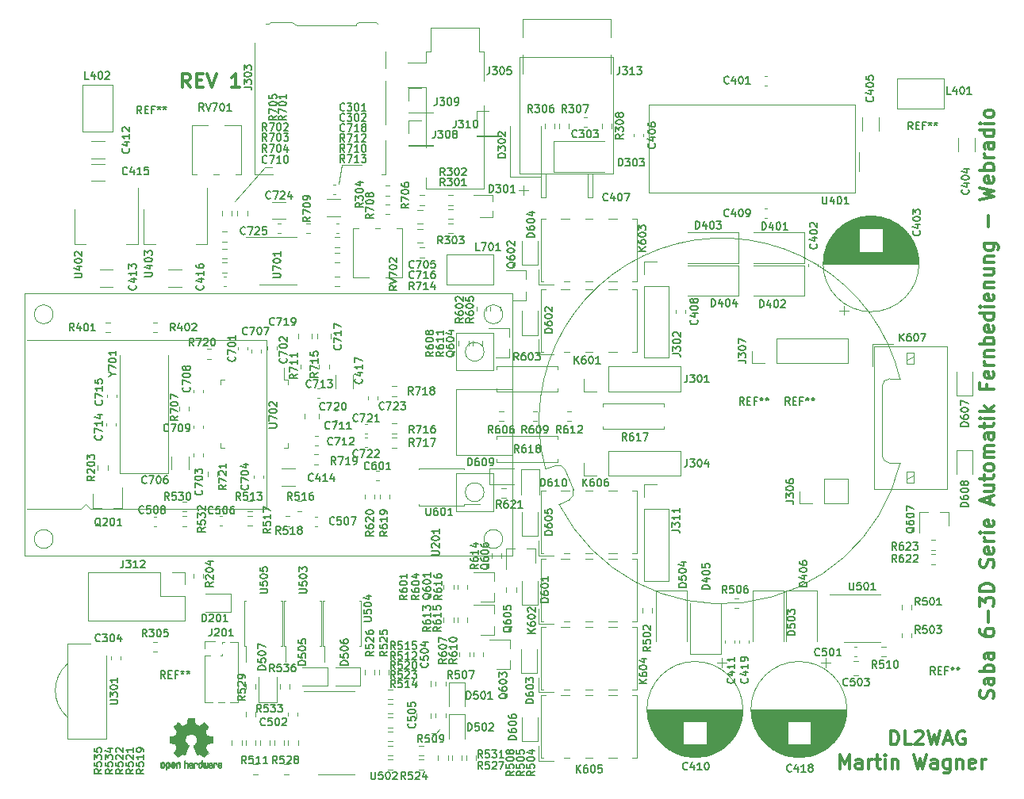
<source format=gbr>
%TF.GenerationSoftware,KiCad,Pcbnew,5.1.9-73d0e3b20d~88~ubuntu18.04.1*%
%TF.CreationDate,2021-01-16T14:46:19+01:00*%
%TF.ProjectId,saba-fernbedienung,73616261-2d66-4657-926e-62656469656e,rev?*%
%TF.SameCoordinates,Original*%
%TF.FileFunction,Legend,Top*%
%TF.FilePolarity,Positive*%
%FSLAX46Y46*%
G04 Gerber Fmt 4.6, Leading zero omitted, Abs format (unit mm)*
G04 Created by KiCad (PCBNEW 5.1.9-73d0e3b20d~88~ubuntu18.04.1) date 2021-01-16 14:46:19*
%MOMM*%
%LPD*%
G01*
G04 APERTURE LIST*
%ADD10C,0.120000*%
%ADD11C,0.300000*%
%ADD12C,0.050000*%
%ADD13C,0.100000*%
%ADD14C,0.010000*%
%ADD15C,0.153000*%
G04 APERTURE END LIST*
D10*
X139400000Y-134850000D02*
X139750000Y-134400000D01*
X138850000Y-134850000D02*
X139400000Y-134850000D01*
X129300000Y-74100000D02*
X129000000Y-76200000D01*
X131400000Y-74100000D02*
X129300000Y-74100000D01*
X121100000Y-74400000D02*
X121900000Y-74400000D01*
X121100000Y-74400000D02*
X117900000Y-78000000D01*
D11*
X198857142Y-131128571D02*
X198928571Y-130914285D01*
X198928571Y-130557142D01*
X198857142Y-130414285D01*
X198785714Y-130342857D01*
X198642857Y-130271428D01*
X198500000Y-130271428D01*
X198357142Y-130342857D01*
X198285714Y-130414285D01*
X198214285Y-130557142D01*
X198142857Y-130842857D01*
X198071428Y-130985714D01*
X198000000Y-131057142D01*
X197857142Y-131128571D01*
X197714285Y-131128571D01*
X197571428Y-131057142D01*
X197500000Y-130985714D01*
X197428571Y-130842857D01*
X197428571Y-130485714D01*
X197500000Y-130271428D01*
X198928571Y-128985714D02*
X198142857Y-128985714D01*
X198000000Y-129057142D01*
X197928571Y-129200000D01*
X197928571Y-129485714D01*
X198000000Y-129628571D01*
X198857142Y-128985714D02*
X198928571Y-129128571D01*
X198928571Y-129485714D01*
X198857142Y-129628571D01*
X198714285Y-129700000D01*
X198571428Y-129700000D01*
X198428571Y-129628571D01*
X198357142Y-129485714D01*
X198357142Y-129128571D01*
X198285714Y-128985714D01*
X198928571Y-128271428D02*
X197428571Y-128271428D01*
X198000000Y-128271428D02*
X197928571Y-128128571D01*
X197928571Y-127842857D01*
X198000000Y-127700000D01*
X198071428Y-127628571D01*
X198214285Y-127557142D01*
X198642857Y-127557142D01*
X198785714Y-127628571D01*
X198857142Y-127700000D01*
X198928571Y-127842857D01*
X198928571Y-128128571D01*
X198857142Y-128271428D01*
X198928571Y-126271428D02*
X198142857Y-126271428D01*
X198000000Y-126342857D01*
X197928571Y-126485714D01*
X197928571Y-126771428D01*
X198000000Y-126914285D01*
X198857142Y-126271428D02*
X198928571Y-126414285D01*
X198928571Y-126771428D01*
X198857142Y-126914285D01*
X198714285Y-126985714D01*
X198571428Y-126985714D01*
X198428571Y-126914285D01*
X198357142Y-126771428D01*
X198357142Y-126414285D01*
X198285714Y-126271428D01*
X197428571Y-123771428D02*
X197428571Y-124057142D01*
X197500000Y-124200000D01*
X197571428Y-124271428D01*
X197785714Y-124414285D01*
X198071428Y-124485714D01*
X198642857Y-124485714D01*
X198785714Y-124414285D01*
X198857142Y-124342857D01*
X198928571Y-124200000D01*
X198928571Y-123914285D01*
X198857142Y-123771428D01*
X198785714Y-123700000D01*
X198642857Y-123628571D01*
X198285714Y-123628571D01*
X198142857Y-123700000D01*
X198071428Y-123771428D01*
X198000000Y-123914285D01*
X198000000Y-124200000D01*
X198071428Y-124342857D01*
X198142857Y-124414285D01*
X198285714Y-124485714D01*
X198357142Y-122985714D02*
X198357142Y-121842857D01*
X197428571Y-121271428D02*
X197428571Y-120342857D01*
X198000000Y-120842857D01*
X198000000Y-120628571D01*
X198071428Y-120485714D01*
X198142857Y-120414285D01*
X198285714Y-120342857D01*
X198642857Y-120342857D01*
X198785714Y-120414285D01*
X198857142Y-120485714D01*
X198928571Y-120628571D01*
X198928571Y-121057142D01*
X198857142Y-121200000D01*
X198785714Y-121271428D01*
X198928571Y-119700000D02*
X197428571Y-119700000D01*
X197428571Y-119342857D01*
X197500000Y-119128571D01*
X197642857Y-118985714D01*
X197785714Y-118914285D01*
X198071428Y-118842857D01*
X198285714Y-118842857D01*
X198571428Y-118914285D01*
X198714285Y-118985714D01*
X198857142Y-119128571D01*
X198928571Y-119342857D01*
X198928571Y-119700000D01*
X198857142Y-117128571D02*
X198928571Y-116914285D01*
X198928571Y-116557142D01*
X198857142Y-116414285D01*
X198785714Y-116342857D01*
X198642857Y-116271428D01*
X198500000Y-116271428D01*
X198357142Y-116342857D01*
X198285714Y-116414285D01*
X198214285Y-116557142D01*
X198142857Y-116842857D01*
X198071428Y-116985714D01*
X198000000Y-117057142D01*
X197857142Y-117128571D01*
X197714285Y-117128571D01*
X197571428Y-117057142D01*
X197500000Y-116985714D01*
X197428571Y-116842857D01*
X197428571Y-116485714D01*
X197500000Y-116271428D01*
X198857142Y-115057142D02*
X198928571Y-115200000D01*
X198928571Y-115485714D01*
X198857142Y-115628571D01*
X198714285Y-115700000D01*
X198142857Y-115700000D01*
X198000000Y-115628571D01*
X197928571Y-115485714D01*
X197928571Y-115200000D01*
X198000000Y-115057142D01*
X198142857Y-114985714D01*
X198285714Y-114985714D01*
X198428571Y-115700000D01*
X198928571Y-114342857D02*
X197928571Y-114342857D01*
X198214285Y-114342857D02*
X198071428Y-114271428D01*
X198000000Y-114200000D01*
X197928571Y-114057142D01*
X197928571Y-113914285D01*
X198928571Y-113414285D02*
X197928571Y-113414285D01*
X197428571Y-113414285D02*
X197500000Y-113485714D01*
X197571428Y-113414285D01*
X197500000Y-113342857D01*
X197428571Y-113414285D01*
X197571428Y-113414285D01*
X198857142Y-112128571D02*
X198928571Y-112271428D01*
X198928571Y-112557142D01*
X198857142Y-112700000D01*
X198714285Y-112771428D01*
X198142857Y-112771428D01*
X198000000Y-112700000D01*
X197928571Y-112557142D01*
X197928571Y-112271428D01*
X198000000Y-112128571D01*
X198142857Y-112057142D01*
X198285714Y-112057142D01*
X198428571Y-112771428D01*
X198500000Y-110342857D02*
X198500000Y-109628571D01*
X198928571Y-110485714D02*
X197428571Y-109985714D01*
X198928571Y-109485714D01*
X197928571Y-108342857D02*
X198928571Y-108342857D01*
X197928571Y-108985714D02*
X198714285Y-108985714D01*
X198857142Y-108914285D01*
X198928571Y-108771428D01*
X198928571Y-108557142D01*
X198857142Y-108414285D01*
X198785714Y-108342857D01*
X197928571Y-107842857D02*
X197928571Y-107271428D01*
X197428571Y-107628571D02*
X198714285Y-107628571D01*
X198857142Y-107557142D01*
X198928571Y-107414285D01*
X198928571Y-107271428D01*
X198928571Y-106557142D02*
X198857142Y-106700000D01*
X198785714Y-106771428D01*
X198642857Y-106842857D01*
X198214285Y-106842857D01*
X198071428Y-106771428D01*
X198000000Y-106700000D01*
X197928571Y-106557142D01*
X197928571Y-106342857D01*
X198000000Y-106200000D01*
X198071428Y-106128571D01*
X198214285Y-106057142D01*
X198642857Y-106057142D01*
X198785714Y-106128571D01*
X198857142Y-106200000D01*
X198928571Y-106342857D01*
X198928571Y-106557142D01*
X198928571Y-105414285D02*
X197928571Y-105414285D01*
X198071428Y-105414285D02*
X198000000Y-105342857D01*
X197928571Y-105200000D01*
X197928571Y-104985714D01*
X198000000Y-104842857D01*
X198142857Y-104771428D01*
X198928571Y-104771428D01*
X198142857Y-104771428D02*
X198000000Y-104700000D01*
X197928571Y-104557142D01*
X197928571Y-104342857D01*
X198000000Y-104200000D01*
X198142857Y-104128571D01*
X198928571Y-104128571D01*
X198928571Y-102771428D02*
X198142857Y-102771428D01*
X198000000Y-102842857D01*
X197928571Y-102985714D01*
X197928571Y-103271428D01*
X198000000Y-103414285D01*
X198857142Y-102771428D02*
X198928571Y-102914285D01*
X198928571Y-103271428D01*
X198857142Y-103414285D01*
X198714285Y-103485714D01*
X198571428Y-103485714D01*
X198428571Y-103414285D01*
X198357142Y-103271428D01*
X198357142Y-102914285D01*
X198285714Y-102771428D01*
X197928571Y-102271428D02*
X197928571Y-101700000D01*
X197428571Y-102057142D02*
X198714285Y-102057142D01*
X198857142Y-101985714D01*
X198928571Y-101842857D01*
X198928571Y-101700000D01*
X198928571Y-101200000D02*
X197928571Y-101200000D01*
X197428571Y-101200000D02*
X197500000Y-101271428D01*
X197571428Y-101200000D01*
X197500000Y-101128571D01*
X197428571Y-101200000D01*
X197571428Y-101200000D01*
X198928571Y-100485714D02*
X197428571Y-100485714D01*
X198357142Y-100342857D02*
X198928571Y-99914285D01*
X197928571Y-99914285D02*
X198500000Y-100485714D01*
X198142857Y-97628571D02*
X198142857Y-98128571D01*
X198928571Y-98128571D02*
X197428571Y-98128571D01*
X197428571Y-97414285D01*
X198857142Y-96271428D02*
X198928571Y-96414285D01*
X198928571Y-96700000D01*
X198857142Y-96842857D01*
X198714285Y-96914285D01*
X198142857Y-96914285D01*
X198000000Y-96842857D01*
X197928571Y-96700000D01*
X197928571Y-96414285D01*
X198000000Y-96271428D01*
X198142857Y-96200000D01*
X198285714Y-96200000D01*
X198428571Y-96914285D01*
X198928571Y-95557142D02*
X197928571Y-95557142D01*
X198214285Y-95557142D02*
X198071428Y-95485714D01*
X198000000Y-95414285D01*
X197928571Y-95271428D01*
X197928571Y-95128571D01*
X197928571Y-94628571D02*
X198928571Y-94628571D01*
X198071428Y-94628571D02*
X198000000Y-94557142D01*
X197928571Y-94414285D01*
X197928571Y-94200000D01*
X198000000Y-94057142D01*
X198142857Y-93985714D01*
X198928571Y-93985714D01*
X198928571Y-93271428D02*
X197428571Y-93271428D01*
X198000000Y-93271428D02*
X197928571Y-93128571D01*
X197928571Y-92842857D01*
X198000000Y-92700000D01*
X198071428Y-92628571D01*
X198214285Y-92557142D01*
X198642857Y-92557142D01*
X198785714Y-92628571D01*
X198857142Y-92700000D01*
X198928571Y-92842857D01*
X198928571Y-93128571D01*
X198857142Y-93271428D01*
X198857142Y-91342857D02*
X198928571Y-91485714D01*
X198928571Y-91771428D01*
X198857142Y-91914285D01*
X198714285Y-91985714D01*
X198142857Y-91985714D01*
X198000000Y-91914285D01*
X197928571Y-91771428D01*
X197928571Y-91485714D01*
X198000000Y-91342857D01*
X198142857Y-91271428D01*
X198285714Y-91271428D01*
X198428571Y-91985714D01*
X198928571Y-89985714D02*
X197428571Y-89985714D01*
X198857142Y-89985714D02*
X198928571Y-90128571D01*
X198928571Y-90414285D01*
X198857142Y-90557142D01*
X198785714Y-90628571D01*
X198642857Y-90700000D01*
X198214285Y-90700000D01*
X198071428Y-90628571D01*
X198000000Y-90557142D01*
X197928571Y-90414285D01*
X197928571Y-90128571D01*
X198000000Y-89985714D01*
X198928571Y-89271428D02*
X197928571Y-89271428D01*
X197428571Y-89271428D02*
X197500000Y-89342857D01*
X197571428Y-89271428D01*
X197500000Y-89200000D01*
X197428571Y-89271428D01*
X197571428Y-89271428D01*
X198857142Y-87985714D02*
X198928571Y-88128571D01*
X198928571Y-88414285D01*
X198857142Y-88557142D01*
X198714285Y-88628571D01*
X198142857Y-88628571D01*
X198000000Y-88557142D01*
X197928571Y-88414285D01*
X197928571Y-88128571D01*
X198000000Y-87985714D01*
X198142857Y-87914285D01*
X198285714Y-87914285D01*
X198428571Y-88628571D01*
X197928571Y-87271428D02*
X198928571Y-87271428D01*
X198071428Y-87271428D02*
X198000000Y-87200000D01*
X197928571Y-87057142D01*
X197928571Y-86842857D01*
X198000000Y-86700000D01*
X198142857Y-86628571D01*
X198928571Y-86628571D01*
X197928571Y-85271428D02*
X198928571Y-85271428D01*
X197928571Y-85914285D02*
X198714285Y-85914285D01*
X198857142Y-85842857D01*
X198928571Y-85700000D01*
X198928571Y-85485714D01*
X198857142Y-85342857D01*
X198785714Y-85271428D01*
X197928571Y-84557142D02*
X198928571Y-84557142D01*
X198071428Y-84557142D02*
X198000000Y-84485714D01*
X197928571Y-84342857D01*
X197928571Y-84128571D01*
X198000000Y-83985714D01*
X198142857Y-83914285D01*
X198928571Y-83914285D01*
X197928571Y-82557142D02*
X199142857Y-82557142D01*
X199285714Y-82628571D01*
X199357142Y-82700000D01*
X199428571Y-82842857D01*
X199428571Y-83057142D01*
X199357142Y-83200000D01*
X198857142Y-82557142D02*
X198928571Y-82700000D01*
X198928571Y-82985714D01*
X198857142Y-83128571D01*
X198785714Y-83200000D01*
X198642857Y-83271428D01*
X198214285Y-83271428D01*
X198071428Y-83200000D01*
X198000000Y-83128571D01*
X197928571Y-82985714D01*
X197928571Y-82700000D01*
X198000000Y-82557142D01*
X198357142Y-80700000D02*
X198357142Y-79557142D01*
X197428571Y-77842857D02*
X198928571Y-77485714D01*
X197857142Y-77200000D01*
X198928571Y-76914285D01*
X197428571Y-76557142D01*
X198857142Y-75414285D02*
X198928571Y-75557142D01*
X198928571Y-75842857D01*
X198857142Y-75985714D01*
X198714285Y-76057142D01*
X198142857Y-76057142D01*
X198000000Y-75985714D01*
X197928571Y-75842857D01*
X197928571Y-75557142D01*
X198000000Y-75414285D01*
X198142857Y-75342857D01*
X198285714Y-75342857D01*
X198428571Y-76057142D01*
X198928571Y-74700000D02*
X197428571Y-74700000D01*
X198000000Y-74700000D02*
X197928571Y-74557142D01*
X197928571Y-74271428D01*
X198000000Y-74128571D01*
X198071428Y-74057142D01*
X198214285Y-73985714D01*
X198642857Y-73985714D01*
X198785714Y-74057142D01*
X198857142Y-74128571D01*
X198928571Y-74271428D01*
X198928571Y-74557142D01*
X198857142Y-74700000D01*
X198928571Y-73342857D02*
X197928571Y-73342857D01*
X198214285Y-73342857D02*
X198071428Y-73271428D01*
X198000000Y-73200000D01*
X197928571Y-73057142D01*
X197928571Y-72914285D01*
X198928571Y-71771428D02*
X198142857Y-71771428D01*
X198000000Y-71842857D01*
X197928571Y-71985714D01*
X197928571Y-72271428D01*
X198000000Y-72414285D01*
X198857142Y-71771428D02*
X198928571Y-71914285D01*
X198928571Y-72271428D01*
X198857142Y-72414285D01*
X198714285Y-72485714D01*
X198571428Y-72485714D01*
X198428571Y-72414285D01*
X198357142Y-72271428D01*
X198357142Y-71914285D01*
X198285714Y-71771428D01*
X198928571Y-70414285D02*
X197428571Y-70414285D01*
X198857142Y-70414285D02*
X198928571Y-70557142D01*
X198928571Y-70842857D01*
X198857142Y-70985714D01*
X198785714Y-71057142D01*
X198642857Y-71128571D01*
X198214285Y-71128571D01*
X198071428Y-71057142D01*
X198000000Y-70985714D01*
X197928571Y-70842857D01*
X197928571Y-70557142D01*
X198000000Y-70414285D01*
X198928571Y-69700000D02*
X197928571Y-69700000D01*
X197428571Y-69700000D02*
X197500000Y-69771428D01*
X197571428Y-69700000D01*
X197500000Y-69628571D01*
X197428571Y-69700000D01*
X197571428Y-69700000D01*
X198928571Y-68771428D02*
X198857142Y-68914285D01*
X198785714Y-68985714D01*
X198642857Y-69057142D01*
X198214285Y-69057142D01*
X198071428Y-68985714D01*
X198000000Y-68914285D01*
X197928571Y-68771428D01*
X197928571Y-68557142D01*
X198000000Y-68414285D01*
X198071428Y-68342857D01*
X198214285Y-68271428D01*
X198642857Y-68271428D01*
X198785714Y-68342857D01*
X198857142Y-68414285D01*
X198928571Y-68557142D01*
X198928571Y-68771428D01*
X113157142Y-65878571D02*
X112657142Y-65164285D01*
X112300000Y-65878571D02*
X112300000Y-64378571D01*
X112871428Y-64378571D01*
X113014285Y-64450000D01*
X113085714Y-64521428D01*
X113157142Y-64664285D01*
X113157142Y-64878571D01*
X113085714Y-65021428D01*
X113014285Y-65092857D01*
X112871428Y-65164285D01*
X112300000Y-65164285D01*
X113800000Y-65092857D02*
X114300000Y-65092857D01*
X114514285Y-65878571D02*
X113800000Y-65878571D01*
X113800000Y-64378571D01*
X114514285Y-64378571D01*
X114942857Y-64378571D02*
X115442857Y-65878571D01*
X115942857Y-64378571D01*
X118371428Y-65878571D02*
X117514285Y-65878571D01*
X117942857Y-65878571D02*
X117942857Y-64378571D01*
X117800000Y-64592857D01*
X117657142Y-64735714D01*
X117514285Y-64807142D01*
X187890000Y-136063571D02*
X187890000Y-134563571D01*
X188247142Y-134563571D01*
X188461428Y-134635000D01*
X188604285Y-134777857D01*
X188675714Y-134920714D01*
X188747142Y-135206428D01*
X188747142Y-135420714D01*
X188675714Y-135706428D01*
X188604285Y-135849285D01*
X188461428Y-135992142D01*
X188247142Y-136063571D01*
X187890000Y-136063571D01*
X190104285Y-136063571D02*
X189390000Y-136063571D01*
X189390000Y-134563571D01*
X190532857Y-134706428D02*
X190604285Y-134635000D01*
X190747142Y-134563571D01*
X191104285Y-134563571D01*
X191247142Y-134635000D01*
X191318571Y-134706428D01*
X191390000Y-134849285D01*
X191390000Y-134992142D01*
X191318571Y-135206428D01*
X190461428Y-136063571D01*
X191390000Y-136063571D01*
X191890000Y-134563571D02*
X192247142Y-136063571D01*
X192532857Y-134992142D01*
X192818571Y-136063571D01*
X193175714Y-134563571D01*
X193675714Y-135635000D02*
X194390000Y-135635000D01*
X193532857Y-136063571D02*
X194032857Y-134563571D01*
X194532857Y-136063571D01*
X195818571Y-134635000D02*
X195675714Y-134563571D01*
X195461428Y-134563571D01*
X195247142Y-134635000D01*
X195104285Y-134777857D01*
X195032857Y-134920714D01*
X194961428Y-135206428D01*
X194961428Y-135420714D01*
X195032857Y-135706428D01*
X195104285Y-135849285D01*
X195247142Y-135992142D01*
X195461428Y-136063571D01*
X195604285Y-136063571D01*
X195818571Y-135992142D01*
X195890000Y-135920714D01*
X195890000Y-135420714D01*
X195604285Y-135420714D01*
X182461428Y-138613571D02*
X182461428Y-137113571D01*
X182961428Y-138185000D01*
X183461428Y-137113571D01*
X183461428Y-138613571D01*
X184818571Y-138613571D02*
X184818571Y-137827857D01*
X184747142Y-137685000D01*
X184604285Y-137613571D01*
X184318571Y-137613571D01*
X184175714Y-137685000D01*
X184818571Y-138542142D02*
X184675714Y-138613571D01*
X184318571Y-138613571D01*
X184175714Y-138542142D01*
X184104285Y-138399285D01*
X184104285Y-138256428D01*
X184175714Y-138113571D01*
X184318571Y-138042142D01*
X184675714Y-138042142D01*
X184818571Y-137970714D01*
X185532857Y-138613571D02*
X185532857Y-137613571D01*
X185532857Y-137899285D02*
X185604285Y-137756428D01*
X185675714Y-137685000D01*
X185818571Y-137613571D01*
X185961428Y-137613571D01*
X186247142Y-137613571D02*
X186818571Y-137613571D01*
X186461428Y-137113571D02*
X186461428Y-138399285D01*
X186532857Y-138542142D01*
X186675714Y-138613571D01*
X186818571Y-138613571D01*
X187318571Y-138613571D02*
X187318571Y-137613571D01*
X187318571Y-137113571D02*
X187247142Y-137185000D01*
X187318571Y-137256428D01*
X187390000Y-137185000D01*
X187318571Y-137113571D01*
X187318571Y-137256428D01*
X188032857Y-137613571D02*
X188032857Y-138613571D01*
X188032857Y-137756428D02*
X188104285Y-137685000D01*
X188247142Y-137613571D01*
X188461428Y-137613571D01*
X188604285Y-137685000D01*
X188675714Y-137827857D01*
X188675714Y-138613571D01*
X190390000Y-137113571D02*
X190747142Y-138613571D01*
X191032857Y-137542142D01*
X191318571Y-138613571D01*
X191675714Y-137113571D01*
X192890000Y-138613571D02*
X192890000Y-137827857D01*
X192818571Y-137685000D01*
X192675714Y-137613571D01*
X192390000Y-137613571D01*
X192247142Y-137685000D01*
X192890000Y-138542142D02*
X192747142Y-138613571D01*
X192390000Y-138613571D01*
X192247142Y-138542142D01*
X192175714Y-138399285D01*
X192175714Y-138256428D01*
X192247142Y-138113571D01*
X192390000Y-138042142D01*
X192747142Y-138042142D01*
X192890000Y-137970714D01*
X194247142Y-137613571D02*
X194247142Y-138827857D01*
X194175714Y-138970714D01*
X194104285Y-139042142D01*
X193961428Y-139113571D01*
X193747142Y-139113571D01*
X193604285Y-139042142D01*
X194247142Y-138542142D02*
X194104285Y-138613571D01*
X193818571Y-138613571D01*
X193675714Y-138542142D01*
X193604285Y-138470714D01*
X193532857Y-138327857D01*
X193532857Y-137899285D01*
X193604285Y-137756428D01*
X193675714Y-137685000D01*
X193818571Y-137613571D01*
X194104285Y-137613571D01*
X194247142Y-137685000D01*
X194961428Y-137613571D02*
X194961428Y-138613571D01*
X194961428Y-137756428D02*
X195032857Y-137685000D01*
X195175714Y-137613571D01*
X195390000Y-137613571D01*
X195532857Y-137685000D01*
X195604285Y-137827857D01*
X195604285Y-138613571D01*
X196890000Y-138542142D02*
X196747142Y-138613571D01*
X196461428Y-138613571D01*
X196318571Y-138542142D01*
X196247142Y-138399285D01*
X196247142Y-137827857D01*
X196318571Y-137685000D01*
X196461428Y-137613571D01*
X196747142Y-137613571D01*
X196890000Y-137685000D01*
X196961428Y-137827857D01*
X196961428Y-137970714D01*
X196247142Y-138113571D01*
X197604285Y-138613571D02*
X197604285Y-137613571D01*
X197604285Y-137899285D02*
X197675714Y-137756428D01*
X197747142Y-137685000D01*
X197890000Y-137613571D01*
X198032857Y-137613571D01*
D12*
X188909032Y-105979595D02*
G75*
G02*
X152490001Y-110379999I-19019032J4499595D01*
G01*
X187790000Y-105980000D02*
X188909137Y-105979151D01*
X152064611Y-106249148D02*
X151038644Y-106566873D01*
X153590000Y-109880000D02*
X152490001Y-110379999D01*
X186990000Y-97780000D02*
G75*
G02*
X187790000Y-96980000I800000J0D01*
G01*
X187790000Y-105980000D02*
G75*
G02*
X186990000Y-105180000I0J800000D01*
G01*
X154013831Y-108831001D02*
G75*
G02*
X153590000Y-109880000I-736415J-312584D01*
G01*
X152064611Y-106249148D02*
G75*
G02*
X153120852Y-106654611I325389J-730852D01*
G01*
X186990000Y-105180000D02*
X186990000Y-97780000D01*
X153120852Y-106654611D02*
X154013831Y-108831001D01*
X151040725Y-106574582D02*
G75*
G02*
X188889998Y-96980002I18849275J5094582D01*
G01*
X188889998Y-96980002D02*
X187790000Y-96980000D01*
D10*
%TO.C,J303*%
X121925000Y-75135000D02*
X120005000Y-75135000D01*
X120005000Y-75135000D02*
X120005000Y-61125000D01*
X133525000Y-75135000D02*
X133975000Y-75135000D01*
X133975000Y-75135000D02*
X133975000Y-71525000D01*
X121685000Y-58865000D02*
X123995000Y-58865000D01*
X132945000Y-58865000D02*
X131085000Y-58865000D01*
X132945000Y-58865000D02*
X133145000Y-59065000D01*
X133975000Y-69825000D02*
X133975000Y-65125000D01*
X133975000Y-63825000D02*
X133975000Y-62025000D01*
X130875000Y-59215000D02*
X124505000Y-59215000D01*
X130875000Y-59215000D02*
X130875000Y-59065000D01*
X131085000Y-58865000D02*
X130875000Y-59065000D01*
X121685000Y-58865000D02*
X121485000Y-59065000D01*
X121485000Y-59065000D02*
X121225000Y-59065000D01*
X123995000Y-58865000D02*
X124505000Y-59215000D01*
%TO.C,C407*%
X148220354Y-76825000D02*
X149220354Y-76825000D01*
X148720354Y-76325000D02*
X148720354Y-77325000D01*
X150550000Y-77600000D02*
X150550000Y-75100000D01*
X150550000Y-75100000D02*
X151050000Y-75100000D01*
X151050000Y-75100000D02*
X151050000Y-77600000D01*
X151050000Y-77600000D02*
X150550000Y-77600000D01*
X155550000Y-77600000D02*
X155550000Y-75100000D01*
X155550000Y-75100000D02*
X156050000Y-75100000D01*
X156050000Y-75100000D02*
X156050000Y-77600000D01*
X156050000Y-77600000D02*
X155550000Y-77600000D01*
X153300000Y-75100000D02*
X148300000Y-75100000D01*
X148300000Y-75100000D02*
X148300000Y-62600000D01*
X148300000Y-62600000D02*
X158300000Y-62600000D01*
X158300000Y-62600000D02*
X158300000Y-75100000D01*
X158300000Y-75100000D02*
X153300000Y-75100000D01*
D13*
%TO.C,U201*%
X121248000Y-92850800D02*
X95743000Y-92850800D01*
X121248000Y-110850800D02*
X121248000Y-92850800D01*
X95743000Y-110850800D02*
X101468000Y-110850800D01*
X102468000Y-110850800D02*
X121248000Y-110850800D01*
X101968000Y-110350800D02*
X101468000Y-110850800D01*
X102468000Y-110850800D02*
X101968000Y-110350800D01*
D10*
X95488000Y-115850800D02*
X95488000Y-87850800D01*
X95488000Y-87850800D02*
X147488000Y-87850800D01*
X147488000Y-87850800D02*
X147488000Y-115850800D01*
X147488000Y-115850800D02*
X95488000Y-115850800D01*
X146490000Y-90100000D02*
G75*
G03*
X146490000Y-90100000I-1000000J0D01*
G01*
X146490000Y-114100000D02*
G75*
G03*
X146490000Y-114100000I-1000000J0D01*
G01*
X98490000Y-114100000D02*
G75*
G03*
X98490000Y-114100000I-1000000J0D01*
G01*
X98490000Y-90100000D02*
G75*
G03*
X98490000Y-90100000I-1000000J0D01*
G01*
X144490000Y-94100000D02*
G75*
G03*
X144490000Y-94100000I-1000000J0D01*
G01*
X144490000Y-109100000D02*
G75*
G03*
X144490000Y-109100000I-1000000J0D01*
G01*
X141490000Y-96100000D02*
X141490000Y-92100000D01*
X141490000Y-92100000D02*
X145490000Y-92100000D01*
X145490000Y-92100000D02*
X145490000Y-96100000D01*
X145490000Y-96100000D02*
X141490000Y-96100000D01*
X141490000Y-111100000D02*
X141490000Y-107100000D01*
X141490000Y-107100000D02*
X145490000Y-107100000D01*
X145490000Y-107100000D02*
X145490000Y-111100000D01*
X145490000Y-111100000D02*
X141490000Y-111100000D01*
X147490000Y-105100000D02*
X141490000Y-105100000D01*
X141490000Y-105100000D02*
X141490000Y-98100000D01*
X141490000Y-98100000D02*
X147490000Y-98100000D01*
%TO.C,J312*%
X112510000Y-117630000D02*
X112510000Y-118960000D01*
X111180000Y-117630000D02*
X112510000Y-117630000D01*
X112510000Y-120230000D02*
X112510000Y-122830000D01*
X109910000Y-120230000D02*
X112510000Y-120230000D01*
X109910000Y-117630000D02*
X109910000Y-120230000D01*
X112510000Y-122830000D02*
X102230000Y-122830000D01*
X109910000Y-117630000D02*
X102230000Y-117630000D01*
X102230000Y-117630000D02*
X102230000Y-122830000D01*
%TO.C,R719*%
X126812258Y-106122500D02*
X126337742Y-106122500D01*
X126812258Y-105077500D02*
X126337742Y-105077500D01*
%TO.C,R203*%
X103277500Y-106712258D02*
X103277500Y-106237742D01*
X104322500Y-106712258D02*
X104322500Y-106237742D01*
%TO.C,Q201*%
X102720000Y-110760000D02*
X103650000Y-110760000D01*
X105880000Y-110760000D02*
X104950000Y-110760000D01*
X105880000Y-110760000D02*
X105880000Y-108600000D01*
X102720000Y-110760000D02*
X102720000Y-109300000D01*
%TO.C,R721*%
X116022500Y-107412258D02*
X116022500Y-106937742D01*
X114977500Y-107412258D02*
X114977500Y-106937742D01*
%TO.C,R720*%
X114887742Y-94862500D02*
X115362258Y-94862500D01*
X114887742Y-93817500D02*
X115362258Y-93817500D01*
%TO.C,R718*%
X134687742Y-98822500D02*
X135162258Y-98822500D01*
X134687742Y-97777500D02*
X135162258Y-97777500D01*
%TO.C,R716*%
X134687742Y-102822500D02*
X135162258Y-102822500D01*
X134687742Y-101777500D02*
X135162258Y-101777500D01*
%TO.C,R715*%
X127922500Y-95937258D02*
X127922500Y-95462742D01*
X126877500Y-95937258D02*
X126877500Y-95462742D01*
%TO.C,R711*%
X124877500Y-95462742D02*
X124877500Y-95937258D01*
X125922500Y-95462742D02*
X125922500Y-95937258D01*
%TO.C,R707*%
X111957500Y-99942742D02*
X111957500Y-100417258D01*
X113002500Y-99942742D02*
X113002500Y-100417258D01*
%TO.C,C723*%
X132090000Y-98884420D02*
X132090000Y-99165580D01*
X133110000Y-98884420D02*
X133110000Y-99165580D01*
%TO.C,C722*%
X132065580Y-103290000D02*
X131784420Y-103290000D01*
X132065580Y-104310000D02*
X131784420Y-104310000D01*
%TO.C,C721*%
X132065580Y-101790000D02*
X131784420Y-101790000D01*
X132065580Y-102810000D02*
X131784420Y-102810000D01*
%TO.C,C720*%
X125370000Y-100718748D02*
X125370000Y-101241252D01*
X126840000Y-100718748D02*
X126840000Y-101241252D01*
%TO.C,C719*%
X128135000Y-92711252D02*
X128135000Y-92188748D01*
X126665000Y-92711252D02*
X126665000Y-92188748D01*
%TO.C,C717*%
X124665000Y-92188748D02*
X124665000Y-92711252D01*
X126135000Y-92188748D02*
X126135000Y-92711252D01*
%TO.C,C715*%
X105240000Y-98689420D02*
X105240000Y-98970580D01*
X104220000Y-98689420D02*
X104220000Y-98970580D01*
%TO.C,C714*%
X105210000Y-102015580D02*
X105210000Y-101734420D01*
X104190000Y-102015580D02*
X104190000Y-101734420D01*
%TO.C,C713*%
X126970580Y-97995000D02*
X126689420Y-97995000D01*
X126970580Y-99015000D02*
X126689420Y-99015000D01*
%TO.C,C712*%
X126745580Y-103070000D02*
X126464420Y-103070000D01*
X126745580Y-104090000D02*
X126464420Y-104090000D01*
%TO.C,C711*%
X128795580Y-100370000D02*
X128514420Y-100370000D01*
X128795580Y-101390000D02*
X128514420Y-101390000D01*
%TO.C,C709*%
X114490000Y-102270580D02*
X114490000Y-101989420D01*
X113470000Y-102270580D02*
X113470000Y-101989420D01*
%TO.C,C708*%
X114490000Y-98470580D02*
X114490000Y-98189420D01*
X113470000Y-98470580D02*
X113470000Y-98189420D01*
%TO.C,C707*%
X119670000Y-93889420D02*
X119670000Y-94170580D01*
X120690000Y-93889420D02*
X120690000Y-94170580D01*
%TO.C,C706*%
X112940000Y-106691252D02*
X112940000Y-105268748D01*
X111120000Y-106691252D02*
X111120000Y-105268748D01*
%TO.C,C704*%
X120910000Y-107570580D02*
X120910000Y-107289420D01*
X119890000Y-107570580D02*
X119890000Y-107289420D01*
%TO.C,C703*%
X114490000Y-105270580D02*
X114490000Y-104989420D01*
X113470000Y-105270580D02*
X113470000Y-104989420D01*
%TO.C,C702*%
X121370000Y-93559420D02*
X121370000Y-93840580D01*
X122390000Y-93559420D02*
X122390000Y-93840580D01*
%TO.C,C701*%
X118195000Y-93589420D02*
X118195000Y-93870580D01*
X119215000Y-93589420D02*
X119215000Y-93870580D01*
%TO.C,C417*%
X130465000Y-98011252D02*
X130465000Y-96588748D01*
X128645000Y-98011252D02*
X128645000Y-96588748D01*
%TO.C,R717*%
X134687742Y-104322500D02*
X135162258Y-104322500D01*
X134687742Y-103277500D02*
X135162258Y-103277500D01*
%TO.C,U702*%
X116330000Y-103885000D02*
X116330000Y-104335000D01*
X116330000Y-104335000D02*
X116780000Y-104335000D01*
X116330000Y-97565000D02*
X116330000Y-97115000D01*
X116330000Y-97115000D02*
X116780000Y-97115000D01*
X123550000Y-103885000D02*
X123550000Y-104335000D01*
X123550000Y-104335000D02*
X123100000Y-104335000D01*
X123550000Y-97565000D02*
X123550000Y-97115000D01*
X123550000Y-97115000D02*
X123100000Y-97115000D01*
X123100000Y-97115000D02*
X123100000Y-95825000D01*
%TO.C,Y701*%
X105650000Y-94455000D02*
X105650000Y-107055000D01*
X105650000Y-107055000D02*
X110750000Y-107055000D01*
X110750000Y-107055000D02*
X110750000Y-94455000D01*
%TO.C,U501*%
X184875000Y-120005000D02*
X181425000Y-120005000D01*
X184875000Y-120005000D02*
X186825000Y-120005000D01*
X184875000Y-125125000D02*
X182925000Y-125125000D01*
X184875000Y-125125000D02*
X186825000Y-125125000D01*
%TO.C,C418*%
X181475000Y-127320354D02*
X180475000Y-127320354D01*
X180975000Y-126820354D02*
X180975000Y-127820354D01*
X178699000Y-137381000D02*
X177501000Y-137381000D01*
X178962000Y-137341000D02*
X177238000Y-137341000D01*
X179162000Y-137301000D02*
X177038000Y-137301000D01*
X179330000Y-137261000D02*
X176870000Y-137261000D01*
X179478000Y-137221000D02*
X176722000Y-137221000D01*
X179610000Y-137181000D02*
X176590000Y-137181000D01*
X179730000Y-137141000D02*
X176470000Y-137141000D01*
X179842000Y-137101000D02*
X176358000Y-137101000D01*
X179946000Y-137061000D02*
X176254000Y-137061000D01*
X180044000Y-137021000D02*
X176156000Y-137021000D01*
X180137000Y-136981000D02*
X176063000Y-136981000D01*
X180225000Y-136941000D02*
X175975000Y-136941000D01*
X180309000Y-136901000D02*
X175891000Y-136901000D01*
X180389000Y-136861000D02*
X175811000Y-136861000D01*
X180465000Y-136821000D02*
X175735000Y-136821000D01*
X180539000Y-136781000D02*
X175661000Y-136781000D01*
X180610000Y-136741000D02*
X175590000Y-136741000D01*
X180679000Y-136701000D02*
X175521000Y-136701000D01*
X180745000Y-136661000D02*
X175455000Y-136661000D01*
X180809000Y-136621000D02*
X175391000Y-136621000D01*
X180870000Y-136581000D02*
X175330000Y-136581000D01*
X180930000Y-136541000D02*
X175270000Y-136541000D01*
X180989000Y-136501000D02*
X175211000Y-136501000D01*
X181045000Y-136461000D02*
X175155000Y-136461000D01*
X181100000Y-136421000D02*
X175100000Y-136421000D01*
X181154000Y-136381000D02*
X175046000Y-136381000D01*
X181206000Y-136341000D02*
X174994000Y-136341000D01*
X181256000Y-136301000D02*
X174944000Y-136301000D01*
X181306000Y-136261000D02*
X174894000Y-136261000D01*
X181354000Y-136221000D02*
X174846000Y-136221000D01*
X181401000Y-136181000D02*
X174799000Y-136181000D01*
X181447000Y-136141000D02*
X174753000Y-136141000D01*
X181492000Y-136101000D02*
X174708000Y-136101000D01*
X181536000Y-136061000D02*
X174664000Y-136061000D01*
X176859000Y-136021000D02*
X174622000Y-136021000D01*
X181578000Y-136021000D02*
X179341000Y-136021000D01*
X176859000Y-135981000D02*
X174580000Y-135981000D01*
X181620000Y-135981000D02*
X179341000Y-135981000D01*
X176859000Y-135941000D02*
X174539000Y-135941000D01*
X181661000Y-135941000D02*
X179341000Y-135941000D01*
X176859000Y-135901000D02*
X174499000Y-135901000D01*
X181701000Y-135901000D02*
X179341000Y-135901000D01*
X176859000Y-135861000D02*
X174460000Y-135861000D01*
X181740000Y-135861000D02*
X179341000Y-135861000D01*
X176859000Y-135821000D02*
X174421000Y-135821000D01*
X181779000Y-135821000D02*
X179341000Y-135821000D01*
X176859000Y-135781000D02*
X174384000Y-135781000D01*
X181816000Y-135781000D02*
X179341000Y-135781000D01*
X176859000Y-135741000D02*
X174347000Y-135741000D01*
X181853000Y-135741000D02*
X179341000Y-135741000D01*
X176859000Y-135701000D02*
X174311000Y-135701000D01*
X181889000Y-135701000D02*
X179341000Y-135701000D01*
X176859000Y-135661000D02*
X174276000Y-135661000D01*
X181924000Y-135661000D02*
X179341000Y-135661000D01*
X176859000Y-135621000D02*
X174242000Y-135621000D01*
X181958000Y-135621000D02*
X179341000Y-135621000D01*
X176859000Y-135581000D02*
X174208000Y-135581000D01*
X181992000Y-135581000D02*
X179341000Y-135581000D01*
X176859000Y-135541000D02*
X174175000Y-135541000D01*
X182025000Y-135541000D02*
X179341000Y-135541000D01*
X176859000Y-135501000D02*
X174143000Y-135501000D01*
X182057000Y-135501000D02*
X179341000Y-135501000D01*
X176859000Y-135461000D02*
X174111000Y-135461000D01*
X182089000Y-135461000D02*
X179341000Y-135461000D01*
X176859000Y-135421000D02*
X174080000Y-135421000D01*
X182120000Y-135421000D02*
X179341000Y-135421000D01*
X176859000Y-135381000D02*
X174050000Y-135381000D01*
X182150000Y-135381000D02*
X179341000Y-135381000D01*
X176859000Y-135341000D02*
X174020000Y-135341000D01*
X182180000Y-135341000D02*
X179341000Y-135341000D01*
X176859000Y-135301000D02*
X173990000Y-135301000D01*
X182210000Y-135301000D02*
X179341000Y-135301000D01*
X176859000Y-135261000D02*
X173962000Y-135261000D01*
X182238000Y-135261000D02*
X179341000Y-135261000D01*
X176859000Y-135221000D02*
X173934000Y-135221000D01*
X182266000Y-135221000D02*
X179341000Y-135221000D01*
X176859000Y-135181000D02*
X173906000Y-135181000D01*
X182294000Y-135181000D02*
X179341000Y-135181000D01*
X176859000Y-135141000D02*
X173879000Y-135141000D01*
X182321000Y-135141000D02*
X179341000Y-135141000D01*
X176859000Y-135101000D02*
X173853000Y-135101000D01*
X182347000Y-135101000D02*
X179341000Y-135101000D01*
X176859000Y-135061000D02*
X173827000Y-135061000D01*
X182373000Y-135061000D02*
X179341000Y-135061000D01*
X176859000Y-135021000D02*
X173802000Y-135021000D01*
X182398000Y-135021000D02*
X179341000Y-135021000D01*
X176859000Y-134981000D02*
X173777000Y-134981000D01*
X182423000Y-134981000D02*
X179341000Y-134981000D01*
X176859000Y-134941000D02*
X173753000Y-134941000D01*
X182447000Y-134941000D02*
X179341000Y-134941000D01*
X176859000Y-134901000D02*
X173729000Y-134901000D01*
X182471000Y-134901000D02*
X179341000Y-134901000D01*
X176859000Y-134861000D02*
X173705000Y-134861000D01*
X182495000Y-134861000D02*
X179341000Y-134861000D01*
X176859000Y-134821000D02*
X173683000Y-134821000D01*
X182517000Y-134821000D02*
X179341000Y-134821000D01*
X176859000Y-134781000D02*
X173660000Y-134781000D01*
X182540000Y-134781000D02*
X179341000Y-134781000D01*
X176859000Y-134741000D02*
X173638000Y-134741000D01*
X182562000Y-134741000D02*
X179341000Y-134741000D01*
X176859000Y-134701000D02*
X173617000Y-134701000D01*
X182583000Y-134701000D02*
X179341000Y-134701000D01*
X176859000Y-134661000D02*
X173596000Y-134661000D01*
X182604000Y-134661000D02*
X179341000Y-134661000D01*
X176859000Y-134621000D02*
X173575000Y-134621000D01*
X182625000Y-134621000D02*
X179341000Y-134621000D01*
X176859000Y-134581000D02*
X173555000Y-134581000D01*
X182645000Y-134581000D02*
X179341000Y-134581000D01*
X176859000Y-134541000D02*
X173536000Y-134541000D01*
X182664000Y-134541000D02*
X179341000Y-134541000D01*
X176859000Y-134501000D02*
X173516000Y-134501000D01*
X182684000Y-134501000D02*
X179341000Y-134501000D01*
X176859000Y-134461000D02*
X173497000Y-134461000D01*
X182703000Y-134461000D02*
X179341000Y-134461000D01*
X176859000Y-134421000D02*
X173479000Y-134421000D01*
X182721000Y-134421000D02*
X179341000Y-134421000D01*
X176859000Y-134381000D02*
X173461000Y-134381000D01*
X182739000Y-134381000D02*
X179341000Y-134381000D01*
X176859000Y-134341000D02*
X173443000Y-134341000D01*
X182757000Y-134341000D02*
X179341000Y-134341000D01*
X176859000Y-134301000D02*
X173426000Y-134301000D01*
X182774000Y-134301000D02*
X179341000Y-134301000D01*
X176859000Y-134261000D02*
X173410000Y-134261000D01*
X182790000Y-134261000D02*
X179341000Y-134261000D01*
X176859000Y-134221000D02*
X173393000Y-134221000D01*
X182807000Y-134221000D02*
X179341000Y-134221000D01*
X176859000Y-134181000D02*
X173377000Y-134181000D01*
X182823000Y-134181000D02*
X179341000Y-134181000D01*
X176859000Y-134141000D02*
X173362000Y-134141000D01*
X182838000Y-134141000D02*
X179341000Y-134141000D01*
X176859000Y-134101000D02*
X173346000Y-134101000D01*
X182854000Y-134101000D02*
X179341000Y-134101000D01*
X176859000Y-134061000D02*
X173332000Y-134061000D01*
X182868000Y-134061000D02*
X179341000Y-134061000D01*
X176859000Y-134021000D02*
X173317000Y-134021000D01*
X182883000Y-134021000D02*
X179341000Y-134021000D01*
X176859000Y-133981000D02*
X173303000Y-133981000D01*
X182897000Y-133981000D02*
X179341000Y-133981000D01*
X176859000Y-133941000D02*
X173289000Y-133941000D01*
X182911000Y-133941000D02*
X179341000Y-133941000D01*
X176859000Y-133901000D02*
X173276000Y-133901000D01*
X182924000Y-133901000D02*
X179341000Y-133901000D01*
X176859000Y-133861000D02*
X173263000Y-133861000D01*
X182937000Y-133861000D02*
X179341000Y-133861000D01*
X176859000Y-133821000D02*
X173250000Y-133821000D01*
X182950000Y-133821000D02*
X179341000Y-133821000D01*
X176859000Y-133781000D02*
X173238000Y-133781000D01*
X182962000Y-133781000D02*
X179341000Y-133781000D01*
X176859000Y-133741000D02*
X173226000Y-133741000D01*
X182974000Y-133741000D02*
X179341000Y-133741000D01*
X176859000Y-133701000D02*
X173215000Y-133701000D01*
X182985000Y-133701000D02*
X179341000Y-133701000D01*
X176859000Y-133661000D02*
X173203000Y-133661000D01*
X182997000Y-133661000D02*
X179341000Y-133661000D01*
X176859000Y-133621000D02*
X173193000Y-133621000D01*
X183007000Y-133621000D02*
X179341000Y-133621000D01*
X176859000Y-133581000D02*
X173182000Y-133581000D01*
X183018000Y-133581000D02*
X179341000Y-133581000D01*
X183028000Y-133541000D02*
X173172000Y-133541000D01*
X183038000Y-133501000D02*
X173162000Y-133501000D01*
X183047000Y-133461000D02*
X173153000Y-133461000D01*
X183056000Y-133421000D02*
X173144000Y-133421000D01*
X183065000Y-133381000D02*
X173135000Y-133381000D01*
X183074000Y-133341000D02*
X173126000Y-133341000D01*
X183082000Y-133301000D02*
X173118000Y-133301000D01*
X183090000Y-133261000D02*
X173110000Y-133261000D01*
X183097000Y-133221000D02*
X173103000Y-133221000D01*
X183104000Y-133181000D02*
X173096000Y-133181000D01*
X183111000Y-133141000D02*
X173089000Y-133141000D01*
X183118000Y-133101000D02*
X173082000Y-133101000D01*
X183124000Y-133061000D02*
X173076000Y-133061000D01*
X183130000Y-133021000D02*
X173070000Y-133021000D01*
X183135000Y-132980000D02*
X173065000Y-132980000D01*
X183140000Y-132940000D02*
X173060000Y-132940000D01*
X183145000Y-132900000D02*
X173055000Y-132900000D01*
X183150000Y-132860000D02*
X173050000Y-132860000D01*
X183154000Y-132820000D02*
X173046000Y-132820000D01*
X183158000Y-132780000D02*
X173042000Y-132780000D01*
X183162000Y-132740000D02*
X173038000Y-132740000D01*
X183165000Y-132700000D02*
X173035000Y-132700000D01*
X183168000Y-132660000D02*
X173032000Y-132660000D01*
X183170000Y-132620000D02*
X173030000Y-132620000D01*
X183173000Y-132580000D02*
X173027000Y-132580000D01*
X183175000Y-132540000D02*
X173025000Y-132540000D01*
X183177000Y-132500000D02*
X173023000Y-132500000D01*
X183178000Y-132460000D02*
X173022000Y-132460000D01*
X183179000Y-132420000D02*
X173021000Y-132420000D01*
X183180000Y-132380000D02*
X173020000Y-132380000D01*
X183180000Y-132340000D02*
X173020000Y-132340000D01*
X183180000Y-132300000D02*
X173020000Y-132300000D01*
X183220000Y-132300000D02*
G75*
G03*
X183220000Y-132300000I-5120000J0D01*
G01*
%TO.C,D503*%
X176450000Y-119600000D02*
X176450000Y-125000000D01*
X173150000Y-119600000D02*
X173150000Y-125000000D01*
X176450000Y-119600000D02*
X173150000Y-119600000D01*
%TO.C,U505*%
X118930000Y-120700000D02*
X119080000Y-120700000D01*
X118930000Y-125500000D02*
X118930000Y-120700000D01*
X119080000Y-125500000D02*
X118930000Y-125500000D01*
X122930000Y-125500000D02*
X122780000Y-125500000D01*
X122930000Y-120700000D02*
X122930000Y-125500000D01*
X122780000Y-120700000D02*
X122930000Y-120700000D01*
X119080000Y-125500000D02*
X119080000Y-127200000D01*
D14*
%TO.C,REF\u002A\u002A*%
G36*
X110799744Y-137919918D02*
G01*
X110855201Y-137947568D01*
X110904148Y-137998480D01*
X110917629Y-138017338D01*
X110932314Y-138042015D01*
X110941842Y-138068816D01*
X110947293Y-138104587D01*
X110949747Y-138156169D01*
X110950286Y-138224267D01*
X110947852Y-138317588D01*
X110939394Y-138387657D01*
X110923174Y-138439931D01*
X110897454Y-138479869D01*
X110860497Y-138512929D01*
X110857782Y-138514886D01*
X110821360Y-138534908D01*
X110777502Y-138544815D01*
X110721724Y-138547257D01*
X110631048Y-138547257D01*
X110631010Y-138635283D01*
X110630166Y-138684308D01*
X110625024Y-138713065D01*
X110611587Y-138730311D01*
X110585858Y-138744808D01*
X110579679Y-138747769D01*
X110550764Y-138761648D01*
X110528376Y-138770414D01*
X110511729Y-138771171D01*
X110500036Y-138761023D01*
X110492510Y-138737073D01*
X110488366Y-138696426D01*
X110486815Y-138636186D01*
X110487071Y-138553455D01*
X110488349Y-138445339D01*
X110488748Y-138413000D01*
X110490185Y-138301524D01*
X110491472Y-138228603D01*
X110630971Y-138228603D01*
X110631755Y-138290499D01*
X110635240Y-138330997D01*
X110643124Y-138357708D01*
X110657105Y-138378244D01*
X110666597Y-138388260D01*
X110705404Y-138417567D01*
X110739763Y-138419952D01*
X110775216Y-138395750D01*
X110776114Y-138394857D01*
X110790539Y-138376153D01*
X110799313Y-138350732D01*
X110803739Y-138311584D01*
X110805118Y-138251697D01*
X110805143Y-138238430D01*
X110801812Y-138155901D01*
X110790969Y-138098691D01*
X110771340Y-138063766D01*
X110741650Y-138048094D01*
X110724491Y-138046514D01*
X110683766Y-138053926D01*
X110655832Y-138078330D01*
X110639017Y-138122980D01*
X110631650Y-138191130D01*
X110630971Y-138228603D01*
X110491472Y-138228603D01*
X110491708Y-138215245D01*
X110493677Y-138150333D01*
X110496450Y-138102958D01*
X110500388Y-138069290D01*
X110505849Y-138045498D01*
X110513192Y-138027753D01*
X110522777Y-138012224D01*
X110526887Y-138006381D01*
X110581405Y-137951185D01*
X110650336Y-137919890D01*
X110730072Y-137911165D01*
X110799744Y-137919918D01*
G37*
X110799744Y-137919918D02*
X110855201Y-137947568D01*
X110904148Y-137998480D01*
X110917629Y-138017338D01*
X110932314Y-138042015D01*
X110941842Y-138068816D01*
X110947293Y-138104587D01*
X110949747Y-138156169D01*
X110950286Y-138224267D01*
X110947852Y-138317588D01*
X110939394Y-138387657D01*
X110923174Y-138439931D01*
X110897454Y-138479869D01*
X110860497Y-138512929D01*
X110857782Y-138514886D01*
X110821360Y-138534908D01*
X110777502Y-138544815D01*
X110721724Y-138547257D01*
X110631048Y-138547257D01*
X110631010Y-138635283D01*
X110630166Y-138684308D01*
X110625024Y-138713065D01*
X110611587Y-138730311D01*
X110585858Y-138744808D01*
X110579679Y-138747769D01*
X110550764Y-138761648D01*
X110528376Y-138770414D01*
X110511729Y-138771171D01*
X110500036Y-138761023D01*
X110492510Y-138737073D01*
X110488366Y-138696426D01*
X110486815Y-138636186D01*
X110487071Y-138553455D01*
X110488349Y-138445339D01*
X110488748Y-138413000D01*
X110490185Y-138301524D01*
X110491472Y-138228603D01*
X110630971Y-138228603D01*
X110631755Y-138290499D01*
X110635240Y-138330997D01*
X110643124Y-138357708D01*
X110657105Y-138378244D01*
X110666597Y-138388260D01*
X110705404Y-138417567D01*
X110739763Y-138419952D01*
X110775216Y-138395750D01*
X110776114Y-138394857D01*
X110790539Y-138376153D01*
X110799313Y-138350732D01*
X110803739Y-138311584D01*
X110805118Y-138251697D01*
X110805143Y-138238430D01*
X110801812Y-138155901D01*
X110790969Y-138098691D01*
X110771340Y-138063766D01*
X110741650Y-138048094D01*
X110724491Y-138046514D01*
X110683766Y-138053926D01*
X110655832Y-138078330D01*
X110639017Y-138122980D01*
X110631650Y-138191130D01*
X110630971Y-138228603D01*
X110491472Y-138228603D01*
X110491708Y-138215245D01*
X110493677Y-138150333D01*
X110496450Y-138102958D01*
X110500388Y-138069290D01*
X110505849Y-138045498D01*
X110513192Y-138027753D01*
X110522777Y-138012224D01*
X110526887Y-138006381D01*
X110581405Y-137951185D01*
X110650336Y-137919890D01*
X110730072Y-137911165D01*
X110799744Y-137919918D01*
G36*
X111916093Y-137927780D02*
G01*
X111962672Y-137954723D01*
X111995057Y-137981466D01*
X112018742Y-138009484D01*
X112035059Y-138043748D01*
X112045339Y-138089227D01*
X112050914Y-138150892D01*
X112053116Y-138233711D01*
X112053371Y-138293246D01*
X112053371Y-138512391D01*
X111991686Y-138540044D01*
X111930000Y-138567697D01*
X111922743Y-138327670D01*
X111919744Y-138238028D01*
X111916598Y-138172962D01*
X111912701Y-138128026D01*
X111907447Y-138098770D01*
X111900231Y-138080748D01*
X111890450Y-138069511D01*
X111887312Y-138067079D01*
X111839761Y-138048083D01*
X111791697Y-138055600D01*
X111763086Y-138075543D01*
X111751447Y-138089675D01*
X111743391Y-138108220D01*
X111738271Y-138136334D01*
X111735441Y-138179173D01*
X111734256Y-138241895D01*
X111734057Y-138307261D01*
X111734018Y-138389268D01*
X111732614Y-138447316D01*
X111727914Y-138486465D01*
X111717987Y-138511780D01*
X111700903Y-138528323D01*
X111674732Y-138541156D01*
X111639775Y-138554491D01*
X111601596Y-138569007D01*
X111606141Y-138311389D01*
X111607971Y-138218519D01*
X111610112Y-138149889D01*
X111613181Y-138100711D01*
X111617794Y-138066198D01*
X111624568Y-138041562D01*
X111634119Y-138022016D01*
X111645634Y-138004770D01*
X111701190Y-137949680D01*
X111768980Y-137917822D01*
X111842713Y-137910191D01*
X111916093Y-137927780D01*
G37*
X111916093Y-137927780D02*
X111962672Y-137954723D01*
X111995057Y-137981466D01*
X112018742Y-138009484D01*
X112035059Y-138043748D01*
X112045339Y-138089227D01*
X112050914Y-138150892D01*
X112053116Y-138233711D01*
X112053371Y-138293246D01*
X112053371Y-138512391D01*
X111991686Y-138540044D01*
X111930000Y-138567697D01*
X111922743Y-138327670D01*
X111919744Y-138238028D01*
X111916598Y-138172962D01*
X111912701Y-138128026D01*
X111907447Y-138098770D01*
X111900231Y-138080748D01*
X111890450Y-138069511D01*
X111887312Y-138067079D01*
X111839761Y-138048083D01*
X111791697Y-138055600D01*
X111763086Y-138075543D01*
X111751447Y-138089675D01*
X111743391Y-138108220D01*
X111738271Y-138136334D01*
X111735441Y-138179173D01*
X111734256Y-138241895D01*
X111734057Y-138307261D01*
X111734018Y-138389268D01*
X111732614Y-138447316D01*
X111727914Y-138486465D01*
X111717987Y-138511780D01*
X111700903Y-138528323D01*
X111674732Y-138541156D01*
X111639775Y-138554491D01*
X111601596Y-138569007D01*
X111606141Y-138311389D01*
X111607971Y-138218519D01*
X111610112Y-138149889D01*
X111613181Y-138100711D01*
X111617794Y-138066198D01*
X111624568Y-138041562D01*
X111634119Y-138022016D01*
X111645634Y-138004770D01*
X111701190Y-137949680D01*
X111768980Y-137917822D01*
X111842713Y-137910191D01*
X111916093Y-137927780D01*
G36*
X110241115Y-137921962D02*
G01*
X110309145Y-137957733D01*
X110359351Y-138015301D01*
X110377185Y-138052312D01*
X110391063Y-138107882D01*
X110398167Y-138178096D01*
X110398840Y-138254727D01*
X110393427Y-138329552D01*
X110382270Y-138394342D01*
X110365714Y-138440873D01*
X110360626Y-138448887D01*
X110300355Y-138508707D01*
X110228769Y-138544535D01*
X110151092Y-138555020D01*
X110072548Y-138538810D01*
X110050689Y-138529092D01*
X110008122Y-138499143D01*
X109970763Y-138459433D01*
X109967232Y-138454397D01*
X109952881Y-138430124D01*
X109943394Y-138404178D01*
X109937790Y-138370022D01*
X109935086Y-138321119D01*
X109934299Y-138250935D01*
X109934286Y-138235200D01*
X109934322Y-138230192D01*
X110079429Y-138230192D01*
X110080273Y-138296430D01*
X110083596Y-138340386D01*
X110090583Y-138368779D01*
X110102416Y-138388325D01*
X110108457Y-138394857D01*
X110143186Y-138419680D01*
X110176903Y-138418548D01*
X110210995Y-138397016D01*
X110231329Y-138374029D01*
X110243371Y-138340478D01*
X110250134Y-138287569D01*
X110250598Y-138281399D01*
X110251752Y-138185513D01*
X110239688Y-138114299D01*
X110214570Y-138068194D01*
X110176560Y-138047635D01*
X110162992Y-138046514D01*
X110127364Y-138052152D01*
X110102994Y-138071686D01*
X110088093Y-138109042D01*
X110080875Y-138168150D01*
X110079429Y-138230192D01*
X109934322Y-138230192D01*
X109934826Y-138160413D01*
X109937096Y-138108159D01*
X109942068Y-138071949D01*
X109950713Y-138045299D01*
X109964005Y-138021722D01*
X109966943Y-138017338D01*
X110016313Y-137958249D01*
X110070109Y-137923947D01*
X110135602Y-137910331D01*
X110157842Y-137909665D01*
X110241115Y-137921962D01*
G37*
X110241115Y-137921962D02*
X110309145Y-137957733D01*
X110359351Y-138015301D01*
X110377185Y-138052312D01*
X110391063Y-138107882D01*
X110398167Y-138178096D01*
X110398840Y-138254727D01*
X110393427Y-138329552D01*
X110382270Y-138394342D01*
X110365714Y-138440873D01*
X110360626Y-138448887D01*
X110300355Y-138508707D01*
X110228769Y-138544535D01*
X110151092Y-138555020D01*
X110072548Y-138538810D01*
X110050689Y-138529092D01*
X110008122Y-138499143D01*
X109970763Y-138459433D01*
X109967232Y-138454397D01*
X109952881Y-138430124D01*
X109943394Y-138404178D01*
X109937790Y-138370022D01*
X109935086Y-138321119D01*
X109934299Y-138250935D01*
X109934286Y-138235200D01*
X109934322Y-138230192D01*
X110079429Y-138230192D01*
X110080273Y-138296430D01*
X110083596Y-138340386D01*
X110090583Y-138368779D01*
X110102416Y-138388325D01*
X110108457Y-138394857D01*
X110143186Y-138419680D01*
X110176903Y-138418548D01*
X110210995Y-138397016D01*
X110231329Y-138374029D01*
X110243371Y-138340478D01*
X110250134Y-138287569D01*
X110250598Y-138281399D01*
X110251752Y-138185513D01*
X110239688Y-138114299D01*
X110214570Y-138068194D01*
X110176560Y-138047635D01*
X110162992Y-138046514D01*
X110127364Y-138052152D01*
X110102994Y-138071686D01*
X110088093Y-138109042D01*
X110080875Y-138168150D01*
X110079429Y-138230192D01*
X109934322Y-138230192D01*
X109934826Y-138160413D01*
X109937096Y-138108159D01*
X109942068Y-138071949D01*
X109950713Y-138045299D01*
X109964005Y-138021722D01*
X109966943Y-138017338D01*
X110016313Y-137958249D01*
X110070109Y-137923947D01*
X110135602Y-137910331D01*
X110157842Y-137909665D01*
X110241115Y-137921962D01*
G36*
X111368303Y-137931239D02*
G01*
X111425527Y-137969735D01*
X111469749Y-138025335D01*
X111496167Y-138096086D01*
X111501510Y-138148162D01*
X111500903Y-138169893D01*
X111495822Y-138186531D01*
X111481855Y-138201437D01*
X111454589Y-138217973D01*
X111409612Y-138239498D01*
X111342511Y-138269374D01*
X111342171Y-138269524D01*
X111280407Y-138297813D01*
X111229759Y-138322933D01*
X111195404Y-138342179D01*
X111182518Y-138352848D01*
X111182514Y-138352934D01*
X111193872Y-138376166D01*
X111220431Y-138401774D01*
X111250923Y-138420221D01*
X111266370Y-138423886D01*
X111308515Y-138411212D01*
X111344808Y-138379471D01*
X111362517Y-138344572D01*
X111379552Y-138318845D01*
X111412922Y-138289546D01*
X111452149Y-138264235D01*
X111486756Y-138250471D01*
X111493993Y-138249714D01*
X111502139Y-138262160D01*
X111502630Y-138293972D01*
X111496643Y-138336866D01*
X111485357Y-138382558D01*
X111469950Y-138422761D01*
X111469171Y-138424322D01*
X111422804Y-138489062D01*
X111362711Y-138533097D01*
X111294465Y-138554711D01*
X111223638Y-138552185D01*
X111155804Y-138523804D01*
X111152788Y-138521808D01*
X111099427Y-138473448D01*
X111064340Y-138410352D01*
X111044922Y-138327387D01*
X111042316Y-138304078D01*
X111037701Y-138194055D01*
X111043233Y-138142748D01*
X111182514Y-138142748D01*
X111184324Y-138174753D01*
X111194222Y-138184093D01*
X111218898Y-138177105D01*
X111257795Y-138160587D01*
X111301275Y-138139881D01*
X111302356Y-138139333D01*
X111339209Y-138119949D01*
X111354000Y-138107013D01*
X111350353Y-138093451D01*
X111334995Y-138075632D01*
X111295923Y-138049845D01*
X111253846Y-138047950D01*
X111216103Y-138066717D01*
X111190034Y-138102915D01*
X111182514Y-138142748D01*
X111043233Y-138142748D01*
X111047194Y-138106027D01*
X111071550Y-138036212D01*
X111105456Y-137987302D01*
X111166653Y-137937878D01*
X111234063Y-137913359D01*
X111302880Y-137911797D01*
X111368303Y-137931239D01*
G37*
X111368303Y-137931239D02*
X111425527Y-137969735D01*
X111469749Y-138025335D01*
X111496167Y-138096086D01*
X111501510Y-138148162D01*
X111500903Y-138169893D01*
X111495822Y-138186531D01*
X111481855Y-138201437D01*
X111454589Y-138217973D01*
X111409612Y-138239498D01*
X111342511Y-138269374D01*
X111342171Y-138269524D01*
X111280407Y-138297813D01*
X111229759Y-138322933D01*
X111195404Y-138342179D01*
X111182518Y-138352848D01*
X111182514Y-138352934D01*
X111193872Y-138376166D01*
X111220431Y-138401774D01*
X111250923Y-138420221D01*
X111266370Y-138423886D01*
X111308515Y-138411212D01*
X111344808Y-138379471D01*
X111362517Y-138344572D01*
X111379552Y-138318845D01*
X111412922Y-138289546D01*
X111452149Y-138264235D01*
X111486756Y-138250471D01*
X111493993Y-138249714D01*
X111502139Y-138262160D01*
X111502630Y-138293972D01*
X111496643Y-138336866D01*
X111485357Y-138382558D01*
X111469950Y-138422761D01*
X111469171Y-138424322D01*
X111422804Y-138489062D01*
X111362711Y-138533097D01*
X111294465Y-138554711D01*
X111223638Y-138552185D01*
X111155804Y-138523804D01*
X111152788Y-138521808D01*
X111099427Y-138473448D01*
X111064340Y-138410352D01*
X111044922Y-138327387D01*
X111042316Y-138304078D01*
X111037701Y-138194055D01*
X111043233Y-138142748D01*
X111182514Y-138142748D01*
X111184324Y-138174753D01*
X111194222Y-138184093D01*
X111218898Y-138177105D01*
X111257795Y-138160587D01*
X111301275Y-138139881D01*
X111302356Y-138139333D01*
X111339209Y-138119949D01*
X111354000Y-138107013D01*
X111350353Y-138093451D01*
X111334995Y-138075632D01*
X111295923Y-138049845D01*
X111253846Y-138047950D01*
X111216103Y-138066717D01*
X111190034Y-138102915D01*
X111182514Y-138142748D01*
X111043233Y-138142748D01*
X111047194Y-138106027D01*
X111071550Y-138036212D01*
X111105456Y-137987302D01*
X111166653Y-137937878D01*
X111234063Y-137913359D01*
X111302880Y-137911797D01*
X111368303Y-137931239D01*
G36*
X112575886Y-137851289D02*
G01*
X112580139Y-137910613D01*
X112585025Y-137945572D01*
X112591795Y-137960820D01*
X112601702Y-137961015D01*
X112604914Y-137959195D01*
X112647644Y-137946015D01*
X112703227Y-137946785D01*
X112759737Y-137960333D01*
X112795082Y-137977861D01*
X112831321Y-138005861D01*
X112857813Y-138037549D01*
X112875999Y-138077813D01*
X112887322Y-138131543D01*
X112893222Y-138203626D01*
X112895143Y-138298951D01*
X112895177Y-138317237D01*
X112895200Y-138522646D01*
X112849491Y-138538580D01*
X112817027Y-138549420D01*
X112799215Y-138554468D01*
X112798691Y-138554514D01*
X112796937Y-138540828D01*
X112795444Y-138503076D01*
X112794326Y-138446224D01*
X112793697Y-138375234D01*
X112793600Y-138332073D01*
X112793398Y-138246973D01*
X112792358Y-138185981D01*
X112789831Y-138144177D01*
X112785164Y-138116642D01*
X112777707Y-138098456D01*
X112766811Y-138084698D01*
X112760007Y-138078073D01*
X112713272Y-138051375D01*
X112662272Y-138049375D01*
X112616001Y-138071955D01*
X112607444Y-138080107D01*
X112594893Y-138095436D01*
X112586188Y-138113618D01*
X112580631Y-138139909D01*
X112577526Y-138179562D01*
X112576176Y-138237832D01*
X112575886Y-138318173D01*
X112575886Y-138522646D01*
X112530177Y-138538580D01*
X112497713Y-138549420D01*
X112479901Y-138554468D01*
X112479377Y-138554514D01*
X112478037Y-138540623D01*
X112476828Y-138501439D01*
X112475801Y-138440700D01*
X112475002Y-138362141D01*
X112474481Y-138269498D01*
X112474286Y-138166509D01*
X112474286Y-137769342D01*
X112521457Y-137749444D01*
X112568629Y-137729547D01*
X112575886Y-137851289D01*
G37*
X112575886Y-137851289D02*
X112580139Y-137910613D01*
X112585025Y-137945572D01*
X112591795Y-137960820D01*
X112601702Y-137961015D01*
X112604914Y-137959195D01*
X112647644Y-137946015D01*
X112703227Y-137946785D01*
X112759737Y-137960333D01*
X112795082Y-137977861D01*
X112831321Y-138005861D01*
X112857813Y-138037549D01*
X112875999Y-138077813D01*
X112887322Y-138131543D01*
X112893222Y-138203626D01*
X112895143Y-138298951D01*
X112895177Y-138317237D01*
X112895200Y-138522646D01*
X112849491Y-138538580D01*
X112817027Y-138549420D01*
X112799215Y-138554468D01*
X112798691Y-138554514D01*
X112796937Y-138540828D01*
X112795444Y-138503076D01*
X112794326Y-138446224D01*
X112793697Y-138375234D01*
X112793600Y-138332073D01*
X112793398Y-138246973D01*
X112792358Y-138185981D01*
X112789831Y-138144177D01*
X112785164Y-138116642D01*
X112777707Y-138098456D01*
X112766811Y-138084698D01*
X112760007Y-138078073D01*
X112713272Y-138051375D01*
X112662272Y-138049375D01*
X112616001Y-138071955D01*
X112607444Y-138080107D01*
X112594893Y-138095436D01*
X112586188Y-138113618D01*
X112580631Y-138139909D01*
X112577526Y-138179562D01*
X112576176Y-138237832D01*
X112575886Y-138318173D01*
X112575886Y-138522646D01*
X112530177Y-138538580D01*
X112497713Y-138549420D01*
X112479901Y-138554468D01*
X112479377Y-138554514D01*
X112478037Y-138540623D01*
X112476828Y-138501439D01*
X112475801Y-138440700D01*
X112475002Y-138362141D01*
X112474481Y-138269498D01*
X112474286Y-138166509D01*
X112474286Y-137769342D01*
X112521457Y-137749444D01*
X112568629Y-137729547D01*
X112575886Y-137851289D01*
G36*
X113239744Y-137950968D02*
G01*
X113296616Y-137972087D01*
X113297267Y-137972493D01*
X113332440Y-137998380D01*
X113358407Y-138028633D01*
X113376670Y-138068058D01*
X113388732Y-138121462D01*
X113396096Y-138193651D01*
X113400264Y-138289432D01*
X113400629Y-138303078D01*
X113405876Y-138508842D01*
X113361716Y-138531678D01*
X113329763Y-138547110D01*
X113310470Y-138554423D01*
X113309578Y-138554514D01*
X113306239Y-138541022D01*
X113303587Y-138504626D01*
X113301956Y-138451452D01*
X113301600Y-138408393D01*
X113301592Y-138338641D01*
X113298403Y-138294837D01*
X113287288Y-138273944D01*
X113263501Y-138272925D01*
X113222296Y-138288741D01*
X113160086Y-138317815D01*
X113114341Y-138341963D01*
X113090813Y-138362913D01*
X113083896Y-138385747D01*
X113083886Y-138386877D01*
X113095299Y-138426212D01*
X113129092Y-138447462D01*
X113180809Y-138450539D01*
X113218061Y-138450006D01*
X113237703Y-138460735D01*
X113249952Y-138486505D01*
X113257002Y-138519337D01*
X113246842Y-138537966D01*
X113243017Y-138540632D01*
X113207001Y-138551340D01*
X113156566Y-138552856D01*
X113104626Y-138545759D01*
X113067822Y-138532788D01*
X113016938Y-138489585D01*
X112988014Y-138429446D01*
X112982286Y-138382462D01*
X112986657Y-138340082D01*
X113002475Y-138305488D01*
X113033797Y-138274763D01*
X113084678Y-138243990D01*
X113159176Y-138209252D01*
X113163714Y-138207288D01*
X113230821Y-138176287D01*
X113272232Y-138150862D01*
X113289981Y-138128014D01*
X113286107Y-138104745D01*
X113262643Y-138078056D01*
X113255627Y-138071914D01*
X113208630Y-138048100D01*
X113159933Y-138049103D01*
X113117522Y-138072451D01*
X113089384Y-138115675D01*
X113086769Y-138124160D01*
X113061308Y-138165308D01*
X113029001Y-138185128D01*
X112982286Y-138204770D01*
X112982286Y-138153950D01*
X112996496Y-138080082D01*
X113038675Y-138012327D01*
X113060624Y-137989661D01*
X113110517Y-137960569D01*
X113173967Y-137947400D01*
X113239744Y-137950968D01*
G37*
X113239744Y-137950968D02*
X113296616Y-137972087D01*
X113297267Y-137972493D01*
X113332440Y-137998380D01*
X113358407Y-138028633D01*
X113376670Y-138068058D01*
X113388732Y-138121462D01*
X113396096Y-138193651D01*
X113400264Y-138289432D01*
X113400629Y-138303078D01*
X113405876Y-138508842D01*
X113361716Y-138531678D01*
X113329763Y-138547110D01*
X113310470Y-138554423D01*
X113309578Y-138554514D01*
X113306239Y-138541022D01*
X113303587Y-138504626D01*
X113301956Y-138451452D01*
X113301600Y-138408393D01*
X113301592Y-138338641D01*
X113298403Y-138294837D01*
X113287288Y-138273944D01*
X113263501Y-138272925D01*
X113222296Y-138288741D01*
X113160086Y-138317815D01*
X113114341Y-138341963D01*
X113090813Y-138362913D01*
X113083896Y-138385747D01*
X113083886Y-138386877D01*
X113095299Y-138426212D01*
X113129092Y-138447462D01*
X113180809Y-138450539D01*
X113218061Y-138450006D01*
X113237703Y-138460735D01*
X113249952Y-138486505D01*
X113257002Y-138519337D01*
X113246842Y-138537966D01*
X113243017Y-138540632D01*
X113207001Y-138551340D01*
X113156566Y-138552856D01*
X113104626Y-138545759D01*
X113067822Y-138532788D01*
X113016938Y-138489585D01*
X112988014Y-138429446D01*
X112982286Y-138382462D01*
X112986657Y-138340082D01*
X113002475Y-138305488D01*
X113033797Y-138274763D01*
X113084678Y-138243990D01*
X113159176Y-138209252D01*
X113163714Y-138207288D01*
X113230821Y-138176287D01*
X113272232Y-138150862D01*
X113289981Y-138128014D01*
X113286107Y-138104745D01*
X113262643Y-138078056D01*
X113255627Y-138071914D01*
X113208630Y-138048100D01*
X113159933Y-138049103D01*
X113117522Y-138072451D01*
X113089384Y-138115675D01*
X113086769Y-138124160D01*
X113061308Y-138165308D01*
X113029001Y-138185128D01*
X112982286Y-138204770D01*
X112982286Y-138153950D01*
X112996496Y-138080082D01*
X113038675Y-138012327D01*
X113060624Y-137989661D01*
X113110517Y-137960569D01*
X113173967Y-137947400D01*
X113239744Y-137950968D01*
G36*
X113729926Y-137949755D02*
G01*
X113795858Y-137974084D01*
X113849273Y-138017117D01*
X113870164Y-138047409D01*
X113892939Y-138102994D01*
X113892466Y-138143186D01*
X113868562Y-138170217D01*
X113859717Y-138174813D01*
X113821530Y-138189144D01*
X113802028Y-138185472D01*
X113795422Y-138161407D01*
X113795086Y-138148114D01*
X113782992Y-138099210D01*
X113751471Y-138064999D01*
X113707659Y-138048476D01*
X113658695Y-138052634D01*
X113618894Y-138074227D01*
X113605450Y-138086544D01*
X113595921Y-138101487D01*
X113589485Y-138124075D01*
X113585317Y-138159328D01*
X113582597Y-138212266D01*
X113580502Y-138287907D01*
X113579960Y-138311857D01*
X113577981Y-138393790D01*
X113575731Y-138451455D01*
X113572357Y-138489608D01*
X113567006Y-138513004D01*
X113558824Y-138526398D01*
X113546959Y-138534545D01*
X113539362Y-138538144D01*
X113507102Y-138550452D01*
X113488111Y-138554514D01*
X113481836Y-138540948D01*
X113478006Y-138499934D01*
X113476600Y-138430999D01*
X113477598Y-138333669D01*
X113477908Y-138318657D01*
X113480101Y-138229859D01*
X113482693Y-138165019D01*
X113486382Y-138119067D01*
X113491864Y-138086935D01*
X113499835Y-138063553D01*
X113510993Y-138043852D01*
X113516830Y-138035410D01*
X113550296Y-137998057D01*
X113587727Y-137969003D01*
X113592309Y-137966467D01*
X113659426Y-137946443D01*
X113729926Y-137949755D01*
G37*
X113729926Y-137949755D02*
X113795858Y-137974084D01*
X113849273Y-138017117D01*
X113870164Y-138047409D01*
X113892939Y-138102994D01*
X113892466Y-138143186D01*
X113868562Y-138170217D01*
X113859717Y-138174813D01*
X113821530Y-138189144D01*
X113802028Y-138185472D01*
X113795422Y-138161407D01*
X113795086Y-138148114D01*
X113782992Y-138099210D01*
X113751471Y-138064999D01*
X113707659Y-138048476D01*
X113658695Y-138052634D01*
X113618894Y-138074227D01*
X113605450Y-138086544D01*
X113595921Y-138101487D01*
X113589485Y-138124075D01*
X113585317Y-138159328D01*
X113582597Y-138212266D01*
X113580502Y-138287907D01*
X113579960Y-138311857D01*
X113577981Y-138393790D01*
X113575731Y-138451455D01*
X113572357Y-138489608D01*
X113567006Y-138513004D01*
X113558824Y-138526398D01*
X113546959Y-138534545D01*
X113539362Y-138538144D01*
X113507102Y-138550452D01*
X113488111Y-138554514D01*
X113481836Y-138540948D01*
X113478006Y-138499934D01*
X113476600Y-138430999D01*
X113477598Y-138333669D01*
X113477908Y-138318657D01*
X113480101Y-138229859D01*
X113482693Y-138165019D01*
X113486382Y-138119067D01*
X113491864Y-138086935D01*
X113499835Y-138063553D01*
X113510993Y-138043852D01*
X113516830Y-138035410D01*
X113550296Y-137998057D01*
X113587727Y-137969003D01*
X113592309Y-137966467D01*
X113659426Y-137946443D01*
X113729926Y-137949755D01*
G36*
X114390117Y-138065358D02*
G01*
X114389933Y-138173837D01*
X114389219Y-138257287D01*
X114387675Y-138319704D01*
X114385001Y-138365085D01*
X114380894Y-138397429D01*
X114375055Y-138420733D01*
X114367182Y-138438995D01*
X114361221Y-138449418D01*
X114311855Y-138505945D01*
X114249264Y-138541377D01*
X114180013Y-138554090D01*
X114110668Y-138542463D01*
X114069375Y-138521568D01*
X114026025Y-138485422D01*
X113996481Y-138441276D01*
X113978655Y-138383462D01*
X113970463Y-138306313D01*
X113969302Y-138249714D01*
X113969458Y-138245647D01*
X114070857Y-138245647D01*
X114071476Y-138310550D01*
X114074314Y-138353514D01*
X114080840Y-138381622D01*
X114092523Y-138401953D01*
X114106483Y-138417288D01*
X114153365Y-138446890D01*
X114203701Y-138449419D01*
X114251276Y-138424705D01*
X114254979Y-138421356D01*
X114270783Y-138403935D01*
X114280693Y-138383209D01*
X114286058Y-138352362D01*
X114288228Y-138304577D01*
X114288571Y-138251748D01*
X114287827Y-138185381D01*
X114284748Y-138141106D01*
X114278061Y-138112009D01*
X114266496Y-138091173D01*
X114257013Y-138080107D01*
X114212960Y-138052198D01*
X114162224Y-138048843D01*
X114113796Y-138070159D01*
X114104450Y-138078073D01*
X114088540Y-138095647D01*
X114078610Y-138116587D01*
X114073278Y-138147782D01*
X114071163Y-138196122D01*
X114070857Y-138245647D01*
X113969458Y-138245647D01*
X113972810Y-138158568D01*
X113984726Y-138090086D01*
X114007135Y-138038600D01*
X114042124Y-137998443D01*
X114069375Y-137977861D01*
X114118907Y-137955625D01*
X114176316Y-137945304D01*
X114229682Y-137948067D01*
X114259543Y-137959212D01*
X114271261Y-137962383D01*
X114279037Y-137950557D01*
X114284465Y-137918866D01*
X114288571Y-137870593D01*
X114293067Y-137816829D01*
X114299313Y-137784482D01*
X114310676Y-137765985D01*
X114330528Y-137753770D01*
X114343000Y-137748362D01*
X114390171Y-137728601D01*
X114390117Y-138065358D01*
G37*
X114390117Y-138065358D02*
X114389933Y-138173837D01*
X114389219Y-138257287D01*
X114387675Y-138319704D01*
X114385001Y-138365085D01*
X114380894Y-138397429D01*
X114375055Y-138420733D01*
X114367182Y-138438995D01*
X114361221Y-138449418D01*
X114311855Y-138505945D01*
X114249264Y-138541377D01*
X114180013Y-138554090D01*
X114110668Y-138542463D01*
X114069375Y-138521568D01*
X114026025Y-138485422D01*
X113996481Y-138441276D01*
X113978655Y-138383462D01*
X113970463Y-138306313D01*
X113969302Y-138249714D01*
X113969458Y-138245647D01*
X114070857Y-138245647D01*
X114071476Y-138310550D01*
X114074314Y-138353514D01*
X114080840Y-138381622D01*
X114092523Y-138401953D01*
X114106483Y-138417288D01*
X114153365Y-138446890D01*
X114203701Y-138449419D01*
X114251276Y-138424705D01*
X114254979Y-138421356D01*
X114270783Y-138403935D01*
X114280693Y-138383209D01*
X114286058Y-138352362D01*
X114288228Y-138304577D01*
X114288571Y-138251748D01*
X114287827Y-138185381D01*
X114284748Y-138141106D01*
X114278061Y-138112009D01*
X114266496Y-138091173D01*
X114257013Y-138080107D01*
X114212960Y-138052198D01*
X114162224Y-138048843D01*
X114113796Y-138070159D01*
X114104450Y-138078073D01*
X114088540Y-138095647D01*
X114078610Y-138116587D01*
X114073278Y-138147782D01*
X114071163Y-138196122D01*
X114070857Y-138245647D01*
X113969458Y-138245647D01*
X113972810Y-138158568D01*
X113984726Y-138090086D01*
X114007135Y-138038600D01*
X114042124Y-137998443D01*
X114069375Y-137977861D01*
X114118907Y-137955625D01*
X114176316Y-137945304D01*
X114229682Y-137948067D01*
X114259543Y-137959212D01*
X114271261Y-137962383D01*
X114279037Y-137950557D01*
X114284465Y-137918866D01*
X114288571Y-137870593D01*
X114293067Y-137816829D01*
X114299313Y-137784482D01*
X114310676Y-137765985D01*
X114330528Y-137753770D01*
X114343000Y-137748362D01*
X114390171Y-137728601D01*
X114390117Y-138065358D01*
G36*
X114979833Y-137958663D02*
G01*
X114982048Y-137996850D01*
X114983784Y-138054886D01*
X114984899Y-138128180D01*
X114985257Y-138205055D01*
X114985257Y-138465196D01*
X114939326Y-138511127D01*
X114907675Y-138539429D01*
X114879890Y-138550893D01*
X114841915Y-138550168D01*
X114826840Y-138548321D01*
X114779726Y-138542948D01*
X114740756Y-138539869D01*
X114731257Y-138539585D01*
X114699233Y-138541445D01*
X114653432Y-138546114D01*
X114635674Y-138548321D01*
X114592057Y-138551735D01*
X114562745Y-138544320D01*
X114533680Y-138521427D01*
X114523188Y-138511127D01*
X114477257Y-138465196D01*
X114477257Y-137978602D01*
X114514226Y-137961758D01*
X114546059Y-137949282D01*
X114564683Y-137944914D01*
X114569458Y-137958718D01*
X114573921Y-137997286D01*
X114577775Y-138056356D01*
X114580722Y-138131663D01*
X114582143Y-138195286D01*
X114586114Y-138445657D01*
X114620759Y-138450556D01*
X114652268Y-138447131D01*
X114667708Y-138436041D01*
X114672023Y-138415308D01*
X114675708Y-138371145D01*
X114678469Y-138309146D01*
X114680012Y-138234909D01*
X114680235Y-138196706D01*
X114680457Y-137976783D01*
X114726166Y-137960849D01*
X114758518Y-137950015D01*
X114776115Y-137944962D01*
X114776623Y-137944914D01*
X114778388Y-137958648D01*
X114780329Y-137996730D01*
X114782282Y-138054482D01*
X114784084Y-138127227D01*
X114785343Y-138195286D01*
X114789314Y-138445657D01*
X114876400Y-138445657D01*
X114880396Y-138217240D01*
X114884392Y-137988822D01*
X114926847Y-137966868D01*
X114958192Y-137951793D01*
X114976744Y-137944951D01*
X114977279Y-137944914D01*
X114979833Y-137958663D01*
G37*
X114979833Y-137958663D02*
X114982048Y-137996850D01*
X114983784Y-138054886D01*
X114984899Y-138128180D01*
X114985257Y-138205055D01*
X114985257Y-138465196D01*
X114939326Y-138511127D01*
X114907675Y-138539429D01*
X114879890Y-138550893D01*
X114841915Y-138550168D01*
X114826840Y-138548321D01*
X114779726Y-138542948D01*
X114740756Y-138539869D01*
X114731257Y-138539585D01*
X114699233Y-138541445D01*
X114653432Y-138546114D01*
X114635674Y-138548321D01*
X114592057Y-138551735D01*
X114562745Y-138544320D01*
X114533680Y-138521427D01*
X114523188Y-138511127D01*
X114477257Y-138465196D01*
X114477257Y-137978602D01*
X114514226Y-137961758D01*
X114546059Y-137949282D01*
X114564683Y-137944914D01*
X114569458Y-137958718D01*
X114573921Y-137997286D01*
X114577775Y-138056356D01*
X114580722Y-138131663D01*
X114582143Y-138195286D01*
X114586114Y-138445657D01*
X114620759Y-138450556D01*
X114652268Y-138447131D01*
X114667708Y-138436041D01*
X114672023Y-138415308D01*
X114675708Y-138371145D01*
X114678469Y-138309146D01*
X114680012Y-138234909D01*
X114680235Y-138196706D01*
X114680457Y-137976783D01*
X114726166Y-137960849D01*
X114758518Y-137950015D01*
X114776115Y-137944962D01*
X114776623Y-137944914D01*
X114778388Y-137958648D01*
X114780329Y-137996730D01*
X114782282Y-138054482D01*
X114784084Y-138127227D01*
X114785343Y-138195286D01*
X114789314Y-138445657D01*
X114876400Y-138445657D01*
X114880396Y-138217240D01*
X114884392Y-137988822D01*
X114926847Y-137966868D01*
X114958192Y-137951793D01*
X114976744Y-137944951D01*
X114977279Y-137944914D01*
X114979833Y-137958663D01*
G36*
X115344876Y-137956335D02*
G01*
X115386667Y-137975344D01*
X115419469Y-137998378D01*
X115443503Y-138024133D01*
X115460097Y-138057358D01*
X115470577Y-138102800D01*
X115476271Y-138165207D01*
X115478507Y-138249327D01*
X115478743Y-138304721D01*
X115478743Y-138520826D01*
X115441774Y-138537670D01*
X115412656Y-138549981D01*
X115398231Y-138554514D01*
X115395472Y-138541025D01*
X115393282Y-138504653D01*
X115391942Y-138451542D01*
X115391657Y-138409372D01*
X115390434Y-138348447D01*
X115387136Y-138300115D01*
X115382321Y-138270518D01*
X115378496Y-138264229D01*
X115352783Y-138270652D01*
X115312418Y-138287125D01*
X115265679Y-138309458D01*
X115220845Y-138333457D01*
X115186193Y-138354930D01*
X115170002Y-138369685D01*
X115169938Y-138369845D01*
X115171330Y-138397152D01*
X115183818Y-138423219D01*
X115205743Y-138444392D01*
X115237743Y-138451474D01*
X115265092Y-138450649D01*
X115303826Y-138450042D01*
X115324158Y-138459116D01*
X115336369Y-138483092D01*
X115337909Y-138487613D01*
X115343203Y-138521806D01*
X115329047Y-138542568D01*
X115292148Y-138552462D01*
X115252289Y-138554292D01*
X115180562Y-138540727D01*
X115143432Y-138521355D01*
X115097576Y-138475845D01*
X115073256Y-138419983D01*
X115071073Y-138360957D01*
X115091629Y-138305953D01*
X115122549Y-138271486D01*
X115153420Y-138252189D01*
X115201942Y-138227759D01*
X115258485Y-138202985D01*
X115267910Y-138199199D01*
X115330019Y-138171791D01*
X115365822Y-138147634D01*
X115377337Y-138123619D01*
X115366580Y-138096635D01*
X115348114Y-138075543D01*
X115304469Y-138049572D01*
X115256446Y-138047624D01*
X115212406Y-138067637D01*
X115180709Y-138107551D01*
X115176549Y-138117848D01*
X115152327Y-138155724D01*
X115116965Y-138183842D01*
X115072343Y-138206917D01*
X115072343Y-138141485D01*
X115074969Y-138101506D01*
X115086230Y-138069997D01*
X115111199Y-138036378D01*
X115135169Y-138010484D01*
X115172441Y-137973817D01*
X115201401Y-137954121D01*
X115232505Y-137946220D01*
X115267713Y-137944914D01*
X115344876Y-137956335D01*
G37*
X115344876Y-137956335D02*
X115386667Y-137975344D01*
X115419469Y-137998378D01*
X115443503Y-138024133D01*
X115460097Y-138057358D01*
X115470577Y-138102800D01*
X115476271Y-138165207D01*
X115478507Y-138249327D01*
X115478743Y-138304721D01*
X115478743Y-138520826D01*
X115441774Y-138537670D01*
X115412656Y-138549981D01*
X115398231Y-138554514D01*
X115395472Y-138541025D01*
X115393282Y-138504653D01*
X115391942Y-138451542D01*
X115391657Y-138409372D01*
X115390434Y-138348447D01*
X115387136Y-138300115D01*
X115382321Y-138270518D01*
X115378496Y-138264229D01*
X115352783Y-138270652D01*
X115312418Y-138287125D01*
X115265679Y-138309458D01*
X115220845Y-138333457D01*
X115186193Y-138354930D01*
X115170002Y-138369685D01*
X115169938Y-138369845D01*
X115171330Y-138397152D01*
X115183818Y-138423219D01*
X115205743Y-138444392D01*
X115237743Y-138451474D01*
X115265092Y-138450649D01*
X115303826Y-138450042D01*
X115324158Y-138459116D01*
X115336369Y-138483092D01*
X115337909Y-138487613D01*
X115343203Y-138521806D01*
X115329047Y-138542568D01*
X115292148Y-138552462D01*
X115252289Y-138554292D01*
X115180562Y-138540727D01*
X115143432Y-138521355D01*
X115097576Y-138475845D01*
X115073256Y-138419983D01*
X115071073Y-138360957D01*
X115091629Y-138305953D01*
X115122549Y-138271486D01*
X115153420Y-138252189D01*
X115201942Y-138227759D01*
X115258485Y-138202985D01*
X115267910Y-138199199D01*
X115330019Y-138171791D01*
X115365822Y-138147634D01*
X115377337Y-138123619D01*
X115366580Y-138096635D01*
X115348114Y-138075543D01*
X115304469Y-138049572D01*
X115256446Y-138047624D01*
X115212406Y-138067637D01*
X115180709Y-138107551D01*
X115176549Y-138117848D01*
X115152327Y-138155724D01*
X115116965Y-138183842D01*
X115072343Y-138206917D01*
X115072343Y-138141485D01*
X115074969Y-138101506D01*
X115086230Y-138069997D01*
X115111199Y-138036378D01*
X115135169Y-138010484D01*
X115172441Y-137973817D01*
X115201401Y-137954121D01*
X115232505Y-137946220D01*
X115267713Y-137944914D01*
X115344876Y-137956335D01*
G36*
X115852600Y-137958752D02*
G01*
X115869948Y-137966334D01*
X115911356Y-137999128D01*
X115946765Y-138046547D01*
X115968664Y-138097151D01*
X115972229Y-138122098D01*
X115960279Y-138156927D01*
X115934067Y-138175357D01*
X115905964Y-138186516D01*
X115893095Y-138188572D01*
X115886829Y-138173649D01*
X115874456Y-138141175D01*
X115869028Y-138126502D01*
X115838590Y-138075744D01*
X115794520Y-138050427D01*
X115738010Y-138051206D01*
X115733825Y-138052203D01*
X115703655Y-138066507D01*
X115681476Y-138094393D01*
X115666327Y-138139287D01*
X115657250Y-138204615D01*
X115653286Y-138293804D01*
X115652914Y-138341261D01*
X115652730Y-138416071D01*
X115651522Y-138467069D01*
X115648309Y-138499471D01*
X115642109Y-138518495D01*
X115631940Y-138529356D01*
X115616819Y-138537272D01*
X115615946Y-138537670D01*
X115586828Y-138549981D01*
X115572403Y-138554514D01*
X115570186Y-138540809D01*
X115568289Y-138502925D01*
X115566847Y-138445715D01*
X115565998Y-138374027D01*
X115565829Y-138321565D01*
X115566692Y-138220047D01*
X115570070Y-138143032D01*
X115577142Y-138086023D01*
X115589088Y-138044526D01*
X115607090Y-138014043D01*
X115632327Y-137990080D01*
X115657247Y-137973355D01*
X115717171Y-137951097D01*
X115786911Y-137946076D01*
X115852600Y-137958752D01*
G37*
X115852600Y-137958752D02*
X115869948Y-137966334D01*
X115911356Y-137999128D01*
X115946765Y-138046547D01*
X115968664Y-138097151D01*
X115972229Y-138122098D01*
X115960279Y-138156927D01*
X115934067Y-138175357D01*
X115905964Y-138186516D01*
X115893095Y-138188572D01*
X115886829Y-138173649D01*
X115874456Y-138141175D01*
X115869028Y-138126502D01*
X115838590Y-138075744D01*
X115794520Y-138050427D01*
X115738010Y-138051206D01*
X115733825Y-138052203D01*
X115703655Y-138066507D01*
X115681476Y-138094393D01*
X115666327Y-138139287D01*
X115657250Y-138204615D01*
X115653286Y-138293804D01*
X115652914Y-138341261D01*
X115652730Y-138416071D01*
X115651522Y-138467069D01*
X115648309Y-138499471D01*
X115642109Y-138518495D01*
X115631940Y-138529356D01*
X115616819Y-138537272D01*
X115615946Y-138537670D01*
X115586828Y-138549981D01*
X115572403Y-138554514D01*
X115570186Y-138540809D01*
X115568289Y-138502925D01*
X115566847Y-138445715D01*
X115565998Y-138374027D01*
X115565829Y-138321565D01*
X115566692Y-138220047D01*
X115570070Y-138143032D01*
X115577142Y-138086023D01*
X115589088Y-138044526D01*
X115607090Y-138014043D01*
X115632327Y-137990080D01*
X115657247Y-137973355D01*
X115717171Y-137951097D01*
X115786911Y-137946076D01*
X115852600Y-137958752D01*
G36*
X116353595Y-137966966D02*
G01*
X116411021Y-138004497D01*
X116438719Y-138038096D01*
X116460662Y-138099064D01*
X116462405Y-138147308D01*
X116458457Y-138211816D01*
X116309686Y-138276934D01*
X116237349Y-138310202D01*
X116190084Y-138336964D01*
X116165507Y-138360144D01*
X116161237Y-138382667D01*
X116174889Y-138407455D01*
X116189943Y-138423886D01*
X116233746Y-138450235D01*
X116281389Y-138452081D01*
X116325145Y-138431546D01*
X116357289Y-138390752D01*
X116363038Y-138376347D01*
X116390576Y-138331356D01*
X116422258Y-138312182D01*
X116465714Y-138295779D01*
X116465714Y-138357966D01*
X116461872Y-138400283D01*
X116446823Y-138435969D01*
X116415280Y-138476943D01*
X116410592Y-138482267D01*
X116375506Y-138518720D01*
X116345347Y-138538283D01*
X116307615Y-138547283D01*
X116276335Y-138550230D01*
X116220385Y-138550965D01*
X116180555Y-138541660D01*
X116155708Y-138527846D01*
X116116656Y-138497467D01*
X116089625Y-138464613D01*
X116072517Y-138423294D01*
X116063238Y-138367521D01*
X116059693Y-138291305D01*
X116059410Y-138252622D01*
X116060372Y-138206247D01*
X116148007Y-138206247D01*
X116149023Y-138231126D01*
X116151556Y-138235200D01*
X116168274Y-138229665D01*
X116204249Y-138215017D01*
X116252331Y-138194190D01*
X116262386Y-138189714D01*
X116323152Y-138158814D01*
X116356632Y-138131657D01*
X116363990Y-138106220D01*
X116346391Y-138080481D01*
X116331856Y-138069109D01*
X116279410Y-138046364D01*
X116230322Y-138050122D01*
X116189227Y-138077884D01*
X116160758Y-138127152D01*
X116151631Y-138166257D01*
X116148007Y-138206247D01*
X116060372Y-138206247D01*
X116061285Y-138162249D01*
X116068196Y-138095384D01*
X116081884Y-138046695D01*
X116104096Y-138010849D01*
X116136574Y-137982513D01*
X116150733Y-137973355D01*
X116215053Y-137949507D01*
X116285473Y-137948006D01*
X116353595Y-137966966D01*
G37*
X116353595Y-137966966D02*
X116411021Y-138004497D01*
X116438719Y-138038096D01*
X116460662Y-138099064D01*
X116462405Y-138147308D01*
X116458457Y-138211816D01*
X116309686Y-138276934D01*
X116237349Y-138310202D01*
X116190084Y-138336964D01*
X116165507Y-138360144D01*
X116161237Y-138382667D01*
X116174889Y-138407455D01*
X116189943Y-138423886D01*
X116233746Y-138450235D01*
X116281389Y-138452081D01*
X116325145Y-138431546D01*
X116357289Y-138390752D01*
X116363038Y-138376347D01*
X116390576Y-138331356D01*
X116422258Y-138312182D01*
X116465714Y-138295779D01*
X116465714Y-138357966D01*
X116461872Y-138400283D01*
X116446823Y-138435969D01*
X116415280Y-138476943D01*
X116410592Y-138482267D01*
X116375506Y-138518720D01*
X116345347Y-138538283D01*
X116307615Y-138547283D01*
X116276335Y-138550230D01*
X116220385Y-138550965D01*
X116180555Y-138541660D01*
X116155708Y-138527846D01*
X116116656Y-138497467D01*
X116089625Y-138464613D01*
X116072517Y-138423294D01*
X116063238Y-138367521D01*
X116059693Y-138291305D01*
X116059410Y-138252622D01*
X116060372Y-138206247D01*
X116148007Y-138206247D01*
X116149023Y-138231126D01*
X116151556Y-138235200D01*
X116168274Y-138229665D01*
X116204249Y-138215017D01*
X116252331Y-138194190D01*
X116262386Y-138189714D01*
X116323152Y-138158814D01*
X116356632Y-138131657D01*
X116363990Y-138106220D01*
X116346391Y-138080481D01*
X116331856Y-138069109D01*
X116279410Y-138046364D01*
X116230322Y-138050122D01*
X116189227Y-138077884D01*
X116160758Y-138127152D01*
X116151631Y-138166257D01*
X116148007Y-138206247D01*
X116060372Y-138206247D01*
X116061285Y-138162249D01*
X116068196Y-138095384D01*
X116081884Y-138046695D01*
X116104096Y-138010849D01*
X116136574Y-137982513D01*
X116150733Y-137973355D01*
X116215053Y-137949507D01*
X116285473Y-137948006D01*
X116353595Y-137966966D01*
G36*
X113303910Y-133242348D02*
G01*
X113382454Y-133242778D01*
X113439298Y-133243942D01*
X113478105Y-133246207D01*
X113502538Y-133249940D01*
X113516262Y-133255506D01*
X113522940Y-133263273D01*
X113526236Y-133273605D01*
X113526556Y-133274943D01*
X113531562Y-133299079D01*
X113540829Y-133346701D01*
X113553392Y-133412741D01*
X113568287Y-133492128D01*
X113584551Y-133579796D01*
X113585119Y-133582875D01*
X113601410Y-133668789D01*
X113616652Y-133744696D01*
X113629861Y-133806045D01*
X113640054Y-133848282D01*
X113646248Y-133866855D01*
X113646543Y-133867184D01*
X113664788Y-133876253D01*
X113702405Y-133891367D01*
X113751271Y-133909262D01*
X113751543Y-133909358D01*
X113813093Y-133932493D01*
X113885657Y-133961965D01*
X113954057Y-133991597D01*
X113957294Y-133993062D01*
X114068702Y-134043626D01*
X114315399Y-133875160D01*
X114391077Y-133823803D01*
X114459631Y-133777889D01*
X114517088Y-133740030D01*
X114559476Y-133712837D01*
X114582825Y-133698921D01*
X114585042Y-133697889D01*
X114602010Y-133702484D01*
X114633701Y-133724655D01*
X114681352Y-133765447D01*
X114746198Y-133825905D01*
X114812397Y-133890227D01*
X114876214Y-133953612D01*
X114933329Y-134011451D01*
X114980305Y-134060175D01*
X115013703Y-134096210D01*
X115030085Y-134115984D01*
X115030694Y-134117002D01*
X115032505Y-134130572D01*
X115025683Y-134152733D01*
X115008540Y-134186478D01*
X114979393Y-134234800D01*
X114936555Y-134300692D01*
X114879448Y-134385517D01*
X114828766Y-134460177D01*
X114783461Y-134527140D01*
X114746150Y-134582516D01*
X114719452Y-134622420D01*
X114705985Y-134642962D01*
X114705137Y-134644356D01*
X114706781Y-134664038D01*
X114719245Y-134702293D01*
X114740048Y-134751889D01*
X114747462Y-134767728D01*
X114779814Y-134838290D01*
X114814328Y-134918353D01*
X114842365Y-134987629D01*
X114862568Y-135039045D01*
X114878615Y-135078119D01*
X114887888Y-135098541D01*
X114889041Y-135100114D01*
X114906096Y-135102721D01*
X114946298Y-135109863D01*
X115004302Y-135120523D01*
X115074763Y-135133685D01*
X115152335Y-135148333D01*
X115231672Y-135163449D01*
X115307431Y-135178018D01*
X115374264Y-135191022D01*
X115426828Y-135201445D01*
X115459776Y-135208270D01*
X115467857Y-135210199D01*
X115476205Y-135214962D01*
X115482506Y-135225718D01*
X115487045Y-135246098D01*
X115490104Y-135279734D01*
X115491967Y-135330255D01*
X115492918Y-135401292D01*
X115493240Y-135496476D01*
X115493257Y-135535492D01*
X115493257Y-135852799D01*
X115417057Y-135867839D01*
X115374663Y-135875995D01*
X115311400Y-135887899D01*
X115234962Y-135902116D01*
X115153043Y-135917210D01*
X115130400Y-135921355D01*
X115054806Y-135936053D01*
X114988953Y-135950505D01*
X114938366Y-135963375D01*
X114908574Y-135973322D01*
X114903612Y-135976287D01*
X114891426Y-135997283D01*
X114873953Y-136037967D01*
X114854577Y-136090322D01*
X114850734Y-136101600D01*
X114825339Y-136171523D01*
X114793817Y-136250418D01*
X114762969Y-136321266D01*
X114762817Y-136321595D01*
X114711447Y-136432733D01*
X114880399Y-136681253D01*
X115049352Y-136929772D01*
X114832429Y-137147058D01*
X114766819Y-137211726D01*
X114706979Y-137268733D01*
X114656267Y-137315033D01*
X114618046Y-137347584D01*
X114595675Y-137363343D01*
X114592466Y-137364343D01*
X114573626Y-137356469D01*
X114535180Y-137334578D01*
X114481330Y-137301267D01*
X114416276Y-137259131D01*
X114345940Y-137211943D01*
X114274555Y-137163810D01*
X114210908Y-137121928D01*
X114159041Y-137088871D01*
X114122995Y-137067218D01*
X114106867Y-137059543D01*
X114087189Y-137066037D01*
X114049875Y-137083150D01*
X114002621Y-137107326D01*
X113997612Y-137110013D01*
X113933977Y-137141927D01*
X113890341Y-137157579D01*
X113863202Y-137157745D01*
X113849057Y-137143204D01*
X113848975Y-137143000D01*
X113841905Y-137125779D01*
X113825042Y-137084899D01*
X113799695Y-137023525D01*
X113767171Y-136944819D01*
X113728778Y-136851947D01*
X113685822Y-136748072D01*
X113644222Y-136647502D01*
X113598504Y-136536516D01*
X113556526Y-136433703D01*
X113519548Y-136342215D01*
X113488827Y-136265201D01*
X113465622Y-136205815D01*
X113451190Y-136167209D01*
X113446743Y-136152800D01*
X113457896Y-136136272D01*
X113487069Y-136109930D01*
X113525971Y-136080887D01*
X113636757Y-135989039D01*
X113723351Y-135883759D01*
X113784716Y-135767266D01*
X113819815Y-135641776D01*
X113827608Y-135509507D01*
X113821943Y-135448457D01*
X113791078Y-135321795D01*
X113737920Y-135209941D01*
X113665767Y-135114001D01*
X113577917Y-135035076D01*
X113477665Y-134974270D01*
X113368310Y-134932687D01*
X113253147Y-134911428D01*
X113135475Y-134911599D01*
X113018590Y-134934301D01*
X112905789Y-134980638D01*
X112800369Y-135051713D01*
X112756368Y-135091911D01*
X112671979Y-135195129D01*
X112613222Y-135307925D01*
X112579704Y-135427010D01*
X112571035Y-135549095D01*
X112586823Y-135670893D01*
X112626678Y-135789116D01*
X112690207Y-135900475D01*
X112777021Y-136001684D01*
X112874029Y-136080887D01*
X112914437Y-136111162D01*
X112942982Y-136137219D01*
X112953257Y-136152825D01*
X112947877Y-136169843D01*
X112932575Y-136210500D01*
X112908612Y-136271642D01*
X112877244Y-136350119D01*
X112839732Y-136442780D01*
X112797333Y-136546472D01*
X112755663Y-136647526D01*
X112709690Y-136758607D01*
X112667107Y-136861541D01*
X112629221Y-136953165D01*
X112597340Y-137030316D01*
X112572771Y-137089831D01*
X112556820Y-137128544D01*
X112550910Y-137143000D01*
X112536948Y-137157685D01*
X112509940Y-137157642D01*
X112466413Y-137142099D01*
X112402890Y-137110284D01*
X112402388Y-137110013D01*
X112354560Y-137085323D01*
X112315897Y-137067338D01*
X112294095Y-137059614D01*
X112293133Y-137059543D01*
X112276721Y-137067378D01*
X112240487Y-137089165D01*
X112188474Y-137122328D01*
X112124725Y-137164291D01*
X112054060Y-137211943D01*
X111982116Y-137260191D01*
X111917274Y-137302151D01*
X111863735Y-137335227D01*
X111825697Y-137356821D01*
X111807533Y-137364343D01*
X111790808Y-137354457D01*
X111757180Y-137326826D01*
X111710010Y-137284495D01*
X111652658Y-137230505D01*
X111588484Y-137167899D01*
X111567497Y-137146983D01*
X111350499Y-136929623D01*
X111515668Y-136687220D01*
X111565864Y-136612781D01*
X111609919Y-136545972D01*
X111645362Y-136490665D01*
X111669719Y-136450729D01*
X111680522Y-136430036D01*
X111680838Y-136428563D01*
X111675143Y-136409058D01*
X111659826Y-136369822D01*
X111637537Y-136317430D01*
X111621893Y-136282355D01*
X111592641Y-136215201D01*
X111565094Y-136147358D01*
X111543737Y-136090034D01*
X111537935Y-136072572D01*
X111521452Y-136025938D01*
X111505340Y-135989905D01*
X111496490Y-135976287D01*
X111476960Y-135967952D01*
X111434334Y-135956137D01*
X111374145Y-135942181D01*
X111301922Y-135927422D01*
X111269600Y-135921355D01*
X111187522Y-135906273D01*
X111108795Y-135891669D01*
X111041109Y-135878980D01*
X110992160Y-135869642D01*
X110982943Y-135867839D01*
X110906743Y-135852799D01*
X110906743Y-135535492D01*
X110906914Y-135431154D01*
X110907616Y-135352213D01*
X110909134Y-135295038D01*
X110911749Y-135255999D01*
X110915746Y-135231465D01*
X110921409Y-135217805D01*
X110929020Y-135211389D01*
X110932143Y-135210199D01*
X110950978Y-135205980D01*
X110992588Y-135197562D01*
X111051630Y-135185961D01*
X111122757Y-135172195D01*
X111200625Y-135157280D01*
X111279887Y-135142232D01*
X111355198Y-135128069D01*
X111421213Y-135115806D01*
X111472587Y-135106461D01*
X111503975Y-135101050D01*
X111510959Y-135100114D01*
X111517285Y-135087596D01*
X111531290Y-135054246D01*
X111550355Y-135006377D01*
X111557634Y-134987629D01*
X111586996Y-134915195D01*
X111621571Y-134835170D01*
X111652537Y-134767728D01*
X111675323Y-134716159D01*
X111690482Y-134673785D01*
X111695542Y-134647834D01*
X111694736Y-134644356D01*
X111684041Y-134627936D01*
X111659620Y-134591417D01*
X111624095Y-134538687D01*
X111580087Y-134473635D01*
X111530217Y-134400151D01*
X111520356Y-134385645D01*
X111462492Y-134299704D01*
X111419956Y-134234261D01*
X111391054Y-134186304D01*
X111374090Y-134152820D01*
X111367367Y-134130795D01*
X111369190Y-134117217D01*
X111369236Y-134117131D01*
X111383586Y-134099297D01*
X111415323Y-134064817D01*
X111461010Y-134017268D01*
X111517204Y-133960222D01*
X111580468Y-133897255D01*
X111587602Y-133890227D01*
X111667330Y-133813020D01*
X111728857Y-133756330D01*
X111773421Y-133719110D01*
X111802257Y-133700315D01*
X111814958Y-133697889D01*
X111833494Y-133708471D01*
X111871961Y-133732916D01*
X111926386Y-133768612D01*
X111992798Y-133812947D01*
X112067225Y-133863311D01*
X112084601Y-133875160D01*
X112331297Y-134043626D01*
X112442706Y-133993062D01*
X112510457Y-133963595D01*
X112583183Y-133933959D01*
X112645703Y-133910330D01*
X112648457Y-133909358D01*
X112697360Y-133891457D01*
X112735057Y-133876320D01*
X112753425Y-133867210D01*
X112753456Y-133867184D01*
X112759285Y-133850717D01*
X112769192Y-133810219D01*
X112782195Y-133750242D01*
X112797309Y-133675340D01*
X112813552Y-133590064D01*
X112814881Y-133582875D01*
X112831175Y-133495014D01*
X112846133Y-133415260D01*
X112858791Y-133348681D01*
X112868186Y-133300347D01*
X112873354Y-133275325D01*
X112873444Y-133274943D01*
X112876589Y-133264299D01*
X112882704Y-133256262D01*
X112895453Y-133250467D01*
X112918500Y-133246547D01*
X112955509Y-133244135D01*
X113010144Y-133242865D01*
X113086067Y-133242371D01*
X113186944Y-133242286D01*
X113200000Y-133242286D01*
X113303910Y-133242348D01*
G37*
X113303910Y-133242348D02*
X113382454Y-133242778D01*
X113439298Y-133243942D01*
X113478105Y-133246207D01*
X113502538Y-133249940D01*
X113516262Y-133255506D01*
X113522940Y-133263273D01*
X113526236Y-133273605D01*
X113526556Y-133274943D01*
X113531562Y-133299079D01*
X113540829Y-133346701D01*
X113553392Y-133412741D01*
X113568287Y-133492128D01*
X113584551Y-133579796D01*
X113585119Y-133582875D01*
X113601410Y-133668789D01*
X113616652Y-133744696D01*
X113629861Y-133806045D01*
X113640054Y-133848282D01*
X113646248Y-133866855D01*
X113646543Y-133867184D01*
X113664788Y-133876253D01*
X113702405Y-133891367D01*
X113751271Y-133909262D01*
X113751543Y-133909358D01*
X113813093Y-133932493D01*
X113885657Y-133961965D01*
X113954057Y-133991597D01*
X113957294Y-133993062D01*
X114068702Y-134043626D01*
X114315399Y-133875160D01*
X114391077Y-133823803D01*
X114459631Y-133777889D01*
X114517088Y-133740030D01*
X114559476Y-133712837D01*
X114582825Y-133698921D01*
X114585042Y-133697889D01*
X114602010Y-133702484D01*
X114633701Y-133724655D01*
X114681352Y-133765447D01*
X114746198Y-133825905D01*
X114812397Y-133890227D01*
X114876214Y-133953612D01*
X114933329Y-134011451D01*
X114980305Y-134060175D01*
X115013703Y-134096210D01*
X115030085Y-134115984D01*
X115030694Y-134117002D01*
X115032505Y-134130572D01*
X115025683Y-134152733D01*
X115008540Y-134186478D01*
X114979393Y-134234800D01*
X114936555Y-134300692D01*
X114879448Y-134385517D01*
X114828766Y-134460177D01*
X114783461Y-134527140D01*
X114746150Y-134582516D01*
X114719452Y-134622420D01*
X114705985Y-134642962D01*
X114705137Y-134644356D01*
X114706781Y-134664038D01*
X114719245Y-134702293D01*
X114740048Y-134751889D01*
X114747462Y-134767728D01*
X114779814Y-134838290D01*
X114814328Y-134918353D01*
X114842365Y-134987629D01*
X114862568Y-135039045D01*
X114878615Y-135078119D01*
X114887888Y-135098541D01*
X114889041Y-135100114D01*
X114906096Y-135102721D01*
X114946298Y-135109863D01*
X115004302Y-135120523D01*
X115074763Y-135133685D01*
X115152335Y-135148333D01*
X115231672Y-135163449D01*
X115307431Y-135178018D01*
X115374264Y-135191022D01*
X115426828Y-135201445D01*
X115459776Y-135208270D01*
X115467857Y-135210199D01*
X115476205Y-135214962D01*
X115482506Y-135225718D01*
X115487045Y-135246098D01*
X115490104Y-135279734D01*
X115491967Y-135330255D01*
X115492918Y-135401292D01*
X115493240Y-135496476D01*
X115493257Y-135535492D01*
X115493257Y-135852799D01*
X115417057Y-135867839D01*
X115374663Y-135875995D01*
X115311400Y-135887899D01*
X115234962Y-135902116D01*
X115153043Y-135917210D01*
X115130400Y-135921355D01*
X115054806Y-135936053D01*
X114988953Y-135950505D01*
X114938366Y-135963375D01*
X114908574Y-135973322D01*
X114903612Y-135976287D01*
X114891426Y-135997283D01*
X114873953Y-136037967D01*
X114854577Y-136090322D01*
X114850734Y-136101600D01*
X114825339Y-136171523D01*
X114793817Y-136250418D01*
X114762969Y-136321266D01*
X114762817Y-136321595D01*
X114711447Y-136432733D01*
X114880399Y-136681253D01*
X115049352Y-136929772D01*
X114832429Y-137147058D01*
X114766819Y-137211726D01*
X114706979Y-137268733D01*
X114656267Y-137315033D01*
X114618046Y-137347584D01*
X114595675Y-137363343D01*
X114592466Y-137364343D01*
X114573626Y-137356469D01*
X114535180Y-137334578D01*
X114481330Y-137301267D01*
X114416276Y-137259131D01*
X114345940Y-137211943D01*
X114274555Y-137163810D01*
X114210908Y-137121928D01*
X114159041Y-137088871D01*
X114122995Y-137067218D01*
X114106867Y-137059543D01*
X114087189Y-137066037D01*
X114049875Y-137083150D01*
X114002621Y-137107326D01*
X113997612Y-137110013D01*
X113933977Y-137141927D01*
X113890341Y-137157579D01*
X113863202Y-137157745D01*
X113849057Y-137143204D01*
X113848975Y-137143000D01*
X113841905Y-137125779D01*
X113825042Y-137084899D01*
X113799695Y-137023525D01*
X113767171Y-136944819D01*
X113728778Y-136851947D01*
X113685822Y-136748072D01*
X113644222Y-136647502D01*
X113598504Y-136536516D01*
X113556526Y-136433703D01*
X113519548Y-136342215D01*
X113488827Y-136265201D01*
X113465622Y-136205815D01*
X113451190Y-136167209D01*
X113446743Y-136152800D01*
X113457896Y-136136272D01*
X113487069Y-136109930D01*
X113525971Y-136080887D01*
X113636757Y-135989039D01*
X113723351Y-135883759D01*
X113784716Y-135767266D01*
X113819815Y-135641776D01*
X113827608Y-135509507D01*
X113821943Y-135448457D01*
X113791078Y-135321795D01*
X113737920Y-135209941D01*
X113665767Y-135114001D01*
X113577917Y-135035076D01*
X113477665Y-134974270D01*
X113368310Y-134932687D01*
X113253147Y-134911428D01*
X113135475Y-134911599D01*
X113018590Y-134934301D01*
X112905789Y-134980638D01*
X112800369Y-135051713D01*
X112756368Y-135091911D01*
X112671979Y-135195129D01*
X112613222Y-135307925D01*
X112579704Y-135427010D01*
X112571035Y-135549095D01*
X112586823Y-135670893D01*
X112626678Y-135789116D01*
X112690207Y-135900475D01*
X112777021Y-136001684D01*
X112874029Y-136080887D01*
X112914437Y-136111162D01*
X112942982Y-136137219D01*
X112953257Y-136152825D01*
X112947877Y-136169843D01*
X112932575Y-136210500D01*
X112908612Y-136271642D01*
X112877244Y-136350119D01*
X112839732Y-136442780D01*
X112797333Y-136546472D01*
X112755663Y-136647526D01*
X112709690Y-136758607D01*
X112667107Y-136861541D01*
X112629221Y-136953165D01*
X112597340Y-137030316D01*
X112572771Y-137089831D01*
X112556820Y-137128544D01*
X112550910Y-137143000D01*
X112536948Y-137157685D01*
X112509940Y-137157642D01*
X112466413Y-137142099D01*
X112402890Y-137110284D01*
X112402388Y-137110013D01*
X112354560Y-137085323D01*
X112315897Y-137067338D01*
X112294095Y-137059614D01*
X112293133Y-137059543D01*
X112276721Y-137067378D01*
X112240487Y-137089165D01*
X112188474Y-137122328D01*
X112124725Y-137164291D01*
X112054060Y-137211943D01*
X111982116Y-137260191D01*
X111917274Y-137302151D01*
X111863735Y-137335227D01*
X111825697Y-137356821D01*
X111807533Y-137364343D01*
X111790808Y-137354457D01*
X111757180Y-137326826D01*
X111710010Y-137284495D01*
X111652658Y-137230505D01*
X111588484Y-137167899D01*
X111567497Y-137146983D01*
X111350499Y-136929623D01*
X111515668Y-136687220D01*
X111565864Y-136612781D01*
X111609919Y-136545972D01*
X111645362Y-136490665D01*
X111669719Y-136450729D01*
X111680522Y-136430036D01*
X111680838Y-136428563D01*
X111675143Y-136409058D01*
X111659826Y-136369822D01*
X111637537Y-136317430D01*
X111621893Y-136282355D01*
X111592641Y-136215201D01*
X111565094Y-136147358D01*
X111543737Y-136090034D01*
X111537935Y-136072572D01*
X111521452Y-136025938D01*
X111505340Y-135989905D01*
X111496490Y-135976287D01*
X111476960Y-135967952D01*
X111434334Y-135956137D01*
X111374145Y-135942181D01*
X111301922Y-135927422D01*
X111269600Y-135921355D01*
X111187522Y-135906273D01*
X111108795Y-135891669D01*
X111041109Y-135878980D01*
X110992160Y-135869642D01*
X110982943Y-135867839D01*
X110906743Y-135852799D01*
X110906743Y-135535492D01*
X110906914Y-135431154D01*
X110907616Y-135352213D01*
X110909134Y-135295038D01*
X110911749Y-135255999D01*
X110915746Y-135231465D01*
X110921409Y-135217805D01*
X110929020Y-135211389D01*
X110932143Y-135210199D01*
X110950978Y-135205980D01*
X110992588Y-135197562D01*
X111051630Y-135185961D01*
X111122757Y-135172195D01*
X111200625Y-135157280D01*
X111279887Y-135142232D01*
X111355198Y-135128069D01*
X111421213Y-135115806D01*
X111472587Y-135106461D01*
X111503975Y-135101050D01*
X111510959Y-135100114D01*
X111517285Y-135087596D01*
X111531290Y-135054246D01*
X111550355Y-135006377D01*
X111557634Y-134987629D01*
X111586996Y-134915195D01*
X111621571Y-134835170D01*
X111652537Y-134767728D01*
X111675323Y-134716159D01*
X111690482Y-134673785D01*
X111695542Y-134647834D01*
X111694736Y-134644356D01*
X111684041Y-134627936D01*
X111659620Y-134591417D01*
X111624095Y-134538687D01*
X111580087Y-134473635D01*
X111530217Y-134400151D01*
X111520356Y-134385645D01*
X111462492Y-134299704D01*
X111419956Y-134234261D01*
X111391054Y-134186304D01*
X111374090Y-134152820D01*
X111367367Y-134130795D01*
X111369190Y-134117217D01*
X111369236Y-134117131D01*
X111383586Y-134099297D01*
X111415323Y-134064817D01*
X111461010Y-134017268D01*
X111517204Y-133960222D01*
X111580468Y-133897255D01*
X111587602Y-133890227D01*
X111667330Y-133813020D01*
X111728857Y-133756330D01*
X111773421Y-133719110D01*
X111802257Y-133700315D01*
X111814958Y-133697889D01*
X111833494Y-133708471D01*
X111871961Y-133732916D01*
X111926386Y-133768612D01*
X111992798Y-133812947D01*
X112067225Y-133863311D01*
X112084601Y-133875160D01*
X112331297Y-134043626D01*
X112442706Y-133993062D01*
X112510457Y-133963595D01*
X112583183Y-133933959D01*
X112645703Y-133910330D01*
X112648457Y-133909358D01*
X112697360Y-133891457D01*
X112735057Y-133876320D01*
X112753425Y-133867210D01*
X112753456Y-133867184D01*
X112759285Y-133850717D01*
X112769192Y-133810219D01*
X112782195Y-133750242D01*
X112797309Y-133675340D01*
X112813552Y-133590064D01*
X112814881Y-133582875D01*
X112831175Y-133495014D01*
X112846133Y-133415260D01*
X112858791Y-133348681D01*
X112868186Y-133300347D01*
X112873354Y-133275325D01*
X112873444Y-133274943D01*
X112876589Y-133264299D01*
X112882704Y-133256262D01*
X112895453Y-133250467D01*
X112918500Y-133246547D01*
X112955509Y-133244135D01*
X113010144Y-133242865D01*
X113086067Y-133242371D01*
X113186944Y-133242286D01*
X113200000Y-133242286D01*
X113303910Y-133242348D01*
D10*
%TO.C,Q604*%
X147160000Y-94730000D02*
X147160000Y-93800000D01*
X147160000Y-91570000D02*
X147160000Y-92500000D01*
X147160000Y-91570000D02*
X145000000Y-91570000D01*
X147160000Y-94730000D02*
X145700000Y-94730000D01*
%TO.C,K606*%
X150280000Y-115900000D02*
X150280000Y-114300000D01*
X151880000Y-115900000D02*
X150280000Y-115900000D01*
X150580000Y-115600000D02*
X150780000Y-115600000D01*
X153580000Y-115600000D02*
X152980000Y-115600000D01*
X156080000Y-115600000D02*
X155280000Y-115600000D01*
X158680000Y-115600000D02*
X157780000Y-115600000D01*
X160780000Y-115600000D02*
X160280000Y-115600000D01*
X160780000Y-108900000D02*
X160780000Y-115600000D01*
X160280000Y-108900000D02*
X160780000Y-108900000D01*
X157780000Y-108900000D02*
X158680000Y-108900000D01*
X155280000Y-108900000D02*
X156080000Y-108900000D01*
X152680000Y-108900000D02*
X153580000Y-108900000D01*
X150580000Y-108900000D02*
X151080000Y-108900000D01*
X150580000Y-115600000D02*
X150580000Y-108900000D01*
%TO.C,K605*%
X150280000Y-137780000D02*
X150280000Y-136180000D01*
X151880000Y-137780000D02*
X150280000Y-137780000D01*
X150580000Y-137480000D02*
X150780000Y-137480000D01*
X153580000Y-137480000D02*
X152980000Y-137480000D01*
X156080000Y-137480000D02*
X155280000Y-137480000D01*
X158680000Y-137480000D02*
X157780000Y-137480000D01*
X160780000Y-137480000D02*
X160280000Y-137480000D01*
X160780000Y-130780000D02*
X160780000Y-137480000D01*
X160280000Y-130780000D02*
X160780000Y-130780000D01*
X157780000Y-130780000D02*
X158680000Y-130780000D01*
X155280000Y-130780000D02*
X156080000Y-130780000D01*
X152680000Y-130780000D02*
X153580000Y-130780000D01*
X150580000Y-130780000D02*
X151080000Y-130780000D01*
X150580000Y-137480000D02*
X150580000Y-130780000D01*
%TO.C,K604*%
X150280000Y-130480000D02*
X150280000Y-128880000D01*
X151880000Y-130480000D02*
X150280000Y-130480000D01*
X150580000Y-130180000D02*
X150780000Y-130180000D01*
X153580000Y-130180000D02*
X152980000Y-130180000D01*
X156080000Y-130180000D02*
X155280000Y-130180000D01*
X158680000Y-130180000D02*
X157780000Y-130180000D01*
X160780000Y-130180000D02*
X160280000Y-130180000D01*
X160780000Y-123480000D02*
X160780000Y-130180000D01*
X160280000Y-123480000D02*
X160780000Y-123480000D01*
X157780000Y-123480000D02*
X158680000Y-123480000D01*
X155280000Y-123480000D02*
X156080000Y-123480000D01*
X152680000Y-123480000D02*
X153580000Y-123480000D01*
X150580000Y-123480000D02*
X151080000Y-123480000D01*
X150580000Y-130180000D02*
X150580000Y-123480000D01*
%TO.C,K603*%
X150280000Y-86900000D02*
X150280000Y-85300000D01*
X151880000Y-86900000D02*
X150280000Y-86900000D01*
X150580000Y-86600000D02*
X150780000Y-86600000D01*
X153580000Y-86600000D02*
X152980000Y-86600000D01*
X156080000Y-86600000D02*
X155280000Y-86600000D01*
X158680000Y-86600000D02*
X157780000Y-86600000D01*
X160780000Y-86600000D02*
X160280000Y-86600000D01*
X160780000Y-79900000D02*
X160780000Y-86600000D01*
X160280000Y-79900000D02*
X160780000Y-79900000D01*
X157780000Y-79900000D02*
X158680000Y-79900000D01*
X155280000Y-79900000D02*
X156080000Y-79900000D01*
X152680000Y-79900000D02*
X153580000Y-79900000D01*
X150580000Y-79900000D02*
X151080000Y-79900000D01*
X150580000Y-86600000D02*
X150580000Y-79900000D01*
%TO.C,K602*%
X150280000Y-123180000D02*
X150280000Y-121580000D01*
X151880000Y-123180000D02*
X150280000Y-123180000D01*
X150580000Y-122880000D02*
X150780000Y-122880000D01*
X153580000Y-122880000D02*
X152980000Y-122880000D01*
X156080000Y-122880000D02*
X155280000Y-122880000D01*
X158680000Y-122880000D02*
X157780000Y-122880000D01*
X160780000Y-122880000D02*
X160280000Y-122880000D01*
X160780000Y-116180000D02*
X160780000Y-122880000D01*
X160280000Y-116180000D02*
X160780000Y-116180000D01*
X157780000Y-116180000D02*
X158680000Y-116180000D01*
X155280000Y-116180000D02*
X156080000Y-116180000D01*
X152680000Y-116180000D02*
X153580000Y-116180000D01*
X150580000Y-116180000D02*
X151080000Y-116180000D01*
X150580000Y-122880000D02*
X150580000Y-116180000D01*
%TO.C,K601*%
X150280000Y-94400000D02*
X150280000Y-92800000D01*
X151880000Y-94400000D02*
X150280000Y-94400000D01*
X150580000Y-94100000D02*
X150780000Y-94100000D01*
X153580000Y-94100000D02*
X152980000Y-94100000D01*
X156080000Y-94100000D02*
X155280000Y-94100000D01*
X158680000Y-94100000D02*
X157780000Y-94100000D01*
X160780000Y-94100000D02*
X160280000Y-94100000D01*
X160780000Y-87400000D02*
X160780000Y-94100000D01*
X160280000Y-87400000D02*
X160780000Y-87400000D01*
X157780000Y-87400000D02*
X158680000Y-87400000D01*
X155280000Y-87400000D02*
X156080000Y-87400000D01*
X152680000Y-87400000D02*
X153580000Y-87400000D01*
X150580000Y-87400000D02*
X151080000Y-87400000D01*
X150580000Y-94100000D02*
X150580000Y-87400000D01*
%TO.C,J306*%
X178170000Y-110330000D02*
X178170000Y-109000000D01*
X179500000Y-110330000D02*
X178170000Y-110330000D01*
X180770000Y-110330000D02*
X180770000Y-107670000D01*
X180770000Y-107670000D02*
X183370000Y-107670000D01*
X180770000Y-110330000D02*
X183370000Y-110330000D01*
X183370000Y-110330000D02*
X183370000Y-107670000D01*
%TO.C,J313*%
X157980000Y-60500000D02*
X157980000Y-58600000D01*
X157980000Y-64400000D02*
X157980000Y-62400000D01*
X148580000Y-60500000D02*
X148580000Y-58600000D01*
X148580000Y-64400000D02*
X148580000Y-62400000D01*
X157980000Y-58600000D02*
X148580000Y-58600000D01*
%TO.C,U701*%
X122500000Y-81840000D02*
X119050000Y-81840000D01*
X122500000Y-81840000D02*
X124450000Y-81840000D01*
X122500000Y-86960000D02*
X120550000Y-86960000D01*
X122500000Y-86960000D02*
X124450000Y-86960000D01*
%TO.C,U601*%
X137550000Y-110530000D02*
X137550000Y-110380000D01*
X142350000Y-110530000D02*
X137550000Y-110530000D01*
X142350000Y-110380000D02*
X142350000Y-110530000D01*
X142350000Y-106530000D02*
X142350000Y-106680000D01*
X137550000Y-106530000D02*
X142350000Y-106530000D01*
X137550000Y-106680000D02*
X137550000Y-106530000D01*
X142350000Y-110380000D02*
X144050000Y-110380000D01*
%TO.C,U504*%
X127320000Y-120700000D02*
X127470000Y-120700000D01*
X127320000Y-125500000D02*
X127320000Y-120700000D01*
X127470000Y-125500000D02*
X127320000Y-125500000D01*
X131320000Y-125500000D02*
X131170000Y-125500000D01*
X131320000Y-120700000D02*
X131320000Y-125500000D01*
X131170000Y-120700000D02*
X131320000Y-120700000D01*
X127470000Y-125500000D02*
X127470000Y-127200000D01*
%TO.C,U503*%
X123120000Y-120700000D02*
X123270000Y-120700000D01*
X123120000Y-125500000D02*
X123120000Y-120700000D01*
X123270000Y-125500000D02*
X123120000Y-125500000D01*
X127120000Y-125500000D02*
X126970000Y-125500000D01*
X127120000Y-120700000D02*
X127120000Y-125500000D01*
X126970000Y-120700000D02*
X127120000Y-120700000D01*
X123270000Y-125500000D02*
X123270000Y-127200000D01*
%TO.C,U502*%
X128725000Y-139245000D02*
X130675000Y-139245000D01*
X128725000Y-139245000D02*
X126775000Y-139245000D01*
X128725000Y-130375000D02*
X130675000Y-130375000D01*
X128725000Y-130375000D02*
X125275000Y-130375000D01*
%TO.C,U403*%
X114960000Y-76600000D02*
X114960000Y-82610000D01*
X108140000Y-78850000D02*
X108140000Y-82610000D01*
X114960000Y-82610000D02*
X113700000Y-82610000D01*
X108140000Y-82610000D02*
X109400000Y-82610000D01*
%TO.C,U402*%
X107560000Y-76600000D02*
X107560000Y-82610000D01*
X100740000Y-78850000D02*
X100740000Y-82610000D01*
X107560000Y-82610000D02*
X106300000Y-82610000D01*
X100740000Y-82610000D02*
X102000000Y-82610000D01*
%TO.C,U401*%
X184120000Y-67674000D02*
X184120000Y-77114000D01*
X162080000Y-67674000D02*
X184120000Y-67674000D01*
X162080000Y-77114000D02*
X162080000Y-67674000D01*
X184120000Y-77114000D02*
X162080000Y-77114000D01*
X184500000Y-74794000D02*
X184500000Y-72794000D01*
%TO.C,U301*%
X100000000Y-125260000D02*
X100000000Y-127460000D01*
X102500000Y-125260000D02*
X100000000Y-125260000D01*
X104200000Y-135460000D02*
X104200000Y-126560000D01*
X100000000Y-135460000D02*
X104200000Y-135460000D01*
X100000000Y-133060000D02*
X100000000Y-135460000D01*
X100000000Y-127460000D02*
X100000000Y-133160000D01*
X99995768Y-127453744D02*
G75*
G03*
X100000000Y-133110000I2504232J-2826256D01*
G01*
%TO.C,RV702*%
X135140000Y-80930000D02*
X135720000Y-80930000D01*
X132840000Y-80930000D02*
X133360000Y-80930000D01*
X130480000Y-80930000D02*
X131061000Y-80930000D01*
X133990000Y-86170000D02*
X135720000Y-86170000D01*
X130480000Y-86170000D02*
X132210000Y-86170000D01*
X135720000Y-86170000D02*
X135720000Y-80930000D01*
X130480000Y-86170000D02*
X130480000Y-80930000D01*
%TO.C,RV701*%
X113860000Y-75170000D02*
X113280000Y-75170000D01*
X116160000Y-75170000D02*
X115640000Y-75170000D01*
X118520000Y-75170000D02*
X117939000Y-75170000D01*
X115010000Y-69930000D02*
X113280000Y-69930000D01*
X118520000Y-69930000D02*
X116790000Y-69930000D01*
X113280000Y-69930000D02*
X113280000Y-75170000D01*
X118520000Y-69930000D02*
X118520000Y-75170000D01*
%TO.C,R714*%
X138112258Y-82977500D02*
X137637742Y-82977500D01*
X138112258Y-84022500D02*
X137637742Y-84022500D01*
%TO.C,R713*%
X129062258Y-86077500D02*
X128587742Y-86077500D01*
X129062258Y-87122500D02*
X128587742Y-87122500D01*
%TO.C,R712*%
X129062258Y-81877500D02*
X128587742Y-81877500D01*
X129062258Y-82922500D02*
X128587742Y-82922500D01*
%TO.C,R710*%
X129062258Y-83527500D02*
X128587742Y-83527500D01*
X129062258Y-84572500D02*
X128587742Y-84572500D01*
%TO.C,R709*%
X125962258Y-80377500D02*
X125487742Y-80377500D01*
X125962258Y-81422500D02*
X125487742Y-81422500D01*
%TO.C,R708*%
X134412258Y-78377500D02*
X133937742Y-78377500D01*
X134412258Y-79422500D02*
X133937742Y-79422500D01*
%TO.C,R706*%
X138112258Y-77377500D02*
X137637742Y-77377500D01*
X138112258Y-78422500D02*
X137637742Y-78422500D01*
%TO.C,R705*%
X117572500Y-79562258D02*
X117572500Y-79087742D01*
X116527500Y-79562258D02*
X116527500Y-79087742D01*
%TO.C,R704*%
X116562742Y-85622500D02*
X117037258Y-85622500D01*
X116562742Y-84577500D02*
X117037258Y-84577500D01*
%TO.C,R703*%
X116562742Y-84122500D02*
X117037258Y-84122500D01*
X116562742Y-83077500D02*
X117037258Y-83077500D01*
%TO.C,R702*%
X116537742Y-82322500D02*
X117012258Y-82322500D01*
X116537742Y-81277500D02*
X117012258Y-81277500D01*
%TO.C,R701*%
X119222500Y-79562258D02*
X119222500Y-79087742D01*
X118177500Y-79562258D02*
X118177500Y-79087742D01*
%TO.C,R623*%
X192662258Y-114227500D02*
X192187742Y-114227500D01*
X192662258Y-115272500D02*
X192187742Y-115272500D01*
%TO.C,R622*%
X192662258Y-115727500D02*
X192187742Y-115727500D01*
X192662258Y-116772500D02*
X192187742Y-116772500D01*
%TO.C,R621*%
X146337742Y-109722500D02*
X146812258Y-109722500D01*
X146337742Y-108677500D02*
X146812258Y-108677500D01*
%TO.C,R620*%
X131777500Y-109337742D02*
X131777500Y-109812258D01*
X132822500Y-109337742D02*
X132822500Y-109812258D01*
%TO.C,R619*%
X133377500Y-109337742D02*
X133377500Y-109812258D01*
X134422500Y-109337742D02*
X134422500Y-109812258D01*
%TO.C,R618*%
X145820000Y-103130000D02*
X145820000Y-103460000D01*
X152360000Y-103130000D02*
X145820000Y-103130000D01*
X152360000Y-103460000D02*
X152360000Y-103130000D01*
X145820000Y-105870000D02*
X145820000Y-105540000D01*
X152360000Y-105870000D02*
X145820000Y-105870000D01*
X152360000Y-105540000D02*
X152360000Y-105870000D01*
%TO.C,R617*%
X157170000Y-99960000D02*
X157170000Y-99630000D01*
X157170000Y-99630000D02*
X163710000Y-99630000D01*
X163710000Y-99630000D02*
X163710000Y-99960000D01*
X157170000Y-102040000D02*
X157170000Y-102370000D01*
X157170000Y-102370000D02*
X163710000Y-102370000D01*
X163710000Y-102370000D02*
X163710000Y-102040000D01*
%TO.C,R616*%
X146877500Y-119762258D02*
X146877500Y-119287742D01*
X147922500Y-119762258D02*
X147922500Y-119287742D01*
%TO.C,R615*%
X141677500Y-122962258D02*
X141677500Y-122487742D01*
X142722500Y-122962258D02*
X142722500Y-122487742D01*
%TO.C,R614*%
X145277500Y-116112258D02*
X145277500Y-115637742D01*
X146322500Y-116112258D02*
X146322500Y-115637742D01*
%TO.C,R613*%
X140177500Y-122962258D02*
X140177500Y-122487742D01*
X141222500Y-122962258D02*
X141222500Y-122487742D01*
%TO.C,R612*%
X153812258Y-101522500D02*
X153337742Y-101522500D01*
X153812258Y-100477500D02*
X153337742Y-100477500D01*
%TO.C,R611*%
X143277500Y-93412258D02*
X143277500Y-92937742D01*
X144322500Y-93412258D02*
X144322500Y-92937742D01*
%TO.C,R610*%
X143377500Y-126662258D02*
X143377500Y-126187742D01*
X144422500Y-126662258D02*
X144422500Y-126187742D01*
%TO.C,R609*%
X150162258Y-101522500D02*
X149687742Y-101522500D01*
X150162258Y-100477500D02*
X149687742Y-100477500D01*
%TO.C,R608*%
X142822500Y-92937742D02*
X142822500Y-93412258D01*
X141777500Y-92937742D02*
X141777500Y-93412258D01*
%TO.C,R607*%
X141877500Y-126662258D02*
X141877500Y-126187742D01*
X142922500Y-126662258D02*
X142922500Y-126187742D01*
%TO.C,R606*%
X146562258Y-101522500D02*
X146087742Y-101522500D01*
X146562258Y-100477500D02*
X146087742Y-100477500D01*
%TO.C,R605*%
X145177500Y-89737258D02*
X145177500Y-89262742D01*
X146222500Y-89737258D02*
X146222500Y-89262742D01*
%TO.C,R604*%
X141677500Y-119462258D02*
X141677500Y-118987742D01*
X142722500Y-119462258D02*
X142722500Y-118987742D01*
%TO.C,R603*%
X145790000Y-95960000D02*
X145790000Y-95630000D01*
X145790000Y-95630000D02*
X152330000Y-95630000D01*
X152330000Y-95630000D02*
X152330000Y-95960000D01*
X145790000Y-98040000D02*
X145790000Y-98370000D01*
X145790000Y-98370000D02*
X152330000Y-98370000D01*
X152330000Y-98370000D02*
X152330000Y-98040000D01*
%TO.C,R602*%
X144722500Y-89262742D02*
X144722500Y-89737258D01*
X143677500Y-89262742D02*
X143677500Y-89737258D01*
%TO.C,R601*%
X140177500Y-119462258D02*
X140177500Y-118987742D01*
X141222500Y-119462258D02*
X141222500Y-118987742D01*
%TO.C,R536*%
X123722500Y-130062258D02*
X123722500Y-129587742D01*
X122677500Y-130062258D02*
X122677500Y-129587742D01*
%TO.C,R535*%
X117577500Y-135637742D02*
X117577500Y-136112258D01*
X118622500Y-135637742D02*
X118622500Y-136112258D01*
%TO.C,R534*%
X119077500Y-135637742D02*
X119077500Y-136112258D01*
X120122500Y-135637742D02*
X120122500Y-136112258D01*
%TO.C,R533*%
X119077500Y-132587742D02*
X119077500Y-133062258D01*
X120122500Y-132587742D02*
X120122500Y-133062258D01*
%TO.C,R532*%
X112262742Y-112722500D02*
X112737258Y-112722500D01*
X112262742Y-111677500D02*
X112737258Y-111677500D01*
%TO.C,R531*%
X137562742Y-137222500D02*
X138037258Y-137222500D01*
X137562742Y-136177500D02*
X138037258Y-136177500D01*
%TO.C,R530*%
X112262742Y-111172500D02*
X112737258Y-111172500D01*
X112262742Y-110127500D02*
X112737258Y-110127500D01*
%TO.C,R529*%
X120122500Y-130062258D02*
X120122500Y-129587742D01*
X119077500Y-130062258D02*
X119077500Y-129587742D01*
%TO.C,R528*%
X123137742Y-139222500D02*
X123612258Y-139222500D01*
X123137742Y-138177500D02*
X123612258Y-138177500D01*
%TO.C,R527*%
X137562742Y-138722500D02*
X138037258Y-138722500D01*
X137562742Y-137677500D02*
X138037258Y-137677500D01*
%TO.C,R526*%
X132822500Y-128562258D02*
X132822500Y-128087742D01*
X131777500Y-128562258D02*
X131777500Y-128087742D01*
%TO.C,R525*%
X134322500Y-128562258D02*
X134322500Y-128087742D01*
X133277500Y-128562258D02*
X133277500Y-128087742D01*
%TO.C,R524*%
X134237742Y-138722500D02*
X134712258Y-138722500D01*
X134237742Y-137677500D02*
X134712258Y-137677500D01*
%TO.C,R523*%
X134237742Y-135722500D02*
X134712258Y-135722500D01*
X134237742Y-134677500D02*
X134712258Y-134677500D01*
%TO.C,R522*%
X121622500Y-136112258D02*
X121622500Y-135637742D01*
X120577500Y-136112258D02*
X120577500Y-135637742D01*
%TO.C,R521*%
X123122500Y-136112258D02*
X123122500Y-135637742D01*
X122077500Y-136112258D02*
X122077500Y-135637742D01*
%TO.C,R520*%
X134712258Y-133177500D02*
X134237742Y-133177500D01*
X134712258Y-134222500D02*
X134237742Y-134222500D01*
%TO.C,R519*%
X123577500Y-135637742D02*
X123577500Y-136112258D01*
X124622500Y-135637742D02*
X124622500Y-136112258D01*
%TO.C,R518*%
X123737258Y-111677500D02*
X123262742Y-111677500D01*
X123737258Y-112722500D02*
X123262742Y-112722500D01*
%TO.C,R517*%
X119237742Y-112672500D02*
X119712258Y-112672500D01*
X119237742Y-111627500D02*
X119712258Y-111627500D01*
%TO.C,R516*%
X125037258Y-110077500D02*
X124562742Y-110077500D01*
X125037258Y-111122500D02*
X124562742Y-111122500D01*
%TO.C,R515*%
X134712258Y-130177500D02*
X134237742Y-130177500D01*
X134712258Y-131222500D02*
X134237742Y-131222500D01*
%TO.C,R514*%
X134712258Y-136177500D02*
X134237742Y-136177500D01*
X134712258Y-137222500D02*
X134237742Y-137222500D01*
%TO.C,R513*%
X119237742Y-111122500D02*
X119712258Y-111122500D01*
X119237742Y-110077500D02*
X119712258Y-110077500D01*
%TO.C,R512*%
X134712258Y-131677500D02*
X134237742Y-131677500D01*
X134712258Y-132722500D02*
X134237742Y-132722500D01*
%TO.C,R511*%
X120337258Y-138177500D02*
X119862742Y-138177500D01*
X120337258Y-139222500D02*
X119862742Y-139222500D01*
%TO.C,R510*%
X186887742Y-126622500D02*
X187362258Y-126622500D01*
X186887742Y-125577500D02*
X187362258Y-125577500D01*
%TO.C,R509*%
X140372500Y-133162258D02*
X140372500Y-132687742D01*
X139327500Y-133162258D02*
X139327500Y-132687742D01*
%TO.C,R508*%
X140622500Y-137712258D02*
X140622500Y-137237742D01*
X139577500Y-137712258D02*
X139577500Y-137237742D01*
%TO.C,R507*%
X139327500Y-129312742D02*
X139327500Y-129787258D01*
X140372500Y-129312742D02*
X140372500Y-129787258D01*
%TO.C,R506*%
X171662258Y-120427500D02*
X171187742Y-120427500D01*
X171662258Y-121472500D02*
X171187742Y-121472500D01*
%TO.C,R505*%
X141077500Y-137237742D02*
X141077500Y-137712258D01*
X142122500Y-137237742D02*
X142122500Y-137712258D01*
%TO.C,R504*%
X142577500Y-137237742D02*
X142577500Y-137712258D01*
X143622500Y-137237742D02*
X143622500Y-137712258D01*
%TO.C,R503*%
X189077500Y-124137742D02*
X189077500Y-124612258D01*
X190122500Y-124137742D02*
X190122500Y-124612258D01*
%TO.C,R502*%
X162422500Y-121487742D02*
X162422500Y-121962258D01*
X161377500Y-121487742D02*
X161377500Y-121962258D01*
%TO.C,R501*%
X189077500Y-121137742D02*
X189077500Y-121612258D01*
X190122500Y-121137742D02*
X190122500Y-121612258D01*
%TO.C,R402*%
X109612258Y-92022500D02*
X109137742Y-92022500D01*
X109612258Y-90977500D02*
X109137742Y-90977500D01*
%TO.C,R401*%
X104562258Y-92022500D02*
X104087742Y-92022500D01*
X104562258Y-90977500D02*
X104087742Y-90977500D01*
%TO.C,R308*%
X158122500Y-70212258D02*
X158122500Y-69737742D01*
X157077500Y-70212258D02*
X157077500Y-69737742D01*
%TO.C,R307*%
X152477500Y-69737742D02*
X152477500Y-70212258D01*
X153522500Y-69737742D02*
X153522500Y-70212258D01*
%TO.C,R306*%
X152022500Y-70212258D02*
X152022500Y-69737742D01*
X150977500Y-70212258D02*
X150977500Y-69737742D01*
%TO.C,R305*%
X109137742Y-126122500D02*
X109612258Y-126122500D01*
X109137742Y-125077500D02*
X109612258Y-125077500D01*
%TO.C,R304*%
X134412258Y-76377500D02*
X133937742Y-76377500D01*
X134412258Y-77422500D02*
X133937742Y-77422500D01*
%TO.C,R303*%
X141162258Y-80377500D02*
X140687742Y-80377500D01*
X141162258Y-81422500D02*
X140687742Y-81422500D01*
%TO.C,R302*%
X140687742Y-78422500D02*
X141162258Y-78422500D01*
X140687742Y-77377500D02*
X141162258Y-77377500D01*
%TO.C,R301*%
X140687742Y-79922500D02*
X141162258Y-79922500D01*
X140687742Y-78877500D02*
X141162258Y-78877500D01*
%TO.C,R204*%
X114522500Y-118262258D02*
X114522500Y-117787742D01*
X113477500Y-118262258D02*
X113477500Y-117787742D01*
%TO.C,Q607*%
X194080000Y-111240000D02*
X194080000Y-112700000D01*
X190920000Y-111240000D02*
X190920000Y-113400000D01*
X190920000Y-111240000D02*
X191850000Y-111240000D01*
X194080000Y-111240000D02*
X193150000Y-111240000D01*
%TO.C,Q606*%
X149980000Y-115140000D02*
X149050000Y-115140000D01*
X146820000Y-115140000D02*
X147750000Y-115140000D01*
X146820000Y-115140000D02*
X146820000Y-117300000D01*
X149980000Y-115140000D02*
X149980000Y-116600000D01*
%TO.C,Q605*%
X145560000Y-124330000D02*
X145560000Y-123400000D01*
X145560000Y-121170000D02*
X145560000Y-122100000D01*
X145560000Y-121170000D02*
X143400000Y-121170000D01*
X145560000Y-124330000D02*
X144100000Y-124330000D01*
%TO.C,Q603*%
X147260000Y-127980000D02*
X147260000Y-127050000D01*
X147260000Y-124820000D02*
X147260000Y-125750000D01*
X147260000Y-124820000D02*
X145100000Y-124820000D01*
X147260000Y-127980000D02*
X145800000Y-127980000D01*
%TO.C,Q602*%
X148960000Y-88580000D02*
X148960000Y-87650000D01*
X148960000Y-85420000D02*
X148960000Y-86350000D01*
X148960000Y-85420000D02*
X146800000Y-85420000D01*
X148960000Y-88580000D02*
X147500000Y-88580000D01*
%TO.C,Q601*%
X145560000Y-120780000D02*
X145560000Y-119850000D01*
X145560000Y-117620000D02*
X145560000Y-118550000D01*
X145560000Y-117620000D02*
X143400000Y-117620000D01*
X145560000Y-120780000D02*
X144100000Y-120780000D01*
%TO.C,L701*%
X145500000Y-86900000D02*
X140500000Y-86900000D01*
X140500000Y-86900000D02*
X140500000Y-83700000D01*
X140500000Y-83700000D02*
X145500000Y-83700000D01*
X145500000Y-83700000D02*
X145500000Y-86900000D01*
%TO.C,L402*%
X104850000Y-65600000D02*
X104850000Y-70600000D01*
X104850000Y-70600000D02*
X101650000Y-70600000D01*
X101650000Y-70600000D02*
X101650000Y-65600000D01*
X101650000Y-65600000D02*
X104850000Y-65600000D01*
%TO.C,L401*%
X193550000Y-68100000D02*
X188550000Y-68100000D01*
X188550000Y-68100000D02*
X188550000Y-64900000D01*
X188550000Y-64900000D02*
X193550000Y-64900000D01*
X193550000Y-64900000D02*
X193550000Y-68100000D01*
%TO.C,K607*%
X193930000Y-93510000D02*
X193930000Y-108790000D01*
X186150000Y-93530000D02*
X186150000Y-108790000D01*
X193930000Y-108790000D02*
X186150000Y-108790000D01*
X193930000Y-93510000D02*
X186150000Y-93510000D01*
X185930000Y-93290000D02*
X188120000Y-93290000D01*
X185930000Y-95630000D02*
X185930000Y-93290000D01*
X189630000Y-95400000D02*
X190330000Y-95400000D01*
X189630000Y-94200000D02*
X189630000Y-95400000D01*
X190330000Y-94200000D02*
X189630000Y-94200000D01*
X190330000Y-95400000D02*
X190330000Y-94200000D01*
X189630000Y-95000000D02*
X190330000Y-94600000D01*
X189630000Y-108100000D02*
X190330000Y-108100000D01*
X189630000Y-106900000D02*
X189630000Y-108100000D01*
X190330000Y-106900000D02*
X189630000Y-106900000D01*
X190330000Y-108100000D02*
X190330000Y-106900000D01*
X189630000Y-107700000D02*
X190330000Y-107300000D01*
%TO.C,J311*%
X161570000Y-118550000D02*
X164230000Y-118550000D01*
X161570000Y-110870000D02*
X161570000Y-118550000D01*
X164230000Y-110870000D02*
X164230000Y-118550000D01*
X161570000Y-110870000D02*
X164230000Y-110870000D01*
X161570000Y-109600000D02*
X161570000Y-108270000D01*
X161570000Y-108270000D02*
X162900000Y-108270000D01*
%TO.C,J310*%
X143670000Y-68420000D02*
X145000000Y-68420000D01*
X143670000Y-69750000D02*
X143670000Y-68420000D01*
X143670000Y-71020000D02*
X146330000Y-71020000D01*
X146330000Y-71020000D02*
X146330000Y-71080000D01*
X143670000Y-71020000D02*
X143670000Y-71080000D01*
X143670000Y-71080000D02*
X146330000Y-71080000D01*
%TO.C,J309*%
X136420000Y-65920000D02*
X137750000Y-65920000D01*
X136420000Y-67250000D02*
X136420000Y-65920000D01*
X136420000Y-68520000D02*
X139080000Y-68520000D01*
X139080000Y-68520000D02*
X139080000Y-68580000D01*
X136420000Y-68520000D02*
X136420000Y-68580000D01*
X136420000Y-68580000D02*
X139080000Y-68580000D01*
%TO.C,J308*%
X136420000Y-69420000D02*
X137750000Y-69420000D01*
X136420000Y-70750000D02*
X136420000Y-69420000D01*
X136420000Y-72020000D02*
X139080000Y-72020000D01*
X139080000Y-72020000D02*
X139080000Y-72080000D01*
X136420000Y-72020000D02*
X136420000Y-72080000D01*
X136420000Y-72080000D02*
X139080000Y-72080000D01*
%TO.C,J307*%
X173070000Y-95330000D02*
X173070000Y-94000000D01*
X174400000Y-95330000D02*
X173070000Y-95330000D01*
X175670000Y-95330000D02*
X175670000Y-92670000D01*
X175670000Y-92670000D02*
X183350000Y-92670000D01*
X175670000Y-95330000D02*
X183350000Y-95330000D01*
X183350000Y-95330000D02*
X183350000Y-92670000D01*
%TO.C,J305*%
X138300000Y-63200000D02*
X138300000Y-62000000D01*
X138300000Y-62000000D02*
X138800000Y-62000000D01*
X138800000Y-62000000D02*
X138800000Y-59500000D01*
X138800000Y-59500000D02*
X144000000Y-59500000D01*
X144000000Y-59500000D02*
X144000000Y-62000000D01*
X144000000Y-62000000D02*
X144500000Y-62000000D01*
X144500000Y-62000000D02*
X144500000Y-65200000D01*
X144500000Y-67800000D02*
X144500000Y-76700000D01*
X144500000Y-76700000D02*
X138300000Y-76700000D01*
X138300000Y-76700000D02*
X138300000Y-75500000D01*
X138300000Y-72300000D02*
X138300000Y-65800000D01*
X138300000Y-63200000D02*
X136300000Y-63200000D01*
X138300000Y-65800000D02*
X136300000Y-65800000D01*
%TO.C,J304*%
X155170000Y-107330000D02*
X155170000Y-106000000D01*
X156500000Y-107330000D02*
X155170000Y-107330000D01*
X157770000Y-107330000D02*
X157770000Y-104670000D01*
X157770000Y-104670000D02*
X165450000Y-104670000D01*
X157770000Y-107330000D02*
X165450000Y-107330000D01*
X165450000Y-107330000D02*
X165450000Y-104670000D01*
%TO.C,J302*%
X161570000Y-84470000D02*
X162900000Y-84470000D01*
X161570000Y-85800000D02*
X161570000Y-84470000D01*
X161570000Y-87070000D02*
X164230000Y-87070000D01*
X164230000Y-87070000D02*
X164230000Y-94750000D01*
X161570000Y-87070000D02*
X161570000Y-94750000D01*
X161570000Y-94750000D02*
X164230000Y-94750000D01*
%TO.C,J301*%
X155170000Y-98330000D02*
X155170000Y-97000000D01*
X156500000Y-98330000D02*
X155170000Y-98330000D01*
X157770000Y-98330000D02*
X157770000Y-95670000D01*
X157770000Y-95670000D02*
X165450000Y-95670000D01*
X157770000Y-98330000D02*
X165450000Y-98330000D01*
X165450000Y-98330000D02*
X165450000Y-95670000D01*
%TO.C,J201*%
X114670000Y-131575000D02*
X115492470Y-131575000D01*
X117377530Y-131575000D02*
X118200000Y-131575000D01*
X116107530Y-131575000D02*
X116762470Y-131575000D01*
X114670000Y-126560000D02*
X114670000Y-131575000D01*
X118200000Y-125105000D02*
X118200000Y-131575000D01*
X114670000Y-126560000D02*
X115236529Y-126560000D01*
X116363471Y-126560000D02*
X116506529Y-126560000D01*
X116560000Y-126506529D02*
X116560000Y-126363471D01*
X116560000Y-125236529D02*
X116560000Y-125105000D01*
X116560000Y-125105000D02*
X116762470Y-125105000D01*
X117377530Y-125105000D02*
X118200000Y-125105000D01*
X114670000Y-125800000D02*
X114670000Y-125040000D01*
X114670000Y-125040000D02*
X115800000Y-125040000D01*
%TO.C,D610*%
X148440000Y-106652500D02*
X148440000Y-109337500D01*
X150360000Y-106652500D02*
X148440000Y-106652500D01*
X150360000Y-109337500D02*
X150360000Y-106652500D01*
%TO.C,D609*%
X145100000Y-106550000D02*
X147650000Y-106550000D01*
X145100000Y-108250000D02*
X147650000Y-108250000D01*
X145100000Y-106550000D02*
X145100000Y-108250000D01*
%TO.C,D608*%
X196600000Y-104650000D02*
X196600000Y-107200000D01*
X194900000Y-104650000D02*
X194900000Y-107200000D01*
X196600000Y-104650000D02*
X194900000Y-104650000D01*
%TO.C,D607*%
X194900000Y-98750000D02*
X194900000Y-96200000D01*
X196600000Y-98750000D02*
X196600000Y-96200000D01*
X194900000Y-98750000D02*
X196600000Y-98750000D01*
%TO.C,D606*%
X148550000Y-135700000D02*
X150250000Y-135700000D01*
X150250000Y-135700000D02*
X150250000Y-133150000D01*
X148550000Y-135700000D02*
X148550000Y-133150000D01*
%TO.C,D605*%
X148550000Y-113800000D02*
X150250000Y-113800000D01*
X150250000Y-113800000D02*
X150250000Y-111250000D01*
X148550000Y-113800000D02*
X148550000Y-111250000D01*
%TO.C,D604*%
X148550000Y-84800000D02*
X150250000Y-84800000D01*
X150250000Y-84800000D02*
X150250000Y-82250000D01*
X148550000Y-84800000D02*
X148550000Y-82250000D01*
%TO.C,D603*%
X148450000Y-128400000D02*
X150150000Y-128400000D01*
X150150000Y-128400000D02*
X150150000Y-125850000D01*
X148450000Y-128400000D02*
X148450000Y-125850000D01*
%TO.C,D602*%
X148550000Y-92300000D02*
X150250000Y-92300000D01*
X150250000Y-92300000D02*
X150250000Y-89750000D01*
X148550000Y-92300000D02*
X148550000Y-89750000D01*
%TO.C,D601*%
X148550000Y-121100000D02*
X150250000Y-121100000D01*
X150250000Y-121100000D02*
X150250000Y-118550000D01*
X148550000Y-121100000D02*
X148550000Y-118550000D01*
%TO.C,D507*%
X122360000Y-131522500D02*
X122360000Y-128837500D01*
X120440000Y-131522500D02*
X122360000Y-131522500D01*
X120440000Y-128837500D02*
X120440000Y-131522500D01*
%TO.C,D506*%
X131285000Y-127840000D02*
X128600000Y-127840000D01*
X131285000Y-129760000D02*
X131285000Y-127840000D01*
X128600000Y-129760000D02*
X131285000Y-129760000D01*
%TO.C,D505*%
X127785000Y-127840000D02*
X125100000Y-127840000D01*
X127785000Y-129760000D02*
X127785000Y-127840000D01*
X125100000Y-129760000D02*
X127785000Y-129760000D01*
%TO.C,D504*%
X166150000Y-119600000D02*
X166150000Y-125000000D01*
X162850000Y-119600000D02*
X162850000Y-125000000D01*
X166150000Y-119600000D02*
X162850000Y-119600000D01*
%TO.C,D502*%
X142450000Y-132850000D02*
X142450000Y-135400000D01*
X140750000Y-132850000D02*
X140750000Y-135400000D01*
X142450000Y-132850000D02*
X140750000Y-132850000D01*
%TO.C,D501*%
X142450000Y-129400000D02*
X142450000Y-131950000D01*
X140750000Y-129400000D02*
X140750000Y-131950000D01*
X142450000Y-129400000D02*
X140750000Y-129400000D01*
%TO.C,D406*%
X180050000Y-119600000D02*
X180050000Y-125000000D01*
X176750000Y-119600000D02*
X176750000Y-125000000D01*
X180050000Y-119600000D02*
X176750000Y-119600000D01*
%TO.C,D405*%
X166450000Y-126400000D02*
X166450000Y-121000000D01*
X169750000Y-126400000D02*
X169750000Y-121000000D01*
X166450000Y-126400000D02*
X169750000Y-126400000D01*
%TO.C,D404*%
X171650000Y-88150000D02*
X166250000Y-88150000D01*
X171650000Y-84850000D02*
X166250000Y-84850000D01*
X171650000Y-88150000D02*
X171650000Y-84850000D01*
%TO.C,D403*%
X171650000Y-84650000D02*
X166250000Y-84650000D01*
X171650000Y-81350000D02*
X166250000Y-81350000D01*
X171650000Y-84650000D02*
X171650000Y-81350000D01*
%TO.C,D402*%
X178650000Y-88150000D02*
X173250000Y-88150000D01*
X178650000Y-84850000D02*
X173250000Y-84850000D01*
X178650000Y-88150000D02*
X178650000Y-84850000D01*
%TO.C,D401*%
X178650000Y-84650000D02*
X173250000Y-84650000D01*
X178650000Y-81350000D02*
X173250000Y-81350000D01*
X178650000Y-84650000D02*
X178650000Y-81350000D01*
%TO.C,D303*%
X151900000Y-71600000D02*
X157300000Y-71600000D01*
X151900000Y-74900000D02*
X157300000Y-74900000D01*
X151900000Y-71600000D02*
X151900000Y-74900000D01*
%TO.C,D302*%
X147250000Y-75400000D02*
X147250000Y-70000000D01*
X150550000Y-75400000D02*
X150550000Y-70000000D01*
X147250000Y-75400000D02*
X150550000Y-75400000D01*
%TO.C,D301*%
X144020000Y-79710000D02*
X145430000Y-79710000D01*
X145430000Y-77390000D02*
X143400000Y-77390000D01*
X145430000Y-77390000D02*
X145430000Y-78050000D01*
X145430000Y-79050000D02*
X145430000Y-79710000D01*
%TO.C,D201*%
X117422500Y-119940000D02*
X114737500Y-119940000D01*
X117422500Y-121860000D02*
X117422500Y-119940000D01*
X114737500Y-121860000D02*
X117422500Y-121860000D01*
%TO.C,C725*%
X122765580Y-80390000D02*
X122484420Y-80390000D01*
X122765580Y-81410000D02*
X122484420Y-81410000D01*
%TO.C,C724*%
X123286252Y-78090000D02*
X121863748Y-78090000D01*
X123286252Y-79910000D02*
X121863748Y-79910000D01*
%TO.C,C718*%
X128965580Y-80390000D02*
X128684420Y-80390000D01*
X128965580Y-81410000D02*
X128684420Y-81410000D01*
%TO.C,C716*%
X137911252Y-80965000D02*
X137388748Y-80965000D01*
X137911252Y-82435000D02*
X137388748Y-82435000D01*
%TO.C,C710*%
X116940580Y-86090000D02*
X116659420Y-86090000D01*
X116940580Y-87110000D02*
X116659420Y-87110000D01*
%TO.C,C705*%
X137911252Y-78965000D02*
X137388748Y-78965000D01*
X137911252Y-80435000D02*
X137388748Y-80435000D01*
%TO.C,C601*%
X133265580Y-106790000D02*
X132984420Y-106790000D01*
X133265580Y-107810000D02*
X132984420Y-107810000D01*
%TO.C,C508*%
X109234420Y-112710000D02*
X109515580Y-112710000D01*
X109234420Y-111690000D02*
X109515580Y-111690000D01*
%TO.C,C507*%
X126715580Y-111690000D02*
X126434420Y-111690000D01*
X126715580Y-112710000D02*
X126434420Y-112710000D01*
%TO.C,C506*%
X116234420Y-112660000D02*
X116515580Y-112660000D01*
X116234420Y-111640000D02*
X116515580Y-111640000D01*
%TO.C,C505*%
X138785000Y-133261252D02*
X138785000Y-132738748D01*
X137315000Y-133261252D02*
X137315000Y-132738748D01*
%TO.C,C504*%
X137315000Y-129288748D02*
X137315000Y-129811252D01*
X138785000Y-129288748D02*
X138785000Y-129811252D01*
%TO.C,C503*%
X184411252Y-127165000D02*
X183888748Y-127165000D01*
X184411252Y-128635000D02*
X183888748Y-128635000D01*
%TO.C,C502*%
X123590000Y-132684420D02*
X123590000Y-132965580D01*
X124610000Y-132684420D02*
X124610000Y-132965580D01*
%TO.C,C501*%
X183984420Y-126610000D02*
X184265580Y-126610000D01*
X183984420Y-125590000D02*
X184265580Y-125590000D01*
%TO.C,C419*%
X172760000Y-125190580D02*
X172760000Y-124909420D01*
X171740000Y-125190580D02*
X171740000Y-124909420D01*
%TO.C,C416*%
X110763748Y-87160000D02*
X112186252Y-87160000D01*
X110763748Y-85340000D02*
X112186252Y-85340000D01*
%TO.C,C415*%
X103986252Y-71640000D02*
X102563748Y-71640000D01*
X103986252Y-73460000D02*
X102563748Y-73460000D01*
%TO.C,C414*%
X122863748Y-106590000D02*
X124286252Y-106590000D01*
X122863748Y-108410000D02*
X124286252Y-108410000D01*
%TO.C,C413*%
X103463748Y-87160000D02*
X104886252Y-87160000D01*
X103463748Y-85340000D02*
X104886252Y-85340000D01*
%TO.C,C412*%
X102563748Y-75860000D02*
X103986252Y-75860000D01*
X102563748Y-74040000D02*
X103986252Y-74040000D01*
%TO.C,C411*%
X170190000Y-124909420D02*
X170190000Y-125190580D01*
X171210000Y-124909420D02*
X171210000Y-125190580D01*
%TO.C,C410*%
X170375000Y-127320354D02*
X169375000Y-127320354D01*
X169875000Y-126820354D02*
X169875000Y-127820354D01*
X167599000Y-137381000D02*
X166401000Y-137381000D01*
X167862000Y-137341000D02*
X166138000Y-137341000D01*
X168062000Y-137301000D02*
X165938000Y-137301000D01*
X168230000Y-137261000D02*
X165770000Y-137261000D01*
X168378000Y-137221000D02*
X165622000Y-137221000D01*
X168510000Y-137181000D02*
X165490000Y-137181000D01*
X168630000Y-137141000D02*
X165370000Y-137141000D01*
X168742000Y-137101000D02*
X165258000Y-137101000D01*
X168846000Y-137061000D02*
X165154000Y-137061000D01*
X168944000Y-137021000D02*
X165056000Y-137021000D01*
X169037000Y-136981000D02*
X164963000Y-136981000D01*
X169125000Y-136941000D02*
X164875000Y-136941000D01*
X169209000Y-136901000D02*
X164791000Y-136901000D01*
X169289000Y-136861000D02*
X164711000Y-136861000D01*
X169365000Y-136821000D02*
X164635000Y-136821000D01*
X169439000Y-136781000D02*
X164561000Y-136781000D01*
X169510000Y-136741000D02*
X164490000Y-136741000D01*
X169579000Y-136701000D02*
X164421000Y-136701000D01*
X169645000Y-136661000D02*
X164355000Y-136661000D01*
X169709000Y-136621000D02*
X164291000Y-136621000D01*
X169770000Y-136581000D02*
X164230000Y-136581000D01*
X169830000Y-136541000D02*
X164170000Y-136541000D01*
X169889000Y-136501000D02*
X164111000Y-136501000D01*
X169945000Y-136461000D02*
X164055000Y-136461000D01*
X170000000Y-136421000D02*
X164000000Y-136421000D01*
X170054000Y-136381000D02*
X163946000Y-136381000D01*
X170106000Y-136341000D02*
X163894000Y-136341000D01*
X170156000Y-136301000D02*
X163844000Y-136301000D01*
X170206000Y-136261000D02*
X163794000Y-136261000D01*
X170254000Y-136221000D02*
X163746000Y-136221000D01*
X170301000Y-136181000D02*
X163699000Y-136181000D01*
X170347000Y-136141000D02*
X163653000Y-136141000D01*
X170392000Y-136101000D02*
X163608000Y-136101000D01*
X170436000Y-136061000D02*
X163564000Y-136061000D01*
X165759000Y-136021000D02*
X163522000Y-136021000D01*
X170478000Y-136021000D02*
X168241000Y-136021000D01*
X165759000Y-135981000D02*
X163480000Y-135981000D01*
X170520000Y-135981000D02*
X168241000Y-135981000D01*
X165759000Y-135941000D02*
X163439000Y-135941000D01*
X170561000Y-135941000D02*
X168241000Y-135941000D01*
X165759000Y-135901000D02*
X163399000Y-135901000D01*
X170601000Y-135901000D02*
X168241000Y-135901000D01*
X165759000Y-135861000D02*
X163360000Y-135861000D01*
X170640000Y-135861000D02*
X168241000Y-135861000D01*
X165759000Y-135821000D02*
X163321000Y-135821000D01*
X170679000Y-135821000D02*
X168241000Y-135821000D01*
X165759000Y-135781000D02*
X163284000Y-135781000D01*
X170716000Y-135781000D02*
X168241000Y-135781000D01*
X165759000Y-135741000D02*
X163247000Y-135741000D01*
X170753000Y-135741000D02*
X168241000Y-135741000D01*
X165759000Y-135701000D02*
X163211000Y-135701000D01*
X170789000Y-135701000D02*
X168241000Y-135701000D01*
X165759000Y-135661000D02*
X163176000Y-135661000D01*
X170824000Y-135661000D02*
X168241000Y-135661000D01*
X165759000Y-135621000D02*
X163142000Y-135621000D01*
X170858000Y-135621000D02*
X168241000Y-135621000D01*
X165759000Y-135581000D02*
X163108000Y-135581000D01*
X170892000Y-135581000D02*
X168241000Y-135581000D01*
X165759000Y-135541000D02*
X163075000Y-135541000D01*
X170925000Y-135541000D02*
X168241000Y-135541000D01*
X165759000Y-135501000D02*
X163043000Y-135501000D01*
X170957000Y-135501000D02*
X168241000Y-135501000D01*
X165759000Y-135461000D02*
X163011000Y-135461000D01*
X170989000Y-135461000D02*
X168241000Y-135461000D01*
X165759000Y-135421000D02*
X162980000Y-135421000D01*
X171020000Y-135421000D02*
X168241000Y-135421000D01*
X165759000Y-135381000D02*
X162950000Y-135381000D01*
X171050000Y-135381000D02*
X168241000Y-135381000D01*
X165759000Y-135341000D02*
X162920000Y-135341000D01*
X171080000Y-135341000D02*
X168241000Y-135341000D01*
X165759000Y-135301000D02*
X162890000Y-135301000D01*
X171110000Y-135301000D02*
X168241000Y-135301000D01*
X165759000Y-135261000D02*
X162862000Y-135261000D01*
X171138000Y-135261000D02*
X168241000Y-135261000D01*
X165759000Y-135221000D02*
X162834000Y-135221000D01*
X171166000Y-135221000D02*
X168241000Y-135221000D01*
X165759000Y-135181000D02*
X162806000Y-135181000D01*
X171194000Y-135181000D02*
X168241000Y-135181000D01*
X165759000Y-135141000D02*
X162779000Y-135141000D01*
X171221000Y-135141000D02*
X168241000Y-135141000D01*
X165759000Y-135101000D02*
X162753000Y-135101000D01*
X171247000Y-135101000D02*
X168241000Y-135101000D01*
X165759000Y-135061000D02*
X162727000Y-135061000D01*
X171273000Y-135061000D02*
X168241000Y-135061000D01*
X165759000Y-135021000D02*
X162702000Y-135021000D01*
X171298000Y-135021000D02*
X168241000Y-135021000D01*
X165759000Y-134981000D02*
X162677000Y-134981000D01*
X171323000Y-134981000D02*
X168241000Y-134981000D01*
X165759000Y-134941000D02*
X162653000Y-134941000D01*
X171347000Y-134941000D02*
X168241000Y-134941000D01*
X165759000Y-134901000D02*
X162629000Y-134901000D01*
X171371000Y-134901000D02*
X168241000Y-134901000D01*
X165759000Y-134861000D02*
X162605000Y-134861000D01*
X171395000Y-134861000D02*
X168241000Y-134861000D01*
X165759000Y-134821000D02*
X162583000Y-134821000D01*
X171417000Y-134821000D02*
X168241000Y-134821000D01*
X165759000Y-134781000D02*
X162560000Y-134781000D01*
X171440000Y-134781000D02*
X168241000Y-134781000D01*
X165759000Y-134741000D02*
X162538000Y-134741000D01*
X171462000Y-134741000D02*
X168241000Y-134741000D01*
X165759000Y-134701000D02*
X162517000Y-134701000D01*
X171483000Y-134701000D02*
X168241000Y-134701000D01*
X165759000Y-134661000D02*
X162496000Y-134661000D01*
X171504000Y-134661000D02*
X168241000Y-134661000D01*
X165759000Y-134621000D02*
X162475000Y-134621000D01*
X171525000Y-134621000D02*
X168241000Y-134621000D01*
X165759000Y-134581000D02*
X162455000Y-134581000D01*
X171545000Y-134581000D02*
X168241000Y-134581000D01*
X165759000Y-134541000D02*
X162436000Y-134541000D01*
X171564000Y-134541000D02*
X168241000Y-134541000D01*
X165759000Y-134501000D02*
X162416000Y-134501000D01*
X171584000Y-134501000D02*
X168241000Y-134501000D01*
X165759000Y-134461000D02*
X162397000Y-134461000D01*
X171603000Y-134461000D02*
X168241000Y-134461000D01*
X165759000Y-134421000D02*
X162379000Y-134421000D01*
X171621000Y-134421000D02*
X168241000Y-134421000D01*
X165759000Y-134381000D02*
X162361000Y-134381000D01*
X171639000Y-134381000D02*
X168241000Y-134381000D01*
X165759000Y-134341000D02*
X162343000Y-134341000D01*
X171657000Y-134341000D02*
X168241000Y-134341000D01*
X165759000Y-134301000D02*
X162326000Y-134301000D01*
X171674000Y-134301000D02*
X168241000Y-134301000D01*
X165759000Y-134261000D02*
X162310000Y-134261000D01*
X171690000Y-134261000D02*
X168241000Y-134261000D01*
X165759000Y-134221000D02*
X162293000Y-134221000D01*
X171707000Y-134221000D02*
X168241000Y-134221000D01*
X165759000Y-134181000D02*
X162277000Y-134181000D01*
X171723000Y-134181000D02*
X168241000Y-134181000D01*
X165759000Y-134141000D02*
X162262000Y-134141000D01*
X171738000Y-134141000D02*
X168241000Y-134141000D01*
X165759000Y-134101000D02*
X162246000Y-134101000D01*
X171754000Y-134101000D02*
X168241000Y-134101000D01*
X165759000Y-134061000D02*
X162232000Y-134061000D01*
X171768000Y-134061000D02*
X168241000Y-134061000D01*
X165759000Y-134021000D02*
X162217000Y-134021000D01*
X171783000Y-134021000D02*
X168241000Y-134021000D01*
X165759000Y-133981000D02*
X162203000Y-133981000D01*
X171797000Y-133981000D02*
X168241000Y-133981000D01*
X165759000Y-133941000D02*
X162189000Y-133941000D01*
X171811000Y-133941000D02*
X168241000Y-133941000D01*
X165759000Y-133901000D02*
X162176000Y-133901000D01*
X171824000Y-133901000D02*
X168241000Y-133901000D01*
X165759000Y-133861000D02*
X162163000Y-133861000D01*
X171837000Y-133861000D02*
X168241000Y-133861000D01*
X165759000Y-133821000D02*
X162150000Y-133821000D01*
X171850000Y-133821000D02*
X168241000Y-133821000D01*
X165759000Y-133781000D02*
X162138000Y-133781000D01*
X171862000Y-133781000D02*
X168241000Y-133781000D01*
X165759000Y-133741000D02*
X162126000Y-133741000D01*
X171874000Y-133741000D02*
X168241000Y-133741000D01*
X165759000Y-133701000D02*
X162115000Y-133701000D01*
X171885000Y-133701000D02*
X168241000Y-133701000D01*
X165759000Y-133661000D02*
X162103000Y-133661000D01*
X171897000Y-133661000D02*
X168241000Y-133661000D01*
X165759000Y-133621000D02*
X162093000Y-133621000D01*
X171907000Y-133621000D02*
X168241000Y-133621000D01*
X165759000Y-133581000D02*
X162082000Y-133581000D01*
X171918000Y-133581000D02*
X168241000Y-133581000D01*
X171928000Y-133541000D02*
X162072000Y-133541000D01*
X171938000Y-133501000D02*
X162062000Y-133501000D01*
X171947000Y-133461000D02*
X162053000Y-133461000D01*
X171956000Y-133421000D02*
X162044000Y-133421000D01*
X171965000Y-133381000D02*
X162035000Y-133381000D01*
X171974000Y-133341000D02*
X162026000Y-133341000D01*
X171982000Y-133301000D02*
X162018000Y-133301000D01*
X171990000Y-133261000D02*
X162010000Y-133261000D01*
X171997000Y-133221000D02*
X162003000Y-133221000D01*
X172004000Y-133181000D02*
X161996000Y-133181000D01*
X172011000Y-133141000D02*
X161989000Y-133141000D01*
X172018000Y-133101000D02*
X161982000Y-133101000D01*
X172024000Y-133061000D02*
X161976000Y-133061000D01*
X172030000Y-133021000D02*
X161970000Y-133021000D01*
X172035000Y-132980000D02*
X161965000Y-132980000D01*
X172040000Y-132940000D02*
X161960000Y-132940000D01*
X172045000Y-132900000D02*
X161955000Y-132900000D01*
X172050000Y-132860000D02*
X161950000Y-132860000D01*
X172054000Y-132820000D02*
X161946000Y-132820000D01*
X172058000Y-132780000D02*
X161942000Y-132780000D01*
X172062000Y-132740000D02*
X161938000Y-132740000D01*
X172065000Y-132700000D02*
X161935000Y-132700000D01*
X172068000Y-132660000D02*
X161932000Y-132660000D01*
X172070000Y-132620000D02*
X161930000Y-132620000D01*
X172073000Y-132580000D02*
X161927000Y-132580000D01*
X172075000Y-132540000D02*
X161925000Y-132540000D01*
X172077000Y-132500000D02*
X161923000Y-132500000D01*
X172078000Y-132460000D02*
X161922000Y-132460000D01*
X172079000Y-132420000D02*
X161921000Y-132420000D01*
X172080000Y-132380000D02*
X161920000Y-132380000D01*
X172080000Y-132340000D02*
X161920000Y-132340000D01*
X172080000Y-132300000D02*
X161920000Y-132300000D01*
X172120000Y-132300000D02*
G75*
G03*
X172120000Y-132300000I-5120000J0D01*
G01*
%TO.C,C409*%
X174434420Y-79810000D02*
X174715580Y-79810000D01*
X174434420Y-78790000D02*
X174715580Y-78790000D01*
%TO.C,C408*%
X164990000Y-89659420D02*
X164990000Y-89940580D01*
X166010000Y-89659420D02*
X166010000Y-89940580D01*
%TO.C,C406*%
X160490000Y-70834420D02*
X160490000Y-71115580D01*
X161510000Y-70834420D02*
X161510000Y-71115580D01*
%TO.C,C405*%
X184840000Y-69063748D02*
X184840000Y-70486252D01*
X186660000Y-69063748D02*
X186660000Y-70486252D01*
%TO.C,C404*%
X195090000Y-71288748D02*
X195090000Y-72711252D01*
X196910000Y-71288748D02*
X196910000Y-72711252D01*
%TO.C,C403*%
X182425000Y-89679646D02*
X183425000Y-89679646D01*
X182925000Y-90179646D02*
X182925000Y-89179646D01*
X185201000Y-79619000D02*
X186399000Y-79619000D01*
X184938000Y-79659000D02*
X186662000Y-79659000D01*
X184738000Y-79699000D02*
X186862000Y-79699000D01*
X184570000Y-79739000D02*
X187030000Y-79739000D01*
X184422000Y-79779000D02*
X187178000Y-79779000D01*
X184290000Y-79819000D02*
X187310000Y-79819000D01*
X184170000Y-79859000D02*
X187430000Y-79859000D01*
X184058000Y-79899000D02*
X187542000Y-79899000D01*
X183954000Y-79939000D02*
X187646000Y-79939000D01*
X183856000Y-79979000D02*
X187744000Y-79979000D01*
X183763000Y-80019000D02*
X187837000Y-80019000D01*
X183675000Y-80059000D02*
X187925000Y-80059000D01*
X183591000Y-80099000D02*
X188009000Y-80099000D01*
X183511000Y-80139000D02*
X188089000Y-80139000D01*
X183435000Y-80179000D02*
X188165000Y-80179000D01*
X183361000Y-80219000D02*
X188239000Y-80219000D01*
X183290000Y-80259000D02*
X188310000Y-80259000D01*
X183221000Y-80299000D02*
X188379000Y-80299000D01*
X183155000Y-80339000D02*
X188445000Y-80339000D01*
X183091000Y-80379000D02*
X188509000Y-80379000D01*
X183030000Y-80419000D02*
X188570000Y-80419000D01*
X182970000Y-80459000D02*
X188630000Y-80459000D01*
X182911000Y-80499000D02*
X188689000Y-80499000D01*
X182855000Y-80539000D02*
X188745000Y-80539000D01*
X182800000Y-80579000D02*
X188800000Y-80579000D01*
X182746000Y-80619000D02*
X188854000Y-80619000D01*
X182694000Y-80659000D02*
X188906000Y-80659000D01*
X182644000Y-80699000D02*
X188956000Y-80699000D01*
X182594000Y-80739000D02*
X189006000Y-80739000D01*
X182546000Y-80779000D02*
X189054000Y-80779000D01*
X182499000Y-80819000D02*
X189101000Y-80819000D01*
X182453000Y-80859000D02*
X189147000Y-80859000D01*
X182408000Y-80899000D02*
X189192000Y-80899000D01*
X182364000Y-80939000D02*
X189236000Y-80939000D01*
X187041000Y-80979000D02*
X189278000Y-80979000D01*
X182322000Y-80979000D02*
X184559000Y-80979000D01*
X187041000Y-81019000D02*
X189320000Y-81019000D01*
X182280000Y-81019000D02*
X184559000Y-81019000D01*
X187041000Y-81059000D02*
X189361000Y-81059000D01*
X182239000Y-81059000D02*
X184559000Y-81059000D01*
X187041000Y-81099000D02*
X189401000Y-81099000D01*
X182199000Y-81099000D02*
X184559000Y-81099000D01*
X187041000Y-81139000D02*
X189440000Y-81139000D01*
X182160000Y-81139000D02*
X184559000Y-81139000D01*
X187041000Y-81179000D02*
X189479000Y-81179000D01*
X182121000Y-81179000D02*
X184559000Y-81179000D01*
X187041000Y-81219000D02*
X189516000Y-81219000D01*
X182084000Y-81219000D02*
X184559000Y-81219000D01*
X187041000Y-81259000D02*
X189553000Y-81259000D01*
X182047000Y-81259000D02*
X184559000Y-81259000D01*
X187041000Y-81299000D02*
X189589000Y-81299000D01*
X182011000Y-81299000D02*
X184559000Y-81299000D01*
X187041000Y-81339000D02*
X189624000Y-81339000D01*
X181976000Y-81339000D02*
X184559000Y-81339000D01*
X187041000Y-81379000D02*
X189658000Y-81379000D01*
X181942000Y-81379000D02*
X184559000Y-81379000D01*
X187041000Y-81419000D02*
X189692000Y-81419000D01*
X181908000Y-81419000D02*
X184559000Y-81419000D01*
X187041000Y-81459000D02*
X189725000Y-81459000D01*
X181875000Y-81459000D02*
X184559000Y-81459000D01*
X187041000Y-81499000D02*
X189757000Y-81499000D01*
X181843000Y-81499000D02*
X184559000Y-81499000D01*
X187041000Y-81539000D02*
X189789000Y-81539000D01*
X181811000Y-81539000D02*
X184559000Y-81539000D01*
X187041000Y-81579000D02*
X189820000Y-81579000D01*
X181780000Y-81579000D02*
X184559000Y-81579000D01*
X187041000Y-81619000D02*
X189850000Y-81619000D01*
X181750000Y-81619000D02*
X184559000Y-81619000D01*
X187041000Y-81659000D02*
X189880000Y-81659000D01*
X181720000Y-81659000D02*
X184559000Y-81659000D01*
X187041000Y-81699000D02*
X189910000Y-81699000D01*
X181690000Y-81699000D02*
X184559000Y-81699000D01*
X187041000Y-81739000D02*
X189938000Y-81739000D01*
X181662000Y-81739000D02*
X184559000Y-81739000D01*
X187041000Y-81779000D02*
X189966000Y-81779000D01*
X181634000Y-81779000D02*
X184559000Y-81779000D01*
X187041000Y-81819000D02*
X189994000Y-81819000D01*
X181606000Y-81819000D02*
X184559000Y-81819000D01*
X187041000Y-81859000D02*
X190021000Y-81859000D01*
X181579000Y-81859000D02*
X184559000Y-81859000D01*
X187041000Y-81899000D02*
X190047000Y-81899000D01*
X181553000Y-81899000D02*
X184559000Y-81899000D01*
X187041000Y-81939000D02*
X190073000Y-81939000D01*
X181527000Y-81939000D02*
X184559000Y-81939000D01*
X187041000Y-81979000D02*
X190098000Y-81979000D01*
X181502000Y-81979000D02*
X184559000Y-81979000D01*
X187041000Y-82019000D02*
X190123000Y-82019000D01*
X181477000Y-82019000D02*
X184559000Y-82019000D01*
X187041000Y-82059000D02*
X190147000Y-82059000D01*
X181453000Y-82059000D02*
X184559000Y-82059000D01*
X187041000Y-82099000D02*
X190171000Y-82099000D01*
X181429000Y-82099000D02*
X184559000Y-82099000D01*
X187041000Y-82139000D02*
X190195000Y-82139000D01*
X181405000Y-82139000D02*
X184559000Y-82139000D01*
X187041000Y-82179000D02*
X190217000Y-82179000D01*
X181383000Y-82179000D02*
X184559000Y-82179000D01*
X187041000Y-82219000D02*
X190240000Y-82219000D01*
X181360000Y-82219000D02*
X184559000Y-82219000D01*
X187041000Y-82259000D02*
X190262000Y-82259000D01*
X181338000Y-82259000D02*
X184559000Y-82259000D01*
X187041000Y-82299000D02*
X190283000Y-82299000D01*
X181317000Y-82299000D02*
X184559000Y-82299000D01*
X187041000Y-82339000D02*
X190304000Y-82339000D01*
X181296000Y-82339000D02*
X184559000Y-82339000D01*
X187041000Y-82379000D02*
X190325000Y-82379000D01*
X181275000Y-82379000D02*
X184559000Y-82379000D01*
X187041000Y-82419000D02*
X190345000Y-82419000D01*
X181255000Y-82419000D02*
X184559000Y-82419000D01*
X187041000Y-82459000D02*
X190364000Y-82459000D01*
X181236000Y-82459000D02*
X184559000Y-82459000D01*
X187041000Y-82499000D02*
X190384000Y-82499000D01*
X181216000Y-82499000D02*
X184559000Y-82499000D01*
X187041000Y-82539000D02*
X190403000Y-82539000D01*
X181197000Y-82539000D02*
X184559000Y-82539000D01*
X187041000Y-82579000D02*
X190421000Y-82579000D01*
X181179000Y-82579000D02*
X184559000Y-82579000D01*
X187041000Y-82619000D02*
X190439000Y-82619000D01*
X181161000Y-82619000D02*
X184559000Y-82619000D01*
X187041000Y-82659000D02*
X190457000Y-82659000D01*
X181143000Y-82659000D02*
X184559000Y-82659000D01*
X187041000Y-82699000D02*
X190474000Y-82699000D01*
X181126000Y-82699000D02*
X184559000Y-82699000D01*
X187041000Y-82739000D02*
X190490000Y-82739000D01*
X181110000Y-82739000D02*
X184559000Y-82739000D01*
X187041000Y-82779000D02*
X190507000Y-82779000D01*
X181093000Y-82779000D02*
X184559000Y-82779000D01*
X187041000Y-82819000D02*
X190523000Y-82819000D01*
X181077000Y-82819000D02*
X184559000Y-82819000D01*
X187041000Y-82859000D02*
X190538000Y-82859000D01*
X181062000Y-82859000D02*
X184559000Y-82859000D01*
X187041000Y-82899000D02*
X190554000Y-82899000D01*
X181046000Y-82899000D02*
X184559000Y-82899000D01*
X187041000Y-82939000D02*
X190568000Y-82939000D01*
X181032000Y-82939000D02*
X184559000Y-82939000D01*
X187041000Y-82979000D02*
X190583000Y-82979000D01*
X181017000Y-82979000D02*
X184559000Y-82979000D01*
X187041000Y-83019000D02*
X190597000Y-83019000D01*
X181003000Y-83019000D02*
X184559000Y-83019000D01*
X187041000Y-83059000D02*
X190611000Y-83059000D01*
X180989000Y-83059000D02*
X184559000Y-83059000D01*
X187041000Y-83099000D02*
X190624000Y-83099000D01*
X180976000Y-83099000D02*
X184559000Y-83099000D01*
X187041000Y-83139000D02*
X190637000Y-83139000D01*
X180963000Y-83139000D02*
X184559000Y-83139000D01*
X187041000Y-83179000D02*
X190650000Y-83179000D01*
X180950000Y-83179000D02*
X184559000Y-83179000D01*
X187041000Y-83219000D02*
X190662000Y-83219000D01*
X180938000Y-83219000D02*
X184559000Y-83219000D01*
X187041000Y-83259000D02*
X190674000Y-83259000D01*
X180926000Y-83259000D02*
X184559000Y-83259000D01*
X187041000Y-83299000D02*
X190685000Y-83299000D01*
X180915000Y-83299000D02*
X184559000Y-83299000D01*
X187041000Y-83339000D02*
X190697000Y-83339000D01*
X180903000Y-83339000D02*
X184559000Y-83339000D01*
X187041000Y-83379000D02*
X190707000Y-83379000D01*
X180893000Y-83379000D02*
X184559000Y-83379000D01*
X187041000Y-83419000D02*
X190718000Y-83419000D01*
X180882000Y-83419000D02*
X184559000Y-83419000D01*
X180872000Y-83459000D02*
X190728000Y-83459000D01*
X180862000Y-83499000D02*
X190738000Y-83499000D01*
X180853000Y-83539000D02*
X190747000Y-83539000D01*
X180844000Y-83579000D02*
X190756000Y-83579000D01*
X180835000Y-83619000D02*
X190765000Y-83619000D01*
X180826000Y-83659000D02*
X190774000Y-83659000D01*
X180818000Y-83699000D02*
X190782000Y-83699000D01*
X180810000Y-83739000D02*
X190790000Y-83739000D01*
X180803000Y-83779000D02*
X190797000Y-83779000D01*
X180796000Y-83819000D02*
X190804000Y-83819000D01*
X180789000Y-83859000D02*
X190811000Y-83859000D01*
X180782000Y-83899000D02*
X190818000Y-83899000D01*
X180776000Y-83939000D02*
X190824000Y-83939000D01*
X180770000Y-83979000D02*
X190830000Y-83979000D01*
X180765000Y-84020000D02*
X190835000Y-84020000D01*
X180760000Y-84060000D02*
X190840000Y-84060000D01*
X180755000Y-84100000D02*
X190845000Y-84100000D01*
X180750000Y-84140000D02*
X190850000Y-84140000D01*
X180746000Y-84180000D02*
X190854000Y-84180000D01*
X180742000Y-84220000D02*
X190858000Y-84220000D01*
X180738000Y-84260000D02*
X190862000Y-84260000D01*
X180735000Y-84300000D02*
X190865000Y-84300000D01*
X180732000Y-84340000D02*
X190868000Y-84340000D01*
X180730000Y-84380000D02*
X190870000Y-84380000D01*
X180727000Y-84420000D02*
X190873000Y-84420000D01*
X180725000Y-84460000D02*
X190875000Y-84460000D01*
X180723000Y-84500000D02*
X190877000Y-84500000D01*
X180722000Y-84540000D02*
X190878000Y-84540000D01*
X180721000Y-84580000D02*
X190879000Y-84580000D01*
X180720000Y-84620000D02*
X190880000Y-84620000D01*
X180720000Y-84660000D02*
X190880000Y-84660000D01*
X180720000Y-84700000D02*
X190880000Y-84700000D01*
X190920000Y-84700000D02*
G75*
G03*
X190920000Y-84700000I-5120000J0D01*
G01*
%TO.C,C402*%
X180110000Y-84965580D02*
X180110000Y-84684420D01*
X179090000Y-84965580D02*
X179090000Y-84684420D01*
%TO.C,C401*%
X174715580Y-64690000D02*
X174434420Y-64690000D01*
X174715580Y-65710000D02*
X174434420Y-65710000D01*
%TO.C,C304*%
X105710000Y-126940580D02*
X105710000Y-126659420D01*
X104690000Y-126940580D02*
X104690000Y-126659420D01*
%TO.C,C303*%
X155159420Y-70110000D02*
X155440580Y-70110000D01*
X155159420Y-69090000D02*
X155440580Y-69090000D01*
%TO.C,C302*%
X127713748Y-79610000D02*
X129136252Y-79610000D01*
X127713748Y-77790000D02*
X129136252Y-77790000D01*
%TO.C,C301*%
X128384420Y-77310000D02*
X128665580Y-77310000D01*
X128384420Y-76290000D02*
X128665580Y-76290000D01*
%TO.C,J303*%
D15*
X118861904Y-65828571D02*
X119433333Y-65828571D01*
X119547619Y-65866666D01*
X119623809Y-65942857D01*
X119661904Y-66057142D01*
X119661904Y-66133333D01*
X118861904Y-65523809D02*
X118861904Y-65028571D01*
X119166666Y-65295238D01*
X119166666Y-65180952D01*
X119204761Y-65104761D01*
X119242857Y-65066666D01*
X119319047Y-65028571D01*
X119509523Y-65028571D01*
X119585714Y-65066666D01*
X119623809Y-65104761D01*
X119661904Y-65180952D01*
X119661904Y-65409523D01*
X119623809Y-65485714D01*
X119585714Y-65523809D01*
X118861904Y-64533333D02*
X118861904Y-64457142D01*
X118900000Y-64380952D01*
X118938095Y-64342857D01*
X119014285Y-64304761D01*
X119166666Y-64266666D01*
X119357142Y-64266666D01*
X119509523Y-64304761D01*
X119585714Y-64342857D01*
X119623809Y-64380952D01*
X119661904Y-64457142D01*
X119661904Y-64533333D01*
X119623809Y-64609523D01*
X119585714Y-64647619D01*
X119509523Y-64685714D01*
X119357142Y-64723809D01*
X119166666Y-64723809D01*
X119014285Y-64685714D01*
X118938095Y-64647619D01*
X118900000Y-64609523D01*
X118861904Y-64533333D01*
X118861904Y-64000000D02*
X118861904Y-63504761D01*
X119166666Y-63771428D01*
X119166666Y-63657142D01*
X119204761Y-63580952D01*
X119242857Y-63542857D01*
X119319047Y-63504761D01*
X119509523Y-63504761D01*
X119585714Y-63542857D01*
X119623809Y-63580952D01*
X119661904Y-63657142D01*
X119661904Y-63885714D01*
X119623809Y-63961904D01*
X119585714Y-64000000D01*
%TO.C,C407*%
X157704761Y-77885714D02*
X157666666Y-77923809D01*
X157552380Y-77961904D01*
X157476190Y-77961904D01*
X157361904Y-77923809D01*
X157285714Y-77847619D01*
X157247619Y-77771428D01*
X157209523Y-77619047D01*
X157209523Y-77504761D01*
X157247619Y-77352380D01*
X157285714Y-77276190D01*
X157361904Y-77200000D01*
X157476190Y-77161904D01*
X157552380Y-77161904D01*
X157666666Y-77200000D01*
X157704761Y-77238095D01*
X158390476Y-77428571D02*
X158390476Y-77961904D01*
X158200000Y-77123809D02*
X158009523Y-77695238D01*
X158504761Y-77695238D01*
X158961904Y-77161904D02*
X159038095Y-77161904D01*
X159114285Y-77200000D01*
X159152380Y-77238095D01*
X159190476Y-77314285D01*
X159228571Y-77466666D01*
X159228571Y-77657142D01*
X159190476Y-77809523D01*
X159152380Y-77885714D01*
X159114285Y-77923809D01*
X159038095Y-77961904D01*
X158961904Y-77961904D01*
X158885714Y-77923809D01*
X158847619Y-77885714D01*
X158809523Y-77809523D01*
X158771428Y-77657142D01*
X158771428Y-77466666D01*
X158809523Y-77314285D01*
X158847619Y-77238095D01*
X158885714Y-77200000D01*
X158961904Y-77161904D01*
X159495238Y-77161904D02*
X160028571Y-77161904D01*
X159685714Y-77961904D01*
%TO.C,U201*%
X138911904Y-115821428D02*
X139559523Y-115821428D01*
X139635714Y-115783333D01*
X139673809Y-115745238D01*
X139711904Y-115669047D01*
X139711904Y-115516666D01*
X139673809Y-115440476D01*
X139635714Y-115402380D01*
X139559523Y-115364285D01*
X138911904Y-115364285D01*
X138988095Y-115021428D02*
X138950000Y-114983333D01*
X138911904Y-114907142D01*
X138911904Y-114716666D01*
X138950000Y-114640476D01*
X138988095Y-114602380D01*
X139064285Y-114564285D01*
X139140476Y-114564285D01*
X139254761Y-114602380D01*
X139711904Y-115059523D01*
X139711904Y-114564285D01*
X138911904Y-114069047D02*
X138911904Y-113992857D01*
X138950000Y-113916666D01*
X138988095Y-113878571D01*
X139064285Y-113840476D01*
X139216666Y-113802380D01*
X139407142Y-113802380D01*
X139559523Y-113840476D01*
X139635714Y-113878571D01*
X139673809Y-113916666D01*
X139711904Y-113992857D01*
X139711904Y-114069047D01*
X139673809Y-114145238D01*
X139635714Y-114183333D01*
X139559523Y-114221428D01*
X139407142Y-114259523D01*
X139216666Y-114259523D01*
X139064285Y-114221428D01*
X138988095Y-114183333D01*
X138950000Y-114145238D01*
X138911904Y-114069047D01*
X139711904Y-113040476D02*
X139711904Y-113497619D01*
X139711904Y-113269047D02*
X138911904Y-113269047D01*
X139026190Y-113345238D01*
X139102380Y-113421428D01*
X139140476Y-113497619D01*
%TO.C,J312*%
X105971428Y-116361904D02*
X105971428Y-116933333D01*
X105933333Y-117047619D01*
X105857142Y-117123809D01*
X105742857Y-117161904D01*
X105666666Y-117161904D01*
X106276190Y-116361904D02*
X106771428Y-116361904D01*
X106504761Y-116666666D01*
X106619047Y-116666666D01*
X106695238Y-116704761D01*
X106733333Y-116742857D01*
X106771428Y-116819047D01*
X106771428Y-117009523D01*
X106733333Y-117085714D01*
X106695238Y-117123809D01*
X106619047Y-117161904D01*
X106390476Y-117161904D01*
X106314285Y-117123809D01*
X106276190Y-117085714D01*
X107533333Y-117161904D02*
X107076190Y-117161904D01*
X107304761Y-117161904D02*
X107304761Y-116361904D01*
X107228571Y-116476190D01*
X107152380Y-116552380D01*
X107076190Y-116590476D01*
X107838095Y-116438095D02*
X107876190Y-116400000D01*
X107952380Y-116361904D01*
X108142857Y-116361904D01*
X108219047Y-116400000D01*
X108257142Y-116438095D01*
X108295238Y-116514285D01*
X108295238Y-116590476D01*
X108257142Y-116704761D01*
X107800000Y-117161904D01*
X108295238Y-117161904D01*
%TO.C,R719*%
X128654761Y-106111904D02*
X128388095Y-105730952D01*
X128197619Y-106111904D02*
X128197619Y-105311904D01*
X128502380Y-105311904D01*
X128578571Y-105350000D01*
X128616666Y-105388095D01*
X128654761Y-105464285D01*
X128654761Y-105578571D01*
X128616666Y-105654761D01*
X128578571Y-105692857D01*
X128502380Y-105730952D01*
X128197619Y-105730952D01*
X128921428Y-105311904D02*
X129454761Y-105311904D01*
X129111904Y-106111904D01*
X130178571Y-106111904D02*
X129721428Y-106111904D01*
X129950000Y-106111904D02*
X129950000Y-105311904D01*
X129873809Y-105426190D01*
X129797619Y-105502380D01*
X129721428Y-105540476D01*
X130559523Y-106111904D02*
X130711904Y-106111904D01*
X130788095Y-106073809D01*
X130826190Y-106035714D01*
X130902380Y-105921428D01*
X130940476Y-105769047D01*
X130940476Y-105464285D01*
X130902380Y-105388095D01*
X130864285Y-105350000D01*
X130788095Y-105311904D01*
X130635714Y-105311904D01*
X130559523Y-105350000D01*
X130521428Y-105388095D01*
X130483333Y-105464285D01*
X130483333Y-105654761D01*
X130521428Y-105730952D01*
X130559523Y-105769047D01*
X130635714Y-105807142D01*
X130788095Y-105807142D01*
X130864285Y-105769047D01*
X130902380Y-105730952D01*
X130940476Y-105654761D01*
%TO.C,R203*%
X102911904Y-107370238D02*
X102530952Y-107636904D01*
X102911904Y-107827380D02*
X102111904Y-107827380D01*
X102111904Y-107522619D01*
X102150000Y-107446428D01*
X102188095Y-107408333D01*
X102264285Y-107370238D01*
X102378571Y-107370238D01*
X102454761Y-107408333D01*
X102492857Y-107446428D01*
X102530952Y-107522619D01*
X102530952Y-107827380D01*
X102188095Y-107065476D02*
X102150000Y-107027380D01*
X102111904Y-106951190D01*
X102111904Y-106760714D01*
X102150000Y-106684523D01*
X102188095Y-106646428D01*
X102264285Y-106608333D01*
X102340476Y-106608333D01*
X102454761Y-106646428D01*
X102911904Y-107103571D01*
X102911904Y-106608333D01*
X102111904Y-106113095D02*
X102111904Y-106036904D01*
X102150000Y-105960714D01*
X102188095Y-105922619D01*
X102264285Y-105884523D01*
X102416666Y-105846428D01*
X102607142Y-105846428D01*
X102759523Y-105884523D01*
X102835714Y-105922619D01*
X102873809Y-105960714D01*
X102911904Y-106036904D01*
X102911904Y-106113095D01*
X102873809Y-106189285D01*
X102835714Y-106227380D01*
X102759523Y-106265476D01*
X102607142Y-106303571D01*
X102416666Y-106303571D01*
X102264285Y-106265476D01*
X102188095Y-106227380D01*
X102150000Y-106189285D01*
X102111904Y-106113095D01*
X102111904Y-105579761D02*
X102111904Y-105084523D01*
X102416666Y-105351190D01*
X102416666Y-105236904D01*
X102454761Y-105160714D01*
X102492857Y-105122619D01*
X102569047Y-105084523D01*
X102759523Y-105084523D01*
X102835714Y-105122619D01*
X102873809Y-105160714D01*
X102911904Y-105236904D01*
X102911904Y-105465476D01*
X102873809Y-105541666D01*
X102835714Y-105579761D01*
%TO.C,Q201*%
X103561904Y-112738095D02*
X103485714Y-112700000D01*
X103409523Y-112623809D01*
X103295238Y-112509523D01*
X103219047Y-112471428D01*
X103142857Y-112471428D01*
X103180952Y-112661904D02*
X103104761Y-112623809D01*
X103028571Y-112547619D01*
X102990476Y-112395238D01*
X102990476Y-112128571D01*
X103028571Y-111976190D01*
X103104761Y-111900000D01*
X103180952Y-111861904D01*
X103333333Y-111861904D01*
X103409523Y-111900000D01*
X103485714Y-111976190D01*
X103523809Y-112128571D01*
X103523809Y-112395238D01*
X103485714Y-112547619D01*
X103409523Y-112623809D01*
X103333333Y-112661904D01*
X103180952Y-112661904D01*
X103828571Y-111938095D02*
X103866666Y-111900000D01*
X103942857Y-111861904D01*
X104133333Y-111861904D01*
X104209523Y-111900000D01*
X104247619Y-111938095D01*
X104285714Y-112014285D01*
X104285714Y-112090476D01*
X104247619Y-112204761D01*
X103790476Y-112661904D01*
X104285714Y-112661904D01*
X104780952Y-111861904D02*
X104857142Y-111861904D01*
X104933333Y-111900000D01*
X104971428Y-111938095D01*
X105009523Y-112014285D01*
X105047619Y-112166666D01*
X105047619Y-112357142D01*
X105009523Y-112509523D01*
X104971428Y-112585714D01*
X104933333Y-112623809D01*
X104857142Y-112661904D01*
X104780952Y-112661904D01*
X104704761Y-112623809D01*
X104666666Y-112585714D01*
X104628571Y-112509523D01*
X104590476Y-112357142D01*
X104590476Y-112166666D01*
X104628571Y-112014285D01*
X104666666Y-111938095D01*
X104704761Y-111900000D01*
X104780952Y-111861904D01*
X105809523Y-112661904D02*
X105352380Y-112661904D01*
X105580952Y-112661904D02*
X105580952Y-111861904D01*
X105504761Y-111976190D01*
X105428571Y-112052380D01*
X105352380Y-112090476D01*
%TO.C,R721*%
X116961904Y-108345238D02*
X116580952Y-108611904D01*
X116961904Y-108802380D02*
X116161904Y-108802380D01*
X116161904Y-108497619D01*
X116200000Y-108421428D01*
X116238095Y-108383333D01*
X116314285Y-108345238D01*
X116428571Y-108345238D01*
X116504761Y-108383333D01*
X116542857Y-108421428D01*
X116580952Y-108497619D01*
X116580952Y-108802380D01*
X116161904Y-108078571D02*
X116161904Y-107545238D01*
X116961904Y-107888095D01*
X116238095Y-107278571D02*
X116200000Y-107240476D01*
X116161904Y-107164285D01*
X116161904Y-106973809D01*
X116200000Y-106897619D01*
X116238095Y-106859523D01*
X116314285Y-106821428D01*
X116390476Y-106821428D01*
X116504761Y-106859523D01*
X116961904Y-107316666D01*
X116961904Y-106821428D01*
X116961904Y-106059523D02*
X116961904Y-106516666D01*
X116961904Y-106288095D02*
X116161904Y-106288095D01*
X116276190Y-106364285D01*
X116352380Y-106440476D01*
X116390476Y-106516666D01*
%TO.C,R720*%
X113504761Y-93461904D02*
X113238095Y-93080952D01*
X113047619Y-93461904D02*
X113047619Y-92661904D01*
X113352380Y-92661904D01*
X113428571Y-92700000D01*
X113466666Y-92738095D01*
X113504761Y-92814285D01*
X113504761Y-92928571D01*
X113466666Y-93004761D01*
X113428571Y-93042857D01*
X113352380Y-93080952D01*
X113047619Y-93080952D01*
X113771428Y-92661904D02*
X114304761Y-92661904D01*
X113961904Y-93461904D01*
X114571428Y-92738095D02*
X114609523Y-92700000D01*
X114685714Y-92661904D01*
X114876190Y-92661904D01*
X114952380Y-92700000D01*
X114990476Y-92738095D01*
X115028571Y-92814285D01*
X115028571Y-92890476D01*
X114990476Y-93004761D01*
X114533333Y-93461904D01*
X115028571Y-93461904D01*
X115523809Y-92661904D02*
X115600000Y-92661904D01*
X115676190Y-92700000D01*
X115714285Y-92738095D01*
X115752380Y-92814285D01*
X115790476Y-92966666D01*
X115790476Y-93157142D01*
X115752380Y-93309523D01*
X115714285Y-93385714D01*
X115676190Y-93423809D01*
X115600000Y-93461904D01*
X115523809Y-93461904D01*
X115447619Y-93423809D01*
X115409523Y-93385714D01*
X115371428Y-93309523D01*
X115333333Y-93157142D01*
X115333333Y-92966666D01*
X115371428Y-92814285D01*
X115409523Y-92738095D01*
X115447619Y-92700000D01*
X115523809Y-92661904D01*
%TO.C,R718*%
X136904761Y-98661904D02*
X136638095Y-98280952D01*
X136447619Y-98661904D02*
X136447619Y-97861904D01*
X136752380Y-97861904D01*
X136828571Y-97900000D01*
X136866666Y-97938095D01*
X136904761Y-98014285D01*
X136904761Y-98128571D01*
X136866666Y-98204761D01*
X136828571Y-98242857D01*
X136752380Y-98280952D01*
X136447619Y-98280952D01*
X137171428Y-97861904D02*
X137704761Y-97861904D01*
X137361904Y-98661904D01*
X138428571Y-98661904D02*
X137971428Y-98661904D01*
X138200000Y-98661904D02*
X138200000Y-97861904D01*
X138123809Y-97976190D01*
X138047619Y-98052380D01*
X137971428Y-98090476D01*
X138885714Y-98204761D02*
X138809523Y-98166666D01*
X138771428Y-98128571D01*
X138733333Y-98052380D01*
X138733333Y-98014285D01*
X138771428Y-97938095D01*
X138809523Y-97900000D01*
X138885714Y-97861904D01*
X139038095Y-97861904D01*
X139114285Y-97900000D01*
X139152380Y-97938095D01*
X139190476Y-98014285D01*
X139190476Y-98052380D01*
X139152380Y-98128571D01*
X139114285Y-98166666D01*
X139038095Y-98204761D01*
X138885714Y-98204761D01*
X138809523Y-98242857D01*
X138771428Y-98280952D01*
X138733333Y-98357142D01*
X138733333Y-98509523D01*
X138771428Y-98585714D01*
X138809523Y-98623809D01*
X138885714Y-98661904D01*
X139038095Y-98661904D01*
X139114285Y-98623809D01*
X139152380Y-98585714D01*
X139190476Y-98509523D01*
X139190476Y-98357142D01*
X139152380Y-98280952D01*
X139114285Y-98242857D01*
X139038095Y-98204761D01*
%TO.C,R716*%
X137004761Y-102761904D02*
X136738095Y-102380952D01*
X136547619Y-102761904D02*
X136547619Y-101961904D01*
X136852380Y-101961904D01*
X136928571Y-102000000D01*
X136966666Y-102038095D01*
X137004761Y-102114285D01*
X137004761Y-102228571D01*
X136966666Y-102304761D01*
X136928571Y-102342857D01*
X136852380Y-102380952D01*
X136547619Y-102380952D01*
X137271428Y-101961904D02*
X137804761Y-101961904D01*
X137461904Y-102761904D01*
X138528571Y-102761904D02*
X138071428Y-102761904D01*
X138300000Y-102761904D02*
X138300000Y-101961904D01*
X138223809Y-102076190D01*
X138147619Y-102152380D01*
X138071428Y-102190476D01*
X139214285Y-101961904D02*
X139061904Y-101961904D01*
X138985714Y-102000000D01*
X138947619Y-102038095D01*
X138871428Y-102152380D01*
X138833333Y-102304761D01*
X138833333Y-102609523D01*
X138871428Y-102685714D01*
X138909523Y-102723809D01*
X138985714Y-102761904D01*
X139138095Y-102761904D01*
X139214285Y-102723809D01*
X139252380Y-102685714D01*
X139290476Y-102609523D01*
X139290476Y-102419047D01*
X139252380Y-102342857D01*
X139214285Y-102304761D01*
X139138095Y-102266666D01*
X138985714Y-102266666D01*
X138909523Y-102304761D01*
X138871428Y-102342857D01*
X138833333Y-102419047D01*
%TO.C,R715*%
X126761904Y-96345238D02*
X126380952Y-96611904D01*
X126761904Y-96802380D02*
X125961904Y-96802380D01*
X125961904Y-96497619D01*
X126000000Y-96421428D01*
X126038095Y-96383333D01*
X126114285Y-96345238D01*
X126228571Y-96345238D01*
X126304761Y-96383333D01*
X126342857Y-96421428D01*
X126380952Y-96497619D01*
X126380952Y-96802380D01*
X125961904Y-96078571D02*
X125961904Y-95545238D01*
X126761904Y-95888095D01*
X126761904Y-94821428D02*
X126761904Y-95278571D01*
X126761904Y-95050000D02*
X125961904Y-95050000D01*
X126076190Y-95126190D01*
X126152380Y-95202380D01*
X126190476Y-95278571D01*
X125961904Y-94097619D02*
X125961904Y-94478571D01*
X126342857Y-94516666D01*
X126304761Y-94478571D01*
X126266666Y-94402380D01*
X126266666Y-94211904D01*
X126304761Y-94135714D01*
X126342857Y-94097619D01*
X126419047Y-94059523D01*
X126609523Y-94059523D01*
X126685714Y-94097619D01*
X126723809Y-94135714D01*
X126761904Y-94211904D01*
X126761904Y-94402380D01*
X126723809Y-94478571D01*
X126685714Y-94516666D01*
%TO.C,R711*%
X124561904Y-96495238D02*
X124180952Y-96761904D01*
X124561904Y-96952380D02*
X123761904Y-96952380D01*
X123761904Y-96647619D01*
X123800000Y-96571428D01*
X123838095Y-96533333D01*
X123914285Y-96495238D01*
X124028571Y-96495238D01*
X124104761Y-96533333D01*
X124142857Y-96571428D01*
X124180952Y-96647619D01*
X124180952Y-96952380D01*
X123761904Y-96228571D02*
X123761904Y-95695238D01*
X124561904Y-96038095D01*
X124561904Y-94971428D02*
X124561904Y-95428571D01*
X124561904Y-95200000D02*
X123761904Y-95200000D01*
X123876190Y-95276190D01*
X123952380Y-95352380D01*
X123990476Y-95428571D01*
X124561904Y-94209523D02*
X124561904Y-94666666D01*
X124561904Y-94438095D02*
X123761904Y-94438095D01*
X123876190Y-94514285D01*
X123952380Y-94590476D01*
X123990476Y-94666666D01*
%TO.C,R707*%
X111811904Y-100945238D02*
X111430952Y-101211904D01*
X111811904Y-101402380D02*
X111011904Y-101402380D01*
X111011904Y-101097619D01*
X111050000Y-101021428D01*
X111088095Y-100983333D01*
X111164285Y-100945238D01*
X111278571Y-100945238D01*
X111354761Y-100983333D01*
X111392857Y-101021428D01*
X111430952Y-101097619D01*
X111430952Y-101402380D01*
X111011904Y-100678571D02*
X111011904Y-100145238D01*
X111811904Y-100488095D01*
X111011904Y-99688095D02*
X111011904Y-99611904D01*
X111050000Y-99535714D01*
X111088095Y-99497619D01*
X111164285Y-99459523D01*
X111316666Y-99421428D01*
X111507142Y-99421428D01*
X111659523Y-99459523D01*
X111735714Y-99497619D01*
X111773809Y-99535714D01*
X111811904Y-99611904D01*
X111811904Y-99688095D01*
X111773809Y-99764285D01*
X111735714Y-99802380D01*
X111659523Y-99840476D01*
X111507142Y-99878571D01*
X111316666Y-99878571D01*
X111164285Y-99840476D01*
X111088095Y-99802380D01*
X111050000Y-99764285D01*
X111011904Y-99688095D01*
X111011904Y-99154761D02*
X111011904Y-98621428D01*
X111811904Y-98964285D01*
%TO.C,C723*%
X133804761Y-100185714D02*
X133766666Y-100223809D01*
X133652380Y-100261904D01*
X133576190Y-100261904D01*
X133461904Y-100223809D01*
X133385714Y-100147619D01*
X133347619Y-100071428D01*
X133309523Y-99919047D01*
X133309523Y-99804761D01*
X133347619Y-99652380D01*
X133385714Y-99576190D01*
X133461904Y-99500000D01*
X133576190Y-99461904D01*
X133652380Y-99461904D01*
X133766666Y-99500000D01*
X133804761Y-99538095D01*
X134071428Y-99461904D02*
X134604761Y-99461904D01*
X134261904Y-100261904D01*
X134871428Y-99538095D02*
X134909523Y-99500000D01*
X134985714Y-99461904D01*
X135176190Y-99461904D01*
X135252380Y-99500000D01*
X135290476Y-99538095D01*
X135328571Y-99614285D01*
X135328571Y-99690476D01*
X135290476Y-99804761D01*
X134833333Y-100261904D01*
X135328571Y-100261904D01*
X135595238Y-99461904D02*
X136090476Y-99461904D01*
X135823809Y-99766666D01*
X135938095Y-99766666D01*
X136014285Y-99804761D01*
X136052380Y-99842857D01*
X136090476Y-99919047D01*
X136090476Y-100109523D01*
X136052380Y-100185714D01*
X136014285Y-100223809D01*
X135938095Y-100261904D01*
X135709523Y-100261904D01*
X135633333Y-100223809D01*
X135595238Y-100185714D01*
%TO.C,C722*%
X131004761Y-105285714D02*
X130966666Y-105323809D01*
X130852380Y-105361904D01*
X130776190Y-105361904D01*
X130661904Y-105323809D01*
X130585714Y-105247619D01*
X130547619Y-105171428D01*
X130509523Y-105019047D01*
X130509523Y-104904761D01*
X130547619Y-104752380D01*
X130585714Y-104676190D01*
X130661904Y-104600000D01*
X130776190Y-104561904D01*
X130852380Y-104561904D01*
X130966666Y-104600000D01*
X131004761Y-104638095D01*
X131271428Y-104561904D02*
X131804761Y-104561904D01*
X131461904Y-105361904D01*
X132071428Y-104638095D02*
X132109523Y-104600000D01*
X132185714Y-104561904D01*
X132376190Y-104561904D01*
X132452380Y-104600000D01*
X132490476Y-104638095D01*
X132528571Y-104714285D01*
X132528571Y-104790476D01*
X132490476Y-104904761D01*
X132033333Y-105361904D01*
X132528571Y-105361904D01*
X132833333Y-104638095D02*
X132871428Y-104600000D01*
X132947619Y-104561904D01*
X133138095Y-104561904D01*
X133214285Y-104600000D01*
X133252380Y-104638095D01*
X133290476Y-104714285D01*
X133290476Y-104790476D01*
X133252380Y-104904761D01*
X132795238Y-105361904D01*
X133290476Y-105361904D01*
%TO.C,C721*%
X131004761Y-101485714D02*
X130966666Y-101523809D01*
X130852380Y-101561904D01*
X130776190Y-101561904D01*
X130661904Y-101523809D01*
X130585714Y-101447619D01*
X130547619Y-101371428D01*
X130509523Y-101219047D01*
X130509523Y-101104761D01*
X130547619Y-100952380D01*
X130585714Y-100876190D01*
X130661904Y-100800000D01*
X130776190Y-100761904D01*
X130852380Y-100761904D01*
X130966666Y-100800000D01*
X131004761Y-100838095D01*
X131271428Y-100761904D02*
X131804761Y-100761904D01*
X131461904Y-101561904D01*
X132071428Y-100838095D02*
X132109523Y-100800000D01*
X132185714Y-100761904D01*
X132376190Y-100761904D01*
X132452380Y-100800000D01*
X132490476Y-100838095D01*
X132528571Y-100914285D01*
X132528571Y-100990476D01*
X132490476Y-101104761D01*
X132033333Y-101561904D01*
X132528571Y-101561904D01*
X133290476Y-101561904D02*
X132833333Y-101561904D01*
X133061904Y-101561904D02*
X133061904Y-100761904D01*
X132985714Y-100876190D01*
X132909523Y-100952380D01*
X132833333Y-100990476D01*
%TO.C,C720*%
X127454761Y-100235714D02*
X127416666Y-100273809D01*
X127302380Y-100311904D01*
X127226190Y-100311904D01*
X127111904Y-100273809D01*
X127035714Y-100197619D01*
X126997619Y-100121428D01*
X126959523Y-99969047D01*
X126959523Y-99854761D01*
X126997619Y-99702380D01*
X127035714Y-99626190D01*
X127111904Y-99550000D01*
X127226190Y-99511904D01*
X127302380Y-99511904D01*
X127416666Y-99550000D01*
X127454761Y-99588095D01*
X127721428Y-99511904D02*
X128254761Y-99511904D01*
X127911904Y-100311904D01*
X128521428Y-99588095D02*
X128559523Y-99550000D01*
X128635714Y-99511904D01*
X128826190Y-99511904D01*
X128902380Y-99550000D01*
X128940476Y-99588095D01*
X128978571Y-99664285D01*
X128978571Y-99740476D01*
X128940476Y-99854761D01*
X128483333Y-100311904D01*
X128978571Y-100311904D01*
X129473809Y-99511904D02*
X129550000Y-99511904D01*
X129626190Y-99550000D01*
X129664285Y-99588095D01*
X129702380Y-99664285D01*
X129740476Y-99816666D01*
X129740476Y-100007142D01*
X129702380Y-100159523D01*
X129664285Y-100235714D01*
X129626190Y-100273809D01*
X129550000Y-100311904D01*
X129473809Y-100311904D01*
X129397619Y-100273809D01*
X129359523Y-100235714D01*
X129321428Y-100159523D01*
X129283333Y-100007142D01*
X129283333Y-99816666D01*
X129321428Y-99664285D01*
X129359523Y-99588095D01*
X129397619Y-99550000D01*
X129473809Y-99511904D01*
%TO.C,C719*%
X122104761Y-91185714D02*
X122066666Y-91223809D01*
X121952380Y-91261904D01*
X121876190Y-91261904D01*
X121761904Y-91223809D01*
X121685714Y-91147619D01*
X121647619Y-91071428D01*
X121609523Y-90919047D01*
X121609523Y-90804761D01*
X121647619Y-90652380D01*
X121685714Y-90576190D01*
X121761904Y-90500000D01*
X121876190Y-90461904D01*
X121952380Y-90461904D01*
X122066666Y-90500000D01*
X122104761Y-90538095D01*
X122371428Y-90461904D02*
X122904761Y-90461904D01*
X122561904Y-91261904D01*
X123628571Y-91261904D02*
X123171428Y-91261904D01*
X123400000Y-91261904D02*
X123400000Y-90461904D01*
X123323809Y-90576190D01*
X123247619Y-90652380D01*
X123171428Y-90690476D01*
X124009523Y-91261904D02*
X124161904Y-91261904D01*
X124238095Y-91223809D01*
X124276190Y-91185714D01*
X124352380Y-91071428D01*
X124390476Y-90919047D01*
X124390476Y-90614285D01*
X124352380Y-90538095D01*
X124314285Y-90500000D01*
X124238095Y-90461904D01*
X124085714Y-90461904D01*
X124009523Y-90500000D01*
X123971428Y-90538095D01*
X123933333Y-90614285D01*
X123933333Y-90804761D01*
X123971428Y-90880952D01*
X124009523Y-90919047D01*
X124085714Y-90957142D01*
X124238095Y-90957142D01*
X124314285Y-90919047D01*
X124352380Y-90880952D01*
X124390476Y-90804761D01*
%TO.C,C717*%
X129185714Y-93395238D02*
X129223809Y-93433333D01*
X129261904Y-93547619D01*
X129261904Y-93623809D01*
X129223809Y-93738095D01*
X129147619Y-93814285D01*
X129071428Y-93852380D01*
X128919047Y-93890476D01*
X128804761Y-93890476D01*
X128652380Y-93852380D01*
X128576190Y-93814285D01*
X128500000Y-93738095D01*
X128461904Y-93623809D01*
X128461904Y-93547619D01*
X128500000Y-93433333D01*
X128538095Y-93395238D01*
X128461904Y-93128571D02*
X128461904Y-92595238D01*
X129261904Y-92938095D01*
X129261904Y-91871428D02*
X129261904Y-92328571D01*
X129261904Y-92100000D02*
X128461904Y-92100000D01*
X128576190Y-92176190D01*
X128652380Y-92252380D01*
X128690476Y-92328571D01*
X128461904Y-91604761D02*
X128461904Y-91071428D01*
X129261904Y-91414285D01*
%TO.C,C715*%
X103685714Y-99295238D02*
X103723809Y-99333333D01*
X103761904Y-99447619D01*
X103761904Y-99523809D01*
X103723809Y-99638095D01*
X103647619Y-99714285D01*
X103571428Y-99752380D01*
X103419047Y-99790476D01*
X103304761Y-99790476D01*
X103152380Y-99752380D01*
X103076190Y-99714285D01*
X103000000Y-99638095D01*
X102961904Y-99523809D01*
X102961904Y-99447619D01*
X103000000Y-99333333D01*
X103038095Y-99295238D01*
X102961904Y-99028571D02*
X102961904Y-98495238D01*
X103761904Y-98838095D01*
X103761904Y-97771428D02*
X103761904Y-98228571D01*
X103761904Y-98000000D02*
X102961904Y-98000000D01*
X103076190Y-98076190D01*
X103152380Y-98152380D01*
X103190476Y-98228571D01*
X102961904Y-97047619D02*
X102961904Y-97428571D01*
X103342857Y-97466666D01*
X103304761Y-97428571D01*
X103266666Y-97352380D01*
X103266666Y-97161904D01*
X103304761Y-97085714D01*
X103342857Y-97047619D01*
X103419047Y-97009523D01*
X103609523Y-97009523D01*
X103685714Y-97047619D01*
X103723809Y-97085714D01*
X103761904Y-97161904D01*
X103761904Y-97352380D01*
X103723809Y-97428571D01*
X103685714Y-97466666D01*
%TO.C,C714*%
X103655714Y-103040238D02*
X103693809Y-103078333D01*
X103731904Y-103192619D01*
X103731904Y-103268809D01*
X103693809Y-103383095D01*
X103617619Y-103459285D01*
X103541428Y-103497380D01*
X103389047Y-103535476D01*
X103274761Y-103535476D01*
X103122380Y-103497380D01*
X103046190Y-103459285D01*
X102970000Y-103383095D01*
X102931904Y-103268809D01*
X102931904Y-103192619D01*
X102970000Y-103078333D01*
X103008095Y-103040238D01*
X102931904Y-102773571D02*
X102931904Y-102240238D01*
X103731904Y-102583095D01*
X103731904Y-101516428D02*
X103731904Y-101973571D01*
X103731904Y-101745000D02*
X102931904Y-101745000D01*
X103046190Y-101821190D01*
X103122380Y-101897380D01*
X103160476Y-101973571D01*
X103198571Y-100830714D02*
X103731904Y-100830714D01*
X102893809Y-101021190D02*
X103465238Y-101211666D01*
X103465238Y-100716428D01*
%TO.C,C713*%
X126004761Y-97835714D02*
X125966666Y-97873809D01*
X125852380Y-97911904D01*
X125776190Y-97911904D01*
X125661904Y-97873809D01*
X125585714Y-97797619D01*
X125547619Y-97721428D01*
X125509523Y-97569047D01*
X125509523Y-97454761D01*
X125547619Y-97302380D01*
X125585714Y-97226190D01*
X125661904Y-97150000D01*
X125776190Y-97111904D01*
X125852380Y-97111904D01*
X125966666Y-97150000D01*
X126004761Y-97188095D01*
X126271428Y-97111904D02*
X126804761Y-97111904D01*
X126461904Y-97911904D01*
X127528571Y-97911904D02*
X127071428Y-97911904D01*
X127300000Y-97911904D02*
X127300000Y-97111904D01*
X127223809Y-97226190D01*
X127147619Y-97302380D01*
X127071428Y-97340476D01*
X127795238Y-97111904D02*
X128290476Y-97111904D01*
X128023809Y-97416666D01*
X128138095Y-97416666D01*
X128214285Y-97454761D01*
X128252380Y-97492857D01*
X128290476Y-97569047D01*
X128290476Y-97759523D01*
X128252380Y-97835714D01*
X128214285Y-97873809D01*
X128138095Y-97911904D01*
X127909523Y-97911904D01*
X127833333Y-97873809D01*
X127795238Y-97835714D01*
%TO.C,C712*%
X128304761Y-103985714D02*
X128266666Y-104023809D01*
X128152380Y-104061904D01*
X128076190Y-104061904D01*
X127961904Y-104023809D01*
X127885714Y-103947619D01*
X127847619Y-103871428D01*
X127809523Y-103719047D01*
X127809523Y-103604761D01*
X127847619Y-103452380D01*
X127885714Y-103376190D01*
X127961904Y-103300000D01*
X128076190Y-103261904D01*
X128152380Y-103261904D01*
X128266666Y-103300000D01*
X128304761Y-103338095D01*
X128571428Y-103261904D02*
X129104761Y-103261904D01*
X128761904Y-104061904D01*
X129828571Y-104061904D02*
X129371428Y-104061904D01*
X129600000Y-104061904D02*
X129600000Y-103261904D01*
X129523809Y-103376190D01*
X129447619Y-103452380D01*
X129371428Y-103490476D01*
X130133333Y-103338095D02*
X130171428Y-103300000D01*
X130247619Y-103261904D01*
X130438095Y-103261904D01*
X130514285Y-103300000D01*
X130552380Y-103338095D01*
X130590476Y-103414285D01*
X130590476Y-103490476D01*
X130552380Y-103604761D01*
X130095238Y-104061904D01*
X130590476Y-104061904D01*
%TO.C,C711*%
X128004761Y-102285714D02*
X127966666Y-102323809D01*
X127852380Y-102361904D01*
X127776190Y-102361904D01*
X127661904Y-102323809D01*
X127585714Y-102247619D01*
X127547619Y-102171428D01*
X127509523Y-102019047D01*
X127509523Y-101904761D01*
X127547619Y-101752380D01*
X127585714Y-101676190D01*
X127661904Y-101600000D01*
X127776190Y-101561904D01*
X127852380Y-101561904D01*
X127966666Y-101600000D01*
X128004761Y-101638095D01*
X128271428Y-101561904D02*
X128804761Y-101561904D01*
X128461904Y-102361904D01*
X129528571Y-102361904D02*
X129071428Y-102361904D01*
X129300000Y-102361904D02*
X129300000Y-101561904D01*
X129223809Y-101676190D01*
X129147619Y-101752380D01*
X129071428Y-101790476D01*
X130290476Y-102361904D02*
X129833333Y-102361904D01*
X130061904Y-102361904D02*
X130061904Y-101561904D01*
X129985714Y-101676190D01*
X129909523Y-101752380D01*
X129833333Y-101790476D01*
%TO.C,C709*%
X110804761Y-102535714D02*
X110766666Y-102573809D01*
X110652380Y-102611904D01*
X110576190Y-102611904D01*
X110461904Y-102573809D01*
X110385714Y-102497619D01*
X110347619Y-102421428D01*
X110309523Y-102269047D01*
X110309523Y-102154761D01*
X110347619Y-102002380D01*
X110385714Y-101926190D01*
X110461904Y-101850000D01*
X110576190Y-101811904D01*
X110652380Y-101811904D01*
X110766666Y-101850000D01*
X110804761Y-101888095D01*
X111071428Y-101811904D02*
X111604761Y-101811904D01*
X111261904Y-102611904D01*
X112061904Y-101811904D02*
X112138095Y-101811904D01*
X112214285Y-101850000D01*
X112252380Y-101888095D01*
X112290476Y-101964285D01*
X112328571Y-102116666D01*
X112328571Y-102307142D01*
X112290476Y-102459523D01*
X112252380Y-102535714D01*
X112214285Y-102573809D01*
X112138095Y-102611904D01*
X112061904Y-102611904D01*
X111985714Y-102573809D01*
X111947619Y-102535714D01*
X111909523Y-102459523D01*
X111871428Y-102307142D01*
X111871428Y-102116666D01*
X111909523Y-101964285D01*
X111947619Y-101888095D01*
X111985714Y-101850000D01*
X112061904Y-101811904D01*
X112709523Y-102611904D02*
X112861904Y-102611904D01*
X112938095Y-102573809D01*
X112976190Y-102535714D01*
X113052380Y-102421428D01*
X113090476Y-102269047D01*
X113090476Y-101964285D01*
X113052380Y-101888095D01*
X113014285Y-101850000D01*
X112938095Y-101811904D01*
X112785714Y-101811904D01*
X112709523Y-101850000D01*
X112671428Y-101888095D01*
X112633333Y-101964285D01*
X112633333Y-102154761D01*
X112671428Y-102230952D01*
X112709523Y-102269047D01*
X112785714Y-102307142D01*
X112938095Y-102307142D01*
X113014285Y-102269047D01*
X113052380Y-102230952D01*
X113090476Y-102154761D01*
%TO.C,C708*%
X113035714Y-97895238D02*
X113073809Y-97933333D01*
X113111904Y-98047619D01*
X113111904Y-98123809D01*
X113073809Y-98238095D01*
X112997619Y-98314285D01*
X112921428Y-98352380D01*
X112769047Y-98390476D01*
X112654761Y-98390476D01*
X112502380Y-98352380D01*
X112426190Y-98314285D01*
X112350000Y-98238095D01*
X112311904Y-98123809D01*
X112311904Y-98047619D01*
X112350000Y-97933333D01*
X112388095Y-97895238D01*
X112311904Y-97628571D02*
X112311904Y-97095238D01*
X113111904Y-97438095D01*
X112311904Y-96638095D02*
X112311904Y-96561904D01*
X112350000Y-96485714D01*
X112388095Y-96447619D01*
X112464285Y-96409523D01*
X112616666Y-96371428D01*
X112807142Y-96371428D01*
X112959523Y-96409523D01*
X113035714Y-96447619D01*
X113073809Y-96485714D01*
X113111904Y-96561904D01*
X113111904Y-96638095D01*
X113073809Y-96714285D01*
X113035714Y-96752380D01*
X112959523Y-96790476D01*
X112807142Y-96828571D01*
X112616666Y-96828571D01*
X112464285Y-96790476D01*
X112388095Y-96752380D01*
X112350000Y-96714285D01*
X112311904Y-96638095D01*
X112654761Y-95914285D02*
X112616666Y-95990476D01*
X112578571Y-96028571D01*
X112502380Y-96066666D01*
X112464285Y-96066666D01*
X112388095Y-96028571D01*
X112350000Y-95990476D01*
X112311904Y-95914285D01*
X112311904Y-95761904D01*
X112350000Y-95685714D01*
X112388095Y-95647619D01*
X112464285Y-95609523D01*
X112502380Y-95609523D01*
X112578571Y-95647619D01*
X112616666Y-95685714D01*
X112654761Y-95761904D01*
X112654761Y-95914285D01*
X112692857Y-95990476D01*
X112730952Y-96028571D01*
X112807142Y-96066666D01*
X112959523Y-96066666D01*
X113035714Y-96028571D01*
X113073809Y-95990476D01*
X113111904Y-95914285D01*
X113111904Y-95761904D01*
X113073809Y-95685714D01*
X113035714Y-95647619D01*
X112959523Y-95609523D01*
X112807142Y-95609523D01*
X112730952Y-95647619D01*
X112692857Y-95685714D01*
X112654761Y-95761904D01*
%TO.C,C707*%
X119204761Y-92185714D02*
X119166666Y-92223809D01*
X119052380Y-92261904D01*
X118976190Y-92261904D01*
X118861904Y-92223809D01*
X118785714Y-92147619D01*
X118747619Y-92071428D01*
X118709523Y-91919047D01*
X118709523Y-91804761D01*
X118747619Y-91652380D01*
X118785714Y-91576190D01*
X118861904Y-91500000D01*
X118976190Y-91461904D01*
X119052380Y-91461904D01*
X119166666Y-91500000D01*
X119204761Y-91538095D01*
X119471428Y-91461904D02*
X120004761Y-91461904D01*
X119661904Y-92261904D01*
X120461904Y-91461904D02*
X120538095Y-91461904D01*
X120614285Y-91500000D01*
X120652380Y-91538095D01*
X120690476Y-91614285D01*
X120728571Y-91766666D01*
X120728571Y-91957142D01*
X120690476Y-92109523D01*
X120652380Y-92185714D01*
X120614285Y-92223809D01*
X120538095Y-92261904D01*
X120461904Y-92261904D01*
X120385714Y-92223809D01*
X120347619Y-92185714D01*
X120309523Y-92109523D01*
X120271428Y-91957142D01*
X120271428Y-91766666D01*
X120309523Y-91614285D01*
X120347619Y-91538095D01*
X120385714Y-91500000D01*
X120461904Y-91461904D01*
X120995238Y-91461904D02*
X121528571Y-91461904D01*
X121185714Y-92261904D01*
%TO.C,C706*%
X108454761Y-108085714D02*
X108416666Y-108123809D01*
X108302380Y-108161904D01*
X108226190Y-108161904D01*
X108111904Y-108123809D01*
X108035714Y-108047619D01*
X107997619Y-107971428D01*
X107959523Y-107819047D01*
X107959523Y-107704761D01*
X107997619Y-107552380D01*
X108035714Y-107476190D01*
X108111904Y-107400000D01*
X108226190Y-107361904D01*
X108302380Y-107361904D01*
X108416666Y-107400000D01*
X108454761Y-107438095D01*
X108721428Y-107361904D02*
X109254761Y-107361904D01*
X108911904Y-108161904D01*
X109711904Y-107361904D02*
X109788095Y-107361904D01*
X109864285Y-107400000D01*
X109902380Y-107438095D01*
X109940476Y-107514285D01*
X109978571Y-107666666D01*
X109978571Y-107857142D01*
X109940476Y-108009523D01*
X109902380Y-108085714D01*
X109864285Y-108123809D01*
X109788095Y-108161904D01*
X109711904Y-108161904D01*
X109635714Y-108123809D01*
X109597619Y-108085714D01*
X109559523Y-108009523D01*
X109521428Y-107857142D01*
X109521428Y-107666666D01*
X109559523Y-107514285D01*
X109597619Y-107438095D01*
X109635714Y-107400000D01*
X109711904Y-107361904D01*
X110664285Y-107361904D02*
X110511904Y-107361904D01*
X110435714Y-107400000D01*
X110397619Y-107438095D01*
X110321428Y-107552380D01*
X110283333Y-107704761D01*
X110283333Y-108009523D01*
X110321428Y-108085714D01*
X110359523Y-108123809D01*
X110435714Y-108161904D01*
X110588095Y-108161904D01*
X110664285Y-108123809D01*
X110702380Y-108085714D01*
X110740476Y-108009523D01*
X110740476Y-107819047D01*
X110702380Y-107742857D01*
X110664285Y-107704761D01*
X110588095Y-107666666D01*
X110435714Y-107666666D01*
X110359523Y-107704761D01*
X110321428Y-107742857D01*
X110283333Y-107819047D01*
%TO.C,C704*%
X119255714Y-108325238D02*
X119293809Y-108363333D01*
X119331904Y-108477619D01*
X119331904Y-108553809D01*
X119293809Y-108668095D01*
X119217619Y-108744285D01*
X119141428Y-108782380D01*
X118989047Y-108820476D01*
X118874761Y-108820476D01*
X118722380Y-108782380D01*
X118646190Y-108744285D01*
X118570000Y-108668095D01*
X118531904Y-108553809D01*
X118531904Y-108477619D01*
X118570000Y-108363333D01*
X118608095Y-108325238D01*
X118531904Y-108058571D02*
X118531904Y-107525238D01*
X119331904Y-107868095D01*
X118531904Y-107068095D02*
X118531904Y-106991904D01*
X118570000Y-106915714D01*
X118608095Y-106877619D01*
X118684285Y-106839523D01*
X118836666Y-106801428D01*
X119027142Y-106801428D01*
X119179523Y-106839523D01*
X119255714Y-106877619D01*
X119293809Y-106915714D01*
X119331904Y-106991904D01*
X119331904Y-107068095D01*
X119293809Y-107144285D01*
X119255714Y-107182380D01*
X119179523Y-107220476D01*
X119027142Y-107258571D01*
X118836666Y-107258571D01*
X118684285Y-107220476D01*
X118608095Y-107182380D01*
X118570000Y-107144285D01*
X118531904Y-107068095D01*
X118798571Y-106115714D02*
X119331904Y-106115714D01*
X118493809Y-106306190D02*
X119065238Y-106496666D01*
X119065238Y-106001428D01*
%TO.C,C703*%
X114335714Y-108895238D02*
X114373809Y-108933333D01*
X114411904Y-109047619D01*
X114411904Y-109123809D01*
X114373809Y-109238095D01*
X114297619Y-109314285D01*
X114221428Y-109352380D01*
X114069047Y-109390476D01*
X113954761Y-109390476D01*
X113802380Y-109352380D01*
X113726190Y-109314285D01*
X113650000Y-109238095D01*
X113611904Y-109123809D01*
X113611904Y-109047619D01*
X113650000Y-108933333D01*
X113688095Y-108895238D01*
X113611904Y-108628571D02*
X113611904Y-108095238D01*
X114411904Y-108438095D01*
X113611904Y-107638095D02*
X113611904Y-107561904D01*
X113650000Y-107485714D01*
X113688095Y-107447619D01*
X113764285Y-107409523D01*
X113916666Y-107371428D01*
X114107142Y-107371428D01*
X114259523Y-107409523D01*
X114335714Y-107447619D01*
X114373809Y-107485714D01*
X114411904Y-107561904D01*
X114411904Y-107638095D01*
X114373809Y-107714285D01*
X114335714Y-107752380D01*
X114259523Y-107790476D01*
X114107142Y-107828571D01*
X113916666Y-107828571D01*
X113764285Y-107790476D01*
X113688095Y-107752380D01*
X113650000Y-107714285D01*
X113611904Y-107638095D01*
X113611904Y-107104761D02*
X113611904Y-106609523D01*
X113916666Y-106876190D01*
X113916666Y-106761904D01*
X113954761Y-106685714D01*
X113992857Y-106647619D01*
X114069047Y-106609523D01*
X114259523Y-106609523D01*
X114335714Y-106647619D01*
X114373809Y-106685714D01*
X114411904Y-106761904D01*
X114411904Y-106990476D01*
X114373809Y-107066666D01*
X114335714Y-107104761D01*
%TO.C,C702*%
X123385714Y-94795238D02*
X123423809Y-94833333D01*
X123461904Y-94947619D01*
X123461904Y-95023809D01*
X123423809Y-95138095D01*
X123347619Y-95214285D01*
X123271428Y-95252380D01*
X123119047Y-95290476D01*
X123004761Y-95290476D01*
X122852380Y-95252380D01*
X122776190Y-95214285D01*
X122700000Y-95138095D01*
X122661904Y-95023809D01*
X122661904Y-94947619D01*
X122700000Y-94833333D01*
X122738095Y-94795238D01*
X122661904Y-94528571D02*
X122661904Y-93995238D01*
X123461904Y-94338095D01*
X122661904Y-93538095D02*
X122661904Y-93461904D01*
X122700000Y-93385714D01*
X122738095Y-93347619D01*
X122814285Y-93309523D01*
X122966666Y-93271428D01*
X123157142Y-93271428D01*
X123309523Y-93309523D01*
X123385714Y-93347619D01*
X123423809Y-93385714D01*
X123461904Y-93461904D01*
X123461904Y-93538095D01*
X123423809Y-93614285D01*
X123385714Y-93652380D01*
X123309523Y-93690476D01*
X123157142Y-93728571D01*
X122966666Y-93728571D01*
X122814285Y-93690476D01*
X122738095Y-93652380D01*
X122700000Y-93614285D01*
X122661904Y-93538095D01*
X122738095Y-92966666D02*
X122700000Y-92928571D01*
X122661904Y-92852380D01*
X122661904Y-92661904D01*
X122700000Y-92585714D01*
X122738095Y-92547619D01*
X122814285Y-92509523D01*
X122890476Y-92509523D01*
X123004761Y-92547619D01*
X123461904Y-93004761D01*
X123461904Y-92509523D01*
%TO.C,C701*%
X117885714Y-94625238D02*
X117923809Y-94663333D01*
X117961904Y-94777619D01*
X117961904Y-94853809D01*
X117923809Y-94968095D01*
X117847619Y-95044285D01*
X117771428Y-95082380D01*
X117619047Y-95120476D01*
X117504761Y-95120476D01*
X117352380Y-95082380D01*
X117276190Y-95044285D01*
X117200000Y-94968095D01*
X117161904Y-94853809D01*
X117161904Y-94777619D01*
X117200000Y-94663333D01*
X117238095Y-94625238D01*
X117161904Y-94358571D02*
X117161904Y-93825238D01*
X117961904Y-94168095D01*
X117161904Y-93368095D02*
X117161904Y-93291904D01*
X117200000Y-93215714D01*
X117238095Y-93177619D01*
X117314285Y-93139523D01*
X117466666Y-93101428D01*
X117657142Y-93101428D01*
X117809523Y-93139523D01*
X117885714Y-93177619D01*
X117923809Y-93215714D01*
X117961904Y-93291904D01*
X117961904Y-93368095D01*
X117923809Y-93444285D01*
X117885714Y-93482380D01*
X117809523Y-93520476D01*
X117657142Y-93558571D01*
X117466666Y-93558571D01*
X117314285Y-93520476D01*
X117238095Y-93482380D01*
X117200000Y-93444285D01*
X117161904Y-93368095D01*
X117961904Y-92339523D02*
X117961904Y-92796666D01*
X117961904Y-92568095D02*
X117161904Y-92568095D01*
X117276190Y-92644285D01*
X117352380Y-92720476D01*
X117390476Y-92796666D01*
%TO.C,C417*%
X131435714Y-96995238D02*
X131473809Y-97033333D01*
X131511904Y-97147619D01*
X131511904Y-97223809D01*
X131473809Y-97338095D01*
X131397619Y-97414285D01*
X131321428Y-97452380D01*
X131169047Y-97490476D01*
X131054761Y-97490476D01*
X130902380Y-97452380D01*
X130826190Y-97414285D01*
X130750000Y-97338095D01*
X130711904Y-97223809D01*
X130711904Y-97147619D01*
X130750000Y-97033333D01*
X130788095Y-96995238D01*
X130978571Y-96309523D02*
X131511904Y-96309523D01*
X130673809Y-96500000D02*
X131245238Y-96690476D01*
X131245238Y-96195238D01*
X131511904Y-95471428D02*
X131511904Y-95928571D01*
X131511904Y-95700000D02*
X130711904Y-95700000D01*
X130826190Y-95776190D01*
X130902380Y-95852380D01*
X130940476Y-95928571D01*
X130711904Y-95204761D02*
X130711904Y-94671428D01*
X131511904Y-95014285D01*
%TO.C,R717*%
X137004761Y-104161904D02*
X136738095Y-103780952D01*
X136547619Y-104161904D02*
X136547619Y-103361904D01*
X136852380Y-103361904D01*
X136928571Y-103400000D01*
X136966666Y-103438095D01*
X137004761Y-103514285D01*
X137004761Y-103628571D01*
X136966666Y-103704761D01*
X136928571Y-103742857D01*
X136852380Y-103780952D01*
X136547619Y-103780952D01*
X137271428Y-103361904D02*
X137804761Y-103361904D01*
X137461904Y-104161904D01*
X138528571Y-104161904D02*
X138071428Y-104161904D01*
X138300000Y-104161904D02*
X138300000Y-103361904D01*
X138223809Y-103476190D01*
X138147619Y-103552380D01*
X138071428Y-103590476D01*
X138795238Y-103361904D02*
X139328571Y-103361904D01*
X138985714Y-104161904D01*
%TO.C,U702*%
X121561904Y-102221428D02*
X122209523Y-102221428D01*
X122285714Y-102183333D01*
X122323809Y-102145238D01*
X122361904Y-102069047D01*
X122361904Y-101916666D01*
X122323809Y-101840476D01*
X122285714Y-101802380D01*
X122209523Y-101764285D01*
X121561904Y-101764285D01*
X121561904Y-101459523D02*
X121561904Y-100926190D01*
X122361904Y-101269047D01*
X121561904Y-100469047D02*
X121561904Y-100392857D01*
X121600000Y-100316666D01*
X121638095Y-100278571D01*
X121714285Y-100240476D01*
X121866666Y-100202380D01*
X122057142Y-100202380D01*
X122209523Y-100240476D01*
X122285714Y-100278571D01*
X122323809Y-100316666D01*
X122361904Y-100392857D01*
X122361904Y-100469047D01*
X122323809Y-100545238D01*
X122285714Y-100583333D01*
X122209523Y-100621428D01*
X122057142Y-100659523D01*
X121866666Y-100659523D01*
X121714285Y-100621428D01*
X121638095Y-100583333D01*
X121600000Y-100545238D01*
X121561904Y-100469047D01*
X121638095Y-99897619D02*
X121600000Y-99859523D01*
X121561904Y-99783333D01*
X121561904Y-99592857D01*
X121600000Y-99516666D01*
X121638095Y-99478571D01*
X121714285Y-99440476D01*
X121790476Y-99440476D01*
X121904761Y-99478571D01*
X122361904Y-99935714D01*
X122361904Y-99440476D01*
%TO.C,Y701*%
X104830952Y-96492857D02*
X105211904Y-96492857D01*
X104411904Y-96759523D02*
X104830952Y-96492857D01*
X104411904Y-96226190D01*
X104411904Y-96035714D02*
X104411904Y-95502380D01*
X105211904Y-95845238D01*
X104411904Y-95045238D02*
X104411904Y-94969047D01*
X104450000Y-94892857D01*
X104488095Y-94854761D01*
X104564285Y-94816666D01*
X104716666Y-94778571D01*
X104907142Y-94778571D01*
X105059523Y-94816666D01*
X105135714Y-94854761D01*
X105173809Y-94892857D01*
X105211904Y-94969047D01*
X105211904Y-95045238D01*
X105173809Y-95121428D01*
X105135714Y-95159523D01*
X105059523Y-95197619D01*
X104907142Y-95235714D01*
X104716666Y-95235714D01*
X104564285Y-95197619D01*
X104488095Y-95159523D01*
X104450000Y-95121428D01*
X104411904Y-95045238D01*
X105211904Y-94016666D02*
X105211904Y-94473809D01*
X105211904Y-94245238D02*
X104411904Y-94245238D01*
X104526190Y-94321428D01*
X104602380Y-94397619D01*
X104640476Y-94473809D01*
%TO.C,U501*%
X183503571Y-118726904D02*
X183503571Y-119374523D01*
X183541666Y-119450714D01*
X183579761Y-119488809D01*
X183655952Y-119526904D01*
X183808333Y-119526904D01*
X183884523Y-119488809D01*
X183922619Y-119450714D01*
X183960714Y-119374523D01*
X183960714Y-118726904D01*
X184722619Y-118726904D02*
X184341666Y-118726904D01*
X184303571Y-119107857D01*
X184341666Y-119069761D01*
X184417857Y-119031666D01*
X184608333Y-119031666D01*
X184684523Y-119069761D01*
X184722619Y-119107857D01*
X184760714Y-119184047D01*
X184760714Y-119374523D01*
X184722619Y-119450714D01*
X184684523Y-119488809D01*
X184608333Y-119526904D01*
X184417857Y-119526904D01*
X184341666Y-119488809D01*
X184303571Y-119450714D01*
X185255952Y-118726904D02*
X185332142Y-118726904D01*
X185408333Y-118765000D01*
X185446428Y-118803095D01*
X185484523Y-118879285D01*
X185522619Y-119031666D01*
X185522619Y-119222142D01*
X185484523Y-119374523D01*
X185446428Y-119450714D01*
X185408333Y-119488809D01*
X185332142Y-119526904D01*
X185255952Y-119526904D01*
X185179761Y-119488809D01*
X185141666Y-119450714D01*
X185103571Y-119374523D01*
X185065476Y-119222142D01*
X185065476Y-119031666D01*
X185103571Y-118879285D01*
X185141666Y-118803095D01*
X185179761Y-118765000D01*
X185255952Y-118726904D01*
X186284523Y-119526904D02*
X185827380Y-119526904D01*
X186055952Y-119526904D02*
X186055952Y-118726904D01*
X185979761Y-118841190D01*
X185903571Y-118917380D01*
X185827380Y-118955476D01*
%TO.C,C418*%
X177304761Y-138885714D02*
X177266666Y-138923809D01*
X177152380Y-138961904D01*
X177076190Y-138961904D01*
X176961904Y-138923809D01*
X176885714Y-138847619D01*
X176847619Y-138771428D01*
X176809523Y-138619047D01*
X176809523Y-138504761D01*
X176847619Y-138352380D01*
X176885714Y-138276190D01*
X176961904Y-138200000D01*
X177076190Y-138161904D01*
X177152380Y-138161904D01*
X177266666Y-138200000D01*
X177304761Y-138238095D01*
X177990476Y-138428571D02*
X177990476Y-138961904D01*
X177800000Y-138123809D02*
X177609523Y-138695238D01*
X178104761Y-138695238D01*
X178828571Y-138961904D02*
X178371428Y-138961904D01*
X178600000Y-138961904D02*
X178600000Y-138161904D01*
X178523809Y-138276190D01*
X178447619Y-138352380D01*
X178371428Y-138390476D01*
X179285714Y-138504761D02*
X179209523Y-138466666D01*
X179171428Y-138428571D01*
X179133333Y-138352380D01*
X179133333Y-138314285D01*
X179171428Y-138238095D01*
X179209523Y-138200000D01*
X179285714Y-138161904D01*
X179438095Y-138161904D01*
X179514285Y-138200000D01*
X179552380Y-138238095D01*
X179590476Y-138314285D01*
X179590476Y-138352380D01*
X179552380Y-138428571D01*
X179514285Y-138466666D01*
X179438095Y-138504761D01*
X179285714Y-138504761D01*
X179209523Y-138542857D01*
X179171428Y-138580952D01*
X179133333Y-138657142D01*
X179133333Y-138809523D01*
X179171428Y-138885714D01*
X179209523Y-138923809D01*
X179285714Y-138961904D01*
X179438095Y-138961904D01*
X179514285Y-138923809D01*
X179552380Y-138885714D01*
X179590476Y-138809523D01*
X179590476Y-138657142D01*
X179552380Y-138580952D01*
X179514285Y-138542857D01*
X179438095Y-138504761D01*
%TO.C,D503*%
X177661904Y-124352380D02*
X176861904Y-124352380D01*
X176861904Y-124161904D01*
X176900000Y-124047619D01*
X176976190Y-123971428D01*
X177052380Y-123933333D01*
X177204761Y-123895238D01*
X177319047Y-123895238D01*
X177471428Y-123933333D01*
X177547619Y-123971428D01*
X177623809Y-124047619D01*
X177661904Y-124161904D01*
X177661904Y-124352380D01*
X176861904Y-123171428D02*
X176861904Y-123552380D01*
X177242857Y-123590476D01*
X177204761Y-123552380D01*
X177166666Y-123476190D01*
X177166666Y-123285714D01*
X177204761Y-123209523D01*
X177242857Y-123171428D01*
X177319047Y-123133333D01*
X177509523Y-123133333D01*
X177585714Y-123171428D01*
X177623809Y-123209523D01*
X177661904Y-123285714D01*
X177661904Y-123476190D01*
X177623809Y-123552380D01*
X177585714Y-123590476D01*
X176861904Y-122638095D02*
X176861904Y-122561904D01*
X176900000Y-122485714D01*
X176938095Y-122447619D01*
X177014285Y-122409523D01*
X177166666Y-122371428D01*
X177357142Y-122371428D01*
X177509523Y-122409523D01*
X177585714Y-122447619D01*
X177623809Y-122485714D01*
X177661904Y-122561904D01*
X177661904Y-122638095D01*
X177623809Y-122714285D01*
X177585714Y-122752380D01*
X177509523Y-122790476D01*
X177357142Y-122828571D01*
X177166666Y-122828571D01*
X177014285Y-122790476D01*
X176938095Y-122752380D01*
X176900000Y-122714285D01*
X176861904Y-122638095D01*
X176861904Y-122104761D02*
X176861904Y-121609523D01*
X177166666Y-121876190D01*
X177166666Y-121761904D01*
X177204761Y-121685714D01*
X177242857Y-121647619D01*
X177319047Y-121609523D01*
X177509523Y-121609523D01*
X177585714Y-121647619D01*
X177623809Y-121685714D01*
X177661904Y-121761904D01*
X177661904Y-121990476D01*
X177623809Y-122066666D01*
X177585714Y-122104761D01*
%TO.C,U505*%
X120561904Y-119871428D02*
X121209523Y-119871428D01*
X121285714Y-119833333D01*
X121323809Y-119795238D01*
X121361904Y-119719047D01*
X121361904Y-119566666D01*
X121323809Y-119490476D01*
X121285714Y-119452380D01*
X121209523Y-119414285D01*
X120561904Y-119414285D01*
X120561904Y-118652380D02*
X120561904Y-119033333D01*
X120942857Y-119071428D01*
X120904761Y-119033333D01*
X120866666Y-118957142D01*
X120866666Y-118766666D01*
X120904761Y-118690476D01*
X120942857Y-118652380D01*
X121019047Y-118614285D01*
X121209523Y-118614285D01*
X121285714Y-118652380D01*
X121323809Y-118690476D01*
X121361904Y-118766666D01*
X121361904Y-118957142D01*
X121323809Y-119033333D01*
X121285714Y-119071428D01*
X120561904Y-118119047D02*
X120561904Y-118042857D01*
X120600000Y-117966666D01*
X120638095Y-117928571D01*
X120714285Y-117890476D01*
X120866666Y-117852380D01*
X121057142Y-117852380D01*
X121209523Y-117890476D01*
X121285714Y-117928571D01*
X121323809Y-117966666D01*
X121361904Y-118042857D01*
X121361904Y-118119047D01*
X121323809Y-118195238D01*
X121285714Y-118233333D01*
X121209523Y-118271428D01*
X121057142Y-118309523D01*
X120866666Y-118309523D01*
X120714285Y-118271428D01*
X120638095Y-118233333D01*
X120600000Y-118195238D01*
X120561904Y-118119047D01*
X120561904Y-117128571D02*
X120561904Y-117509523D01*
X120942857Y-117547619D01*
X120904761Y-117509523D01*
X120866666Y-117433333D01*
X120866666Y-117242857D01*
X120904761Y-117166666D01*
X120942857Y-117128571D01*
X121019047Y-117090476D01*
X121209523Y-117090476D01*
X121285714Y-117128571D01*
X121323809Y-117166666D01*
X121361904Y-117242857D01*
X121361904Y-117433333D01*
X121323809Y-117509523D01*
X121285714Y-117547619D01*
%TO.C,REF\u002A\u002A*%
X177133333Y-99761904D02*
X176866666Y-99380952D01*
X176676190Y-99761904D02*
X176676190Y-98961904D01*
X176980952Y-98961904D01*
X177057142Y-99000000D01*
X177095238Y-99038095D01*
X177133333Y-99114285D01*
X177133333Y-99228571D01*
X177095238Y-99304761D01*
X177057142Y-99342857D01*
X176980952Y-99380952D01*
X176676190Y-99380952D01*
X177476190Y-99342857D02*
X177742857Y-99342857D01*
X177857142Y-99761904D02*
X177476190Y-99761904D01*
X177476190Y-98961904D01*
X177857142Y-98961904D01*
X178466666Y-99342857D02*
X178200000Y-99342857D01*
X178200000Y-99761904D02*
X178200000Y-98961904D01*
X178580952Y-98961904D01*
X179000000Y-98961904D02*
X179000000Y-99152380D01*
X178809523Y-99076190D02*
X179000000Y-99152380D01*
X179190476Y-99076190D01*
X178885714Y-99304761D02*
X179000000Y-99152380D01*
X179114285Y-99304761D01*
X179609523Y-98961904D02*
X179609523Y-99152380D01*
X179419047Y-99076190D02*
X179609523Y-99152380D01*
X179800000Y-99076190D01*
X179495238Y-99304761D02*
X179609523Y-99152380D01*
X179723809Y-99304761D01*
X172233333Y-99761904D02*
X171966666Y-99380952D01*
X171776190Y-99761904D02*
X171776190Y-98961904D01*
X172080952Y-98961904D01*
X172157142Y-99000000D01*
X172195238Y-99038095D01*
X172233333Y-99114285D01*
X172233333Y-99228571D01*
X172195238Y-99304761D01*
X172157142Y-99342857D01*
X172080952Y-99380952D01*
X171776190Y-99380952D01*
X172576190Y-99342857D02*
X172842857Y-99342857D01*
X172957142Y-99761904D02*
X172576190Y-99761904D01*
X172576190Y-98961904D01*
X172957142Y-98961904D01*
X173566666Y-99342857D02*
X173300000Y-99342857D0
... [275345 chars truncated]
</source>
